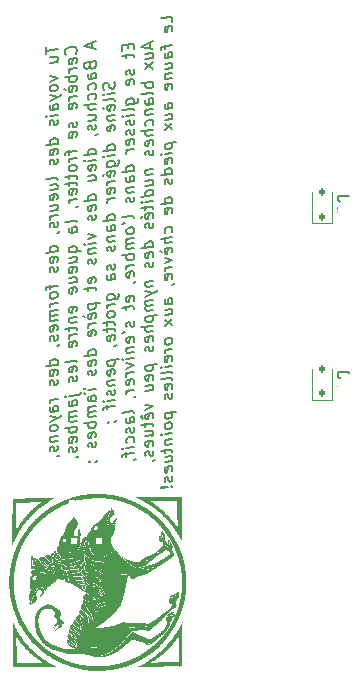
<source format=gbo>
G04 #@! TF.GenerationSoftware,KiCad,Pcbnew,7.0.1*
G04 #@! TF.CreationDate,2023-04-16T22:07:55+02:00*
G04 #@! TF.ProjectId,aliasing,616c6961-7369-46e6-972e-6b696361645f,rev?*
G04 #@! TF.SameCoordinates,Original*
G04 #@! TF.FileFunction,Legend,Bot*
G04 #@! TF.FilePolarity,Positive*
%FSLAX46Y46*%
G04 Gerber Fmt 4.6, Leading zero omitted, Abs format (unit mm)*
G04 Created by KiCad (PCBNEW 7.0.1) date 2023-04-16 22:07:55*
%MOMM*%
%LPD*%
G01*
G04 APERTURE LIST*
G04 Aperture macros list*
%AMRoundRect*
0 Rectangle with rounded corners*
0 $1 Rounding radius*
0 $2 $3 $4 $5 $6 $7 $8 $9 X,Y pos of 4 corners*
0 Add a 4 corners polygon primitive as box body*
4,1,4,$2,$3,$4,$5,$6,$7,$8,$9,$2,$3,0*
0 Add four circle primitives for the rounded corners*
1,1,$1+$1,$2,$3*
1,1,$1+$1,$4,$5*
1,1,$1+$1,$6,$7*
1,1,$1+$1,$8,$9*
0 Add four rect primitives between the rounded corners*
20,1,$1+$1,$2,$3,$4,$5,0*
20,1,$1+$1,$4,$5,$6,$7,0*
20,1,$1+$1,$6,$7,$8,$9,0*
20,1,$1+$1,$8,$9,$2,$3,0*%
G04 Aperture macros list end*
%ADD10C,0.150000*%
%ADD11C,0.300000*%
%ADD12C,0.120000*%
%ADD13C,0.610000*%
%ADD14C,1.998980*%
%ADD15C,2.499360*%
%ADD16C,5.700000*%
%ADD17RoundRect,0.112500X0.112500X-0.187500X0.112500X0.187500X-0.112500X0.187500X-0.112500X-0.187500X0*%
G04 APERTURE END LIST*
D10*
X156602619Y-38705356D02*
X156602619Y-39276785D01*
X157602619Y-38866071D02*
X156602619Y-38991071D01*
X156935952Y-39991070D02*
X157602619Y-39907737D01*
X156935952Y-39562499D02*
X157459761Y-39497023D01*
X157459761Y-39497023D02*
X157555000Y-39532737D01*
X157555000Y-39532737D02*
X157602619Y-39622023D01*
X157602619Y-39622023D02*
X157602619Y-39764880D01*
X157602619Y-39764880D02*
X157555000Y-39866070D01*
X157555000Y-39866070D02*
X157507380Y-39919642D01*
X156935952Y-41127976D02*
X157602619Y-41282738D01*
X157602619Y-41282738D02*
X156935952Y-41604166D01*
X157602619Y-42038690D02*
X157555000Y-41949404D01*
X157555000Y-41949404D02*
X157507380Y-41907737D01*
X157507380Y-41907737D02*
X157412142Y-41872023D01*
X157412142Y-41872023D02*
X157126428Y-41907737D01*
X157126428Y-41907737D02*
X157031190Y-41967261D01*
X157031190Y-41967261D02*
X156983571Y-42020832D01*
X156983571Y-42020832D02*
X156935952Y-42122023D01*
X156935952Y-42122023D02*
X156935952Y-42264880D01*
X156935952Y-42264880D02*
X156983571Y-42354166D01*
X156983571Y-42354166D02*
X157031190Y-42395832D01*
X157031190Y-42395832D02*
X157126428Y-42431547D01*
X157126428Y-42431547D02*
X157412142Y-42395832D01*
X157412142Y-42395832D02*
X157507380Y-42336309D01*
X157507380Y-42336309D02*
X157555000Y-42282737D01*
X157555000Y-42282737D02*
X157602619Y-42181547D01*
X157602619Y-42181547D02*
X157602619Y-42038690D01*
X156935952Y-42782738D02*
X157602619Y-42937500D01*
X156935952Y-43258928D02*
X157602619Y-42937500D01*
X157602619Y-42937500D02*
X157840714Y-42812500D01*
X157840714Y-42812500D02*
X157888333Y-42758928D01*
X157888333Y-42758928D02*
X157935952Y-42657738D01*
X157602619Y-43937500D02*
X157078809Y-44002976D01*
X157078809Y-44002976D02*
X156983571Y-43967262D01*
X156983571Y-43967262D02*
X156935952Y-43877976D01*
X156935952Y-43877976D02*
X156935952Y-43687500D01*
X156935952Y-43687500D02*
X156983571Y-43586309D01*
X157555000Y-43943452D02*
X157602619Y-43842262D01*
X157602619Y-43842262D02*
X157602619Y-43604166D01*
X157602619Y-43604166D02*
X157555000Y-43514881D01*
X157555000Y-43514881D02*
X157459761Y-43479166D01*
X157459761Y-43479166D02*
X157364523Y-43491071D01*
X157364523Y-43491071D02*
X157269285Y-43550595D01*
X157269285Y-43550595D02*
X157221666Y-43651786D01*
X157221666Y-43651786D02*
X157221666Y-43889881D01*
X157221666Y-43889881D02*
X157174047Y-43991071D01*
X157602619Y-44407738D02*
X156935952Y-44491072D01*
X156602619Y-44532738D02*
X156650238Y-44479167D01*
X156650238Y-44479167D02*
X156697857Y-44520834D01*
X156697857Y-44520834D02*
X156650238Y-44574405D01*
X156650238Y-44574405D02*
X156602619Y-44532738D01*
X156602619Y-44532738D02*
X156697857Y-44520834D01*
X157555000Y-44836310D02*
X157602619Y-44925595D01*
X157602619Y-44925595D02*
X157602619Y-45116072D01*
X157602619Y-45116072D02*
X157555000Y-45217262D01*
X157555000Y-45217262D02*
X157459761Y-45276786D01*
X157459761Y-45276786D02*
X157412142Y-45282738D01*
X157412142Y-45282738D02*
X157316904Y-45247024D01*
X157316904Y-45247024D02*
X157269285Y-45157738D01*
X157269285Y-45157738D02*
X157269285Y-45014881D01*
X157269285Y-45014881D02*
X157221666Y-44925595D01*
X157221666Y-44925595D02*
X157126428Y-44889881D01*
X157126428Y-44889881D02*
X157078809Y-44895834D01*
X157078809Y-44895834D02*
X156983571Y-44955357D01*
X156983571Y-44955357D02*
X156935952Y-45056548D01*
X156935952Y-45056548D02*
X156935952Y-45199405D01*
X156935952Y-45199405D02*
X156983571Y-45288691D01*
X157602619Y-46872024D02*
X156602619Y-46997024D01*
X157555000Y-46877976D02*
X157602619Y-46776786D01*
X157602619Y-46776786D02*
X157602619Y-46586310D01*
X157602619Y-46586310D02*
X157555000Y-46497024D01*
X157555000Y-46497024D02*
X157507380Y-46455357D01*
X157507380Y-46455357D02*
X157412142Y-46419643D01*
X157412142Y-46419643D02*
X157126428Y-46455357D01*
X157126428Y-46455357D02*
X157031190Y-46514881D01*
X157031190Y-46514881D02*
X156983571Y-46568452D01*
X156983571Y-46568452D02*
X156935952Y-46669643D01*
X156935952Y-46669643D02*
X156935952Y-46860119D01*
X156935952Y-46860119D02*
X156983571Y-46949405D01*
X157555000Y-47729167D02*
X157602619Y-47627977D01*
X157602619Y-47627977D02*
X157602619Y-47437500D01*
X157602619Y-47437500D02*
X157555000Y-47348215D01*
X157555000Y-47348215D02*
X157459761Y-47312500D01*
X157459761Y-47312500D02*
X157078809Y-47360120D01*
X157078809Y-47360120D02*
X156983571Y-47419643D01*
X156983571Y-47419643D02*
X156935952Y-47520834D01*
X156935952Y-47520834D02*
X156935952Y-47711310D01*
X156935952Y-47711310D02*
X156983571Y-47800596D01*
X156983571Y-47800596D02*
X157078809Y-47836310D01*
X157078809Y-47836310D02*
X157174047Y-47824405D01*
X157174047Y-47824405D02*
X157269285Y-47336310D01*
X157555000Y-48151786D02*
X157602619Y-48241071D01*
X157602619Y-48241071D02*
X157602619Y-48431548D01*
X157602619Y-48431548D02*
X157555000Y-48532738D01*
X157555000Y-48532738D02*
X157459761Y-48592262D01*
X157459761Y-48592262D02*
X157412142Y-48598214D01*
X157412142Y-48598214D02*
X157316904Y-48562500D01*
X157316904Y-48562500D02*
X157269285Y-48473214D01*
X157269285Y-48473214D02*
X157269285Y-48330357D01*
X157269285Y-48330357D02*
X157221666Y-48241071D01*
X157221666Y-48241071D02*
X157126428Y-48205357D01*
X157126428Y-48205357D02*
X157078809Y-48211310D01*
X157078809Y-48211310D02*
X156983571Y-48270833D01*
X156983571Y-48270833D02*
X156935952Y-48372024D01*
X156935952Y-48372024D02*
X156935952Y-48514881D01*
X156935952Y-48514881D02*
X156983571Y-48604167D01*
X157602619Y-49901786D02*
X157555000Y-49812500D01*
X157555000Y-49812500D02*
X157459761Y-49776786D01*
X157459761Y-49776786D02*
X156602619Y-49883928D01*
X156935952Y-50788690D02*
X157602619Y-50705357D01*
X156935952Y-50360119D02*
X157459761Y-50294643D01*
X157459761Y-50294643D02*
X157555000Y-50330357D01*
X157555000Y-50330357D02*
X157602619Y-50419643D01*
X157602619Y-50419643D02*
X157602619Y-50562500D01*
X157602619Y-50562500D02*
X157555000Y-50663690D01*
X157555000Y-50663690D02*
X157507380Y-50717262D01*
X157555000Y-51562500D02*
X157602619Y-51461310D01*
X157602619Y-51461310D02*
X157602619Y-51270833D01*
X157602619Y-51270833D02*
X157555000Y-51181548D01*
X157555000Y-51181548D02*
X157459761Y-51145833D01*
X157459761Y-51145833D02*
X157078809Y-51193453D01*
X157078809Y-51193453D02*
X156983571Y-51252976D01*
X156983571Y-51252976D02*
X156935952Y-51354167D01*
X156935952Y-51354167D02*
X156935952Y-51544643D01*
X156935952Y-51544643D02*
X156983571Y-51633929D01*
X156983571Y-51633929D02*
X157078809Y-51669643D01*
X157078809Y-51669643D02*
X157174047Y-51657738D01*
X157174047Y-51657738D02*
X157269285Y-51169643D01*
X156935952Y-52538690D02*
X157602619Y-52455357D01*
X156935952Y-52110119D02*
X157459761Y-52044643D01*
X157459761Y-52044643D02*
X157555000Y-52080357D01*
X157555000Y-52080357D02*
X157602619Y-52169643D01*
X157602619Y-52169643D02*
X157602619Y-52312500D01*
X157602619Y-52312500D02*
X157555000Y-52413690D01*
X157555000Y-52413690D02*
X157507380Y-52467262D01*
X157602619Y-52925595D02*
X156935952Y-53008929D01*
X157126428Y-52985119D02*
X157031190Y-53044643D01*
X157031190Y-53044643D02*
X156983571Y-53098214D01*
X156983571Y-53098214D02*
X156935952Y-53199405D01*
X156935952Y-53199405D02*
X156935952Y-53294643D01*
X157555000Y-53497024D02*
X157602619Y-53586309D01*
X157602619Y-53586309D02*
X157602619Y-53776786D01*
X157602619Y-53776786D02*
X157555000Y-53877976D01*
X157555000Y-53877976D02*
X157459761Y-53937500D01*
X157459761Y-53937500D02*
X157412142Y-53943452D01*
X157412142Y-53943452D02*
X157316904Y-53907738D01*
X157316904Y-53907738D02*
X157269285Y-53818452D01*
X157269285Y-53818452D02*
X157269285Y-53675595D01*
X157269285Y-53675595D02*
X157221666Y-53586309D01*
X157221666Y-53586309D02*
X157126428Y-53550595D01*
X157126428Y-53550595D02*
X157078809Y-53556548D01*
X157078809Y-53556548D02*
X156983571Y-53616071D01*
X156983571Y-53616071D02*
X156935952Y-53717262D01*
X156935952Y-53717262D02*
X156935952Y-53860119D01*
X156935952Y-53860119D02*
X156983571Y-53949405D01*
X157555000Y-54395833D02*
X157602619Y-54389880D01*
X157602619Y-54389880D02*
X157697857Y-54330357D01*
X157697857Y-54330357D02*
X157745476Y-54276785D01*
X157602619Y-55985119D02*
X156602619Y-56110119D01*
X157555000Y-55991071D02*
X157602619Y-55889881D01*
X157602619Y-55889881D02*
X157602619Y-55699405D01*
X157602619Y-55699405D02*
X157555000Y-55610119D01*
X157555000Y-55610119D02*
X157507380Y-55568452D01*
X157507380Y-55568452D02*
X157412142Y-55532738D01*
X157412142Y-55532738D02*
X157126428Y-55568452D01*
X157126428Y-55568452D02*
X157031190Y-55627976D01*
X157031190Y-55627976D02*
X156983571Y-55681547D01*
X156983571Y-55681547D02*
X156935952Y-55782738D01*
X156935952Y-55782738D02*
X156935952Y-55973214D01*
X156935952Y-55973214D02*
X156983571Y-56062500D01*
X157555000Y-56842262D02*
X157602619Y-56741072D01*
X157602619Y-56741072D02*
X157602619Y-56550595D01*
X157602619Y-56550595D02*
X157555000Y-56461310D01*
X157555000Y-56461310D02*
X157459761Y-56425595D01*
X157459761Y-56425595D02*
X157078809Y-56473215D01*
X157078809Y-56473215D02*
X156983571Y-56532738D01*
X156983571Y-56532738D02*
X156935952Y-56633929D01*
X156935952Y-56633929D02*
X156935952Y-56824405D01*
X156935952Y-56824405D02*
X156983571Y-56913691D01*
X156983571Y-56913691D02*
X157078809Y-56949405D01*
X157078809Y-56949405D02*
X157174047Y-56937500D01*
X157174047Y-56937500D02*
X157269285Y-56449405D01*
X157555000Y-57264881D02*
X157602619Y-57354166D01*
X157602619Y-57354166D02*
X157602619Y-57544643D01*
X157602619Y-57544643D02*
X157555000Y-57645833D01*
X157555000Y-57645833D02*
X157459761Y-57705357D01*
X157459761Y-57705357D02*
X157412142Y-57711309D01*
X157412142Y-57711309D02*
X157316904Y-57675595D01*
X157316904Y-57675595D02*
X157269285Y-57586309D01*
X157269285Y-57586309D02*
X157269285Y-57443452D01*
X157269285Y-57443452D02*
X157221666Y-57354166D01*
X157221666Y-57354166D02*
X157126428Y-57318452D01*
X157126428Y-57318452D02*
X157078809Y-57324405D01*
X157078809Y-57324405D02*
X156983571Y-57383928D01*
X156983571Y-57383928D02*
X156935952Y-57485119D01*
X156935952Y-57485119D02*
X156935952Y-57627976D01*
X156935952Y-57627976D02*
X156983571Y-57717262D01*
X156935952Y-58812500D02*
X156935952Y-59193452D01*
X157602619Y-58872023D02*
X156745476Y-58979166D01*
X156745476Y-58979166D02*
X156650238Y-59038690D01*
X156650238Y-59038690D02*
X156602619Y-59139881D01*
X156602619Y-59139881D02*
X156602619Y-59235119D01*
X157602619Y-59580357D02*
X157555000Y-59491071D01*
X157555000Y-59491071D02*
X157507380Y-59449404D01*
X157507380Y-59449404D02*
X157412142Y-59413690D01*
X157412142Y-59413690D02*
X157126428Y-59449404D01*
X157126428Y-59449404D02*
X157031190Y-59508928D01*
X157031190Y-59508928D02*
X156983571Y-59562499D01*
X156983571Y-59562499D02*
X156935952Y-59663690D01*
X156935952Y-59663690D02*
X156935952Y-59806547D01*
X156935952Y-59806547D02*
X156983571Y-59895833D01*
X156983571Y-59895833D02*
X157031190Y-59937499D01*
X157031190Y-59937499D02*
X157126428Y-59973214D01*
X157126428Y-59973214D02*
X157412142Y-59937499D01*
X157412142Y-59937499D02*
X157507380Y-59877976D01*
X157507380Y-59877976D02*
X157555000Y-59824404D01*
X157555000Y-59824404D02*
X157602619Y-59723214D01*
X157602619Y-59723214D02*
X157602619Y-59580357D01*
X157602619Y-60336309D02*
X156935952Y-60419643D01*
X157126428Y-60395833D02*
X157031190Y-60455357D01*
X157031190Y-60455357D02*
X156983571Y-60508928D01*
X156983571Y-60508928D02*
X156935952Y-60610119D01*
X156935952Y-60610119D02*
X156935952Y-60705357D01*
X157602619Y-60949404D02*
X156935952Y-61032738D01*
X157031190Y-61020833D02*
X156983571Y-61074404D01*
X156983571Y-61074404D02*
X156935952Y-61175595D01*
X156935952Y-61175595D02*
X156935952Y-61318452D01*
X156935952Y-61318452D02*
X156983571Y-61407738D01*
X156983571Y-61407738D02*
X157078809Y-61443452D01*
X157078809Y-61443452D02*
X157602619Y-61377976D01*
X157078809Y-61443452D02*
X156983571Y-61502976D01*
X156983571Y-61502976D02*
X156935952Y-61604166D01*
X156935952Y-61604166D02*
X156935952Y-61747023D01*
X156935952Y-61747023D02*
X156983571Y-61836309D01*
X156983571Y-61836309D02*
X157078809Y-61872023D01*
X157078809Y-61872023D02*
X157602619Y-61806547D01*
X157555000Y-62663690D02*
X157602619Y-62562500D01*
X157602619Y-62562500D02*
X157602619Y-62372023D01*
X157602619Y-62372023D02*
X157555000Y-62282738D01*
X157555000Y-62282738D02*
X157459761Y-62247023D01*
X157459761Y-62247023D02*
X157078809Y-62294643D01*
X157078809Y-62294643D02*
X156983571Y-62354166D01*
X156983571Y-62354166D02*
X156935952Y-62455357D01*
X156935952Y-62455357D02*
X156935952Y-62645833D01*
X156935952Y-62645833D02*
X156983571Y-62735119D01*
X156983571Y-62735119D02*
X157078809Y-62770833D01*
X157078809Y-62770833D02*
X157174047Y-62758928D01*
X157174047Y-62758928D02*
X157269285Y-62270833D01*
X157555000Y-63086309D02*
X157602619Y-63175594D01*
X157602619Y-63175594D02*
X157602619Y-63366071D01*
X157602619Y-63366071D02*
X157555000Y-63467261D01*
X157555000Y-63467261D02*
X157459761Y-63526785D01*
X157459761Y-63526785D02*
X157412142Y-63532737D01*
X157412142Y-63532737D02*
X157316904Y-63497023D01*
X157316904Y-63497023D02*
X157269285Y-63407737D01*
X157269285Y-63407737D02*
X157269285Y-63264880D01*
X157269285Y-63264880D02*
X157221666Y-63175594D01*
X157221666Y-63175594D02*
X157126428Y-63139880D01*
X157126428Y-63139880D02*
X157078809Y-63145833D01*
X157078809Y-63145833D02*
X156983571Y-63205356D01*
X156983571Y-63205356D02*
X156935952Y-63306547D01*
X156935952Y-63306547D02*
X156935952Y-63449404D01*
X156935952Y-63449404D02*
X156983571Y-63538690D01*
X157555000Y-63985118D02*
X157602619Y-63979165D01*
X157602619Y-63979165D02*
X157697857Y-63919642D01*
X157697857Y-63919642D02*
X157745476Y-63866070D01*
X157602619Y-65574404D02*
X156602619Y-65699404D01*
X157555000Y-65580356D02*
X157602619Y-65479166D01*
X157602619Y-65479166D02*
X157602619Y-65288690D01*
X157602619Y-65288690D02*
X157555000Y-65199404D01*
X157555000Y-65199404D02*
X157507380Y-65157737D01*
X157507380Y-65157737D02*
X157412142Y-65122023D01*
X157412142Y-65122023D02*
X157126428Y-65157737D01*
X157126428Y-65157737D02*
X157031190Y-65217261D01*
X157031190Y-65217261D02*
X156983571Y-65270832D01*
X156983571Y-65270832D02*
X156935952Y-65372023D01*
X156935952Y-65372023D02*
X156935952Y-65562499D01*
X156935952Y-65562499D02*
X156983571Y-65651785D01*
X157555000Y-66431547D02*
X157602619Y-66330357D01*
X157602619Y-66330357D02*
X157602619Y-66139880D01*
X157602619Y-66139880D02*
X157555000Y-66050595D01*
X157555000Y-66050595D02*
X157459761Y-66014880D01*
X157459761Y-66014880D02*
X157078809Y-66062500D01*
X157078809Y-66062500D02*
X156983571Y-66122023D01*
X156983571Y-66122023D02*
X156935952Y-66223214D01*
X156935952Y-66223214D02*
X156935952Y-66413690D01*
X156935952Y-66413690D02*
X156983571Y-66502976D01*
X156983571Y-66502976D02*
X157078809Y-66538690D01*
X157078809Y-66538690D02*
X157174047Y-66526785D01*
X157174047Y-66526785D02*
X157269285Y-66038690D01*
X157555000Y-66854166D02*
X157602619Y-66943451D01*
X157602619Y-66943451D02*
X157602619Y-67133928D01*
X157602619Y-67133928D02*
X157555000Y-67235118D01*
X157555000Y-67235118D02*
X157459761Y-67294642D01*
X157459761Y-67294642D02*
X157412142Y-67300594D01*
X157412142Y-67300594D02*
X157316904Y-67264880D01*
X157316904Y-67264880D02*
X157269285Y-67175594D01*
X157269285Y-67175594D02*
X157269285Y-67032737D01*
X157269285Y-67032737D02*
X157221666Y-66943451D01*
X157221666Y-66943451D02*
X157126428Y-66907737D01*
X157126428Y-66907737D02*
X157078809Y-66913690D01*
X157078809Y-66913690D02*
X156983571Y-66973213D01*
X156983571Y-66973213D02*
X156935952Y-67074404D01*
X156935952Y-67074404D02*
X156935952Y-67217261D01*
X156935952Y-67217261D02*
X156983571Y-67306547D01*
X157602619Y-68461308D02*
X156935952Y-68544642D01*
X157126428Y-68520832D02*
X157031190Y-68580356D01*
X157031190Y-68580356D02*
X156983571Y-68633927D01*
X156983571Y-68633927D02*
X156935952Y-68735118D01*
X156935952Y-68735118D02*
X156935952Y-68830356D01*
X157602619Y-69502975D02*
X157078809Y-69568451D01*
X157078809Y-69568451D02*
X156983571Y-69532737D01*
X156983571Y-69532737D02*
X156935952Y-69443451D01*
X156935952Y-69443451D02*
X156935952Y-69252975D01*
X156935952Y-69252975D02*
X156983571Y-69151784D01*
X157555000Y-69508927D02*
X157602619Y-69407737D01*
X157602619Y-69407737D02*
X157602619Y-69169641D01*
X157602619Y-69169641D02*
X157555000Y-69080356D01*
X157555000Y-69080356D02*
X157459761Y-69044641D01*
X157459761Y-69044641D02*
X157364523Y-69056546D01*
X157364523Y-69056546D02*
X157269285Y-69116070D01*
X157269285Y-69116070D02*
X157221666Y-69217261D01*
X157221666Y-69217261D02*
X157221666Y-69455356D01*
X157221666Y-69455356D02*
X157174047Y-69556546D01*
X156935952Y-69961309D02*
X157602619Y-70116071D01*
X156935952Y-70437499D02*
X157602619Y-70116071D01*
X157602619Y-70116071D02*
X157840714Y-69991071D01*
X157840714Y-69991071D02*
X157888333Y-69937499D01*
X157888333Y-69937499D02*
X157935952Y-69836309D01*
X157602619Y-70830357D02*
X157555000Y-70741071D01*
X157555000Y-70741071D02*
X157507380Y-70699404D01*
X157507380Y-70699404D02*
X157412142Y-70663690D01*
X157412142Y-70663690D02*
X157126428Y-70699404D01*
X157126428Y-70699404D02*
X157031190Y-70758928D01*
X157031190Y-70758928D02*
X156983571Y-70812499D01*
X156983571Y-70812499D02*
X156935952Y-70913690D01*
X156935952Y-70913690D02*
X156935952Y-71056547D01*
X156935952Y-71056547D02*
X156983571Y-71145833D01*
X156983571Y-71145833D02*
X157031190Y-71187499D01*
X157031190Y-71187499D02*
X157126428Y-71223214D01*
X157126428Y-71223214D02*
X157412142Y-71187499D01*
X157412142Y-71187499D02*
X157507380Y-71127976D01*
X157507380Y-71127976D02*
X157555000Y-71074404D01*
X157555000Y-71074404D02*
X157602619Y-70973214D01*
X157602619Y-70973214D02*
X157602619Y-70830357D01*
X156935952Y-71669643D02*
X157602619Y-71586309D01*
X157031190Y-71657738D02*
X156983571Y-71711309D01*
X156983571Y-71711309D02*
X156935952Y-71812500D01*
X156935952Y-71812500D02*
X156935952Y-71955357D01*
X156935952Y-71955357D02*
X156983571Y-72044643D01*
X156983571Y-72044643D02*
X157078809Y-72080357D01*
X157078809Y-72080357D02*
X157602619Y-72014881D01*
X157555000Y-72443453D02*
X157602619Y-72532738D01*
X157602619Y-72532738D02*
X157602619Y-72723215D01*
X157602619Y-72723215D02*
X157555000Y-72824405D01*
X157555000Y-72824405D02*
X157459761Y-72883929D01*
X157459761Y-72883929D02*
X157412142Y-72889881D01*
X157412142Y-72889881D02*
X157316904Y-72854167D01*
X157316904Y-72854167D02*
X157269285Y-72764881D01*
X157269285Y-72764881D02*
X157269285Y-72622024D01*
X157269285Y-72622024D02*
X157221666Y-72532738D01*
X157221666Y-72532738D02*
X157126428Y-72497024D01*
X157126428Y-72497024D02*
X157078809Y-72502977D01*
X157078809Y-72502977D02*
X156983571Y-72562500D01*
X156983571Y-72562500D02*
X156935952Y-72663691D01*
X156935952Y-72663691D02*
X156935952Y-72806548D01*
X156935952Y-72806548D02*
X156983571Y-72895834D01*
X157555000Y-73342262D02*
X157602619Y-73336309D01*
X157602619Y-73336309D02*
X157697857Y-73276786D01*
X157697857Y-73276786D02*
X157745476Y-73223214D01*
X159127380Y-39229168D02*
X159175000Y-39175596D01*
X159175000Y-39175596D02*
X159222619Y-39026787D01*
X159222619Y-39026787D02*
X159222619Y-38931549D01*
X159222619Y-38931549D02*
X159175000Y-38794644D01*
X159175000Y-38794644D02*
X159079761Y-38711311D01*
X159079761Y-38711311D02*
X158984523Y-38675596D01*
X158984523Y-38675596D02*
X158794047Y-38651787D01*
X158794047Y-38651787D02*
X158651190Y-38669644D01*
X158651190Y-38669644D02*
X158460714Y-38741072D01*
X158460714Y-38741072D02*
X158365476Y-38800596D01*
X158365476Y-38800596D02*
X158270238Y-38907739D01*
X158270238Y-38907739D02*
X158222619Y-39056549D01*
X158222619Y-39056549D02*
X158222619Y-39151787D01*
X158222619Y-39151787D02*
X158270238Y-39288692D01*
X158270238Y-39288692D02*
X158317857Y-39330358D01*
X159175000Y-40026787D02*
X159222619Y-39925597D01*
X159222619Y-39925597D02*
X159222619Y-39735120D01*
X159222619Y-39735120D02*
X159175000Y-39645835D01*
X159175000Y-39645835D02*
X159079761Y-39610120D01*
X159079761Y-39610120D02*
X158698809Y-39657740D01*
X158698809Y-39657740D02*
X158603571Y-39717263D01*
X158603571Y-39717263D02*
X158555952Y-39818454D01*
X158555952Y-39818454D02*
X158555952Y-40008930D01*
X158555952Y-40008930D02*
X158603571Y-40098216D01*
X158603571Y-40098216D02*
X158698809Y-40133930D01*
X158698809Y-40133930D02*
X158794047Y-40122025D01*
X158794047Y-40122025D02*
X158889285Y-39633930D01*
X159222619Y-40491072D02*
X158555952Y-40574406D01*
X158746428Y-40550596D02*
X158651190Y-40610120D01*
X158651190Y-40610120D02*
X158603571Y-40663691D01*
X158603571Y-40663691D02*
X158555952Y-40764882D01*
X158555952Y-40764882D02*
X158555952Y-40860120D01*
X159222619Y-41104167D02*
X158222619Y-41229167D01*
X158603571Y-41181548D02*
X158555952Y-41282739D01*
X158555952Y-41282739D02*
X158555952Y-41473215D01*
X158555952Y-41473215D02*
X158603571Y-41562501D01*
X158603571Y-41562501D02*
X158651190Y-41604167D01*
X158651190Y-41604167D02*
X158746428Y-41639882D01*
X158746428Y-41639882D02*
X159032142Y-41604167D01*
X159032142Y-41604167D02*
X159127380Y-41544644D01*
X159127380Y-41544644D02*
X159175000Y-41491072D01*
X159175000Y-41491072D02*
X159222619Y-41389882D01*
X159222619Y-41389882D02*
X159222619Y-41199405D01*
X159222619Y-41199405D02*
X159175000Y-41110120D01*
X159175000Y-42389882D02*
X159222619Y-42288692D01*
X159222619Y-42288692D02*
X159222619Y-42098215D01*
X159222619Y-42098215D02*
X159175000Y-42008930D01*
X159175000Y-42008930D02*
X159079761Y-41973215D01*
X159079761Y-41973215D02*
X158698809Y-42020835D01*
X158698809Y-42020835D02*
X158603571Y-42080358D01*
X158603571Y-42080358D02*
X158555952Y-42181549D01*
X158555952Y-42181549D02*
X158555952Y-42372025D01*
X158555952Y-42372025D02*
X158603571Y-42461311D01*
X158603571Y-42461311D02*
X158698809Y-42497025D01*
X158698809Y-42497025D02*
X158794047Y-42485120D01*
X158794047Y-42485120D02*
X158889285Y-41997025D01*
X158175000Y-42229168D02*
X158317857Y-42354168D01*
X159222619Y-42854167D02*
X158555952Y-42937501D01*
X158746428Y-42913691D02*
X158651190Y-42973215D01*
X158651190Y-42973215D02*
X158603571Y-43026786D01*
X158603571Y-43026786D02*
X158555952Y-43127977D01*
X158555952Y-43127977D02*
X158555952Y-43223215D01*
X159175000Y-43854167D02*
X159222619Y-43752977D01*
X159222619Y-43752977D02*
X159222619Y-43562500D01*
X159222619Y-43562500D02*
X159175000Y-43473215D01*
X159175000Y-43473215D02*
X159079761Y-43437500D01*
X159079761Y-43437500D02*
X158698809Y-43485120D01*
X158698809Y-43485120D02*
X158603571Y-43544643D01*
X158603571Y-43544643D02*
X158555952Y-43645834D01*
X158555952Y-43645834D02*
X158555952Y-43836310D01*
X158555952Y-43836310D02*
X158603571Y-43925596D01*
X158603571Y-43925596D02*
X158698809Y-43961310D01*
X158698809Y-43961310D02*
X158794047Y-43949405D01*
X158794047Y-43949405D02*
X158889285Y-43461310D01*
X159175000Y-45038691D02*
X159222619Y-45127976D01*
X159222619Y-45127976D02*
X159222619Y-45318453D01*
X159222619Y-45318453D02*
X159175000Y-45419643D01*
X159175000Y-45419643D02*
X159079761Y-45479167D01*
X159079761Y-45479167D02*
X159032142Y-45485119D01*
X159032142Y-45485119D02*
X158936904Y-45449405D01*
X158936904Y-45449405D02*
X158889285Y-45360119D01*
X158889285Y-45360119D02*
X158889285Y-45217262D01*
X158889285Y-45217262D02*
X158841666Y-45127976D01*
X158841666Y-45127976D02*
X158746428Y-45092262D01*
X158746428Y-45092262D02*
X158698809Y-45098215D01*
X158698809Y-45098215D02*
X158603571Y-45157738D01*
X158603571Y-45157738D02*
X158555952Y-45258929D01*
X158555952Y-45258929D02*
X158555952Y-45401786D01*
X158555952Y-45401786D02*
X158603571Y-45491072D01*
X159175000Y-46270833D02*
X159222619Y-46169643D01*
X159222619Y-46169643D02*
X159222619Y-45979166D01*
X159222619Y-45979166D02*
X159175000Y-45889881D01*
X159175000Y-45889881D02*
X159079761Y-45854166D01*
X159079761Y-45854166D02*
X158698809Y-45901786D01*
X158698809Y-45901786D02*
X158603571Y-45961309D01*
X158603571Y-45961309D02*
X158555952Y-46062500D01*
X158555952Y-46062500D02*
X158555952Y-46252976D01*
X158555952Y-46252976D02*
X158603571Y-46342262D01*
X158603571Y-46342262D02*
X158698809Y-46377976D01*
X158698809Y-46377976D02*
X158794047Y-46366071D01*
X158794047Y-46366071D02*
X158889285Y-45877976D01*
X158555952Y-47437500D02*
X158555952Y-47818452D01*
X159222619Y-47497023D02*
X158365476Y-47604166D01*
X158365476Y-47604166D02*
X158270238Y-47663690D01*
X158270238Y-47663690D02*
X158222619Y-47764881D01*
X158222619Y-47764881D02*
X158222619Y-47860119D01*
X159222619Y-48062499D02*
X158555952Y-48145833D01*
X158746428Y-48122023D02*
X158651190Y-48181547D01*
X158651190Y-48181547D02*
X158603571Y-48235118D01*
X158603571Y-48235118D02*
X158555952Y-48336309D01*
X158555952Y-48336309D02*
X158555952Y-48431547D01*
X159222619Y-48818452D02*
X159175000Y-48729166D01*
X159175000Y-48729166D02*
X159127380Y-48687499D01*
X159127380Y-48687499D02*
X159032142Y-48651785D01*
X159032142Y-48651785D02*
X158746428Y-48687499D01*
X158746428Y-48687499D02*
X158651190Y-48747023D01*
X158651190Y-48747023D02*
X158603571Y-48800594D01*
X158603571Y-48800594D02*
X158555952Y-48901785D01*
X158555952Y-48901785D02*
X158555952Y-49044642D01*
X158555952Y-49044642D02*
X158603571Y-49133928D01*
X158603571Y-49133928D02*
X158651190Y-49175594D01*
X158651190Y-49175594D02*
X158746428Y-49211309D01*
X158746428Y-49211309D02*
X159032142Y-49175594D01*
X159032142Y-49175594D02*
X159127380Y-49116071D01*
X159127380Y-49116071D02*
X159175000Y-49062499D01*
X159175000Y-49062499D02*
X159222619Y-48961309D01*
X159222619Y-48961309D02*
X159222619Y-48818452D01*
X158555952Y-49514881D02*
X158555952Y-49895833D01*
X158222619Y-49699404D02*
X159079761Y-49592262D01*
X159079761Y-49592262D02*
X159175000Y-49627976D01*
X159175000Y-49627976D02*
X159222619Y-49717262D01*
X159222619Y-49717262D02*
X159222619Y-49812500D01*
X158555952Y-50080357D02*
X158555952Y-50461309D01*
X158222619Y-50264880D02*
X159079761Y-50157738D01*
X159079761Y-50157738D02*
X159175000Y-50193452D01*
X159175000Y-50193452D02*
X159222619Y-50282738D01*
X159222619Y-50282738D02*
X159222619Y-50377976D01*
X159175000Y-51092261D02*
X159222619Y-50991071D01*
X159222619Y-50991071D02*
X159222619Y-50800594D01*
X159222619Y-50800594D02*
X159175000Y-50711309D01*
X159175000Y-50711309D02*
X159079761Y-50675594D01*
X159079761Y-50675594D02*
X158698809Y-50723214D01*
X158698809Y-50723214D02*
X158603571Y-50782737D01*
X158603571Y-50782737D02*
X158555952Y-50883928D01*
X158555952Y-50883928D02*
X158555952Y-51074404D01*
X158555952Y-51074404D02*
X158603571Y-51163690D01*
X158603571Y-51163690D02*
X158698809Y-51199404D01*
X158698809Y-51199404D02*
X158794047Y-51187499D01*
X158794047Y-51187499D02*
X158889285Y-50699404D01*
X159222619Y-51556546D02*
X158555952Y-51639880D01*
X158746428Y-51616070D02*
X158651190Y-51675594D01*
X158651190Y-51675594D02*
X158603571Y-51729165D01*
X158603571Y-51729165D02*
X158555952Y-51830356D01*
X158555952Y-51830356D02*
X158555952Y-51925594D01*
X159175000Y-52223213D02*
X159222619Y-52217260D01*
X159222619Y-52217260D02*
X159317857Y-52157737D01*
X159317857Y-52157737D02*
X159365476Y-52104165D01*
X159222619Y-53526785D02*
X159175000Y-53437499D01*
X159175000Y-53437499D02*
X159079761Y-53401785D01*
X159079761Y-53401785D02*
X158222619Y-53508927D01*
X159222619Y-54330356D02*
X158698809Y-54395832D01*
X158698809Y-54395832D02*
X158603571Y-54360118D01*
X158603571Y-54360118D02*
X158555952Y-54270832D01*
X158555952Y-54270832D02*
X158555952Y-54080356D01*
X158555952Y-54080356D02*
X158603571Y-53979165D01*
X159175000Y-54336308D02*
X159222619Y-54235118D01*
X159222619Y-54235118D02*
X159222619Y-53997022D01*
X159222619Y-53997022D02*
X159175000Y-53907737D01*
X159175000Y-53907737D02*
X159079761Y-53872022D01*
X159079761Y-53872022D02*
X158984523Y-53883927D01*
X158984523Y-53883927D02*
X158889285Y-53943451D01*
X158889285Y-53943451D02*
X158841666Y-54044642D01*
X158841666Y-54044642D02*
X158841666Y-54282737D01*
X158841666Y-54282737D02*
X158794047Y-54383927D01*
X158555952Y-56074404D02*
X159555952Y-55949404D01*
X159175000Y-55997023D02*
X159222619Y-55895833D01*
X159222619Y-55895833D02*
X159222619Y-55705357D01*
X159222619Y-55705357D02*
X159175000Y-55616071D01*
X159175000Y-55616071D02*
X159127380Y-55574404D01*
X159127380Y-55574404D02*
X159032142Y-55538690D01*
X159032142Y-55538690D02*
X158746428Y-55574404D01*
X158746428Y-55574404D02*
X158651190Y-55633928D01*
X158651190Y-55633928D02*
X158603571Y-55687499D01*
X158603571Y-55687499D02*
X158555952Y-55788690D01*
X158555952Y-55788690D02*
X158555952Y-55979166D01*
X158555952Y-55979166D02*
X158603571Y-56068452D01*
X158555952Y-56931547D02*
X159222619Y-56848214D01*
X158555952Y-56502976D02*
X159079761Y-56437500D01*
X159079761Y-56437500D02*
X159175000Y-56473214D01*
X159175000Y-56473214D02*
X159222619Y-56562500D01*
X159222619Y-56562500D02*
X159222619Y-56705357D01*
X159222619Y-56705357D02*
X159175000Y-56806547D01*
X159175000Y-56806547D02*
X159127380Y-56860119D01*
X159175000Y-57705357D02*
X159222619Y-57604167D01*
X159222619Y-57604167D02*
X159222619Y-57413690D01*
X159222619Y-57413690D02*
X159175000Y-57324405D01*
X159175000Y-57324405D02*
X159079761Y-57288690D01*
X159079761Y-57288690D02*
X158698809Y-57336310D01*
X158698809Y-57336310D02*
X158603571Y-57395833D01*
X158603571Y-57395833D02*
X158555952Y-57497024D01*
X158555952Y-57497024D02*
X158555952Y-57687500D01*
X158555952Y-57687500D02*
X158603571Y-57776786D01*
X158603571Y-57776786D02*
X158698809Y-57812500D01*
X158698809Y-57812500D02*
X158794047Y-57800595D01*
X158794047Y-57800595D02*
X158889285Y-57312500D01*
X158555952Y-58681547D02*
X159222619Y-58598214D01*
X158555952Y-58252976D02*
X159079761Y-58187500D01*
X159079761Y-58187500D02*
X159175000Y-58223214D01*
X159175000Y-58223214D02*
X159222619Y-58312500D01*
X159222619Y-58312500D02*
X159222619Y-58455357D01*
X159222619Y-58455357D02*
X159175000Y-58556547D01*
X159175000Y-58556547D02*
X159127380Y-58610119D01*
X159175000Y-59455357D02*
X159222619Y-59354167D01*
X159222619Y-59354167D02*
X159222619Y-59163690D01*
X159222619Y-59163690D02*
X159175000Y-59074405D01*
X159175000Y-59074405D02*
X159079761Y-59038690D01*
X159079761Y-59038690D02*
X158698809Y-59086310D01*
X158698809Y-59086310D02*
X158603571Y-59145833D01*
X158603571Y-59145833D02*
X158555952Y-59247024D01*
X158555952Y-59247024D02*
X158555952Y-59437500D01*
X158555952Y-59437500D02*
X158603571Y-59526786D01*
X158603571Y-59526786D02*
X158698809Y-59562500D01*
X158698809Y-59562500D02*
X158794047Y-59550595D01*
X158794047Y-59550595D02*
X158889285Y-59062500D01*
X159175000Y-61068452D02*
X159222619Y-60967262D01*
X159222619Y-60967262D02*
X159222619Y-60776785D01*
X159222619Y-60776785D02*
X159175000Y-60687500D01*
X159175000Y-60687500D02*
X159079761Y-60651785D01*
X159079761Y-60651785D02*
X158698809Y-60699405D01*
X158698809Y-60699405D02*
X158603571Y-60758928D01*
X158603571Y-60758928D02*
X158555952Y-60860119D01*
X158555952Y-60860119D02*
X158555952Y-61050595D01*
X158555952Y-61050595D02*
X158603571Y-61139881D01*
X158603571Y-61139881D02*
X158698809Y-61175595D01*
X158698809Y-61175595D02*
X158794047Y-61163690D01*
X158794047Y-61163690D02*
X158889285Y-60675595D01*
X158555952Y-61616071D02*
X159222619Y-61532737D01*
X158651190Y-61604166D02*
X158603571Y-61657737D01*
X158603571Y-61657737D02*
X158555952Y-61758928D01*
X158555952Y-61758928D02*
X158555952Y-61901785D01*
X158555952Y-61901785D02*
X158603571Y-61991071D01*
X158603571Y-61991071D02*
X158698809Y-62026785D01*
X158698809Y-62026785D02*
X159222619Y-61961309D01*
X158555952Y-62372024D02*
X158555952Y-62752976D01*
X158222619Y-62556547D02*
X159079761Y-62449405D01*
X159079761Y-62449405D02*
X159175000Y-62485119D01*
X159175000Y-62485119D02*
X159222619Y-62574405D01*
X159222619Y-62574405D02*
X159222619Y-62669643D01*
X159222619Y-62997023D02*
X158555952Y-63080357D01*
X158746428Y-63056547D02*
X158651190Y-63116071D01*
X158651190Y-63116071D02*
X158603571Y-63169642D01*
X158603571Y-63169642D02*
X158555952Y-63270833D01*
X158555952Y-63270833D02*
X158555952Y-63366071D01*
X159175000Y-63997023D02*
X159222619Y-63895833D01*
X159222619Y-63895833D02*
X159222619Y-63705356D01*
X159222619Y-63705356D02*
X159175000Y-63616071D01*
X159175000Y-63616071D02*
X159079761Y-63580356D01*
X159079761Y-63580356D02*
X158698809Y-63627976D01*
X158698809Y-63627976D02*
X158603571Y-63687499D01*
X158603571Y-63687499D02*
X158555952Y-63788690D01*
X158555952Y-63788690D02*
X158555952Y-63979166D01*
X158555952Y-63979166D02*
X158603571Y-64068452D01*
X158603571Y-64068452D02*
X158698809Y-64104166D01*
X158698809Y-64104166D02*
X158794047Y-64092261D01*
X158794047Y-64092261D02*
X158889285Y-63604166D01*
X159222619Y-65366071D02*
X159175000Y-65276785D01*
X159175000Y-65276785D02*
X159079761Y-65241071D01*
X159079761Y-65241071D02*
X158222619Y-65348213D01*
X159175000Y-66127975D02*
X159222619Y-66026785D01*
X159222619Y-66026785D02*
X159222619Y-65836308D01*
X159222619Y-65836308D02*
X159175000Y-65747023D01*
X159175000Y-65747023D02*
X159079761Y-65711308D01*
X159079761Y-65711308D02*
X158698809Y-65758928D01*
X158698809Y-65758928D02*
X158603571Y-65818451D01*
X158603571Y-65818451D02*
X158555952Y-65919642D01*
X158555952Y-65919642D02*
X158555952Y-66110118D01*
X158555952Y-66110118D02*
X158603571Y-66199404D01*
X158603571Y-66199404D02*
X158698809Y-66235118D01*
X158698809Y-66235118D02*
X158794047Y-66223213D01*
X158794047Y-66223213D02*
X158889285Y-65735118D01*
X159175000Y-66550594D02*
X159222619Y-66639879D01*
X159222619Y-66639879D02*
X159222619Y-66830356D01*
X159222619Y-66830356D02*
X159175000Y-66931546D01*
X159175000Y-66931546D02*
X159079761Y-66991070D01*
X159079761Y-66991070D02*
X159032142Y-66997022D01*
X159032142Y-66997022D02*
X158936904Y-66961308D01*
X158936904Y-66961308D02*
X158889285Y-66872022D01*
X158889285Y-66872022D02*
X158889285Y-66729165D01*
X158889285Y-66729165D02*
X158841666Y-66639879D01*
X158841666Y-66639879D02*
X158746428Y-66604165D01*
X158746428Y-66604165D02*
X158698809Y-66610118D01*
X158698809Y-66610118D02*
X158603571Y-66669641D01*
X158603571Y-66669641D02*
X158555952Y-66770832D01*
X158555952Y-66770832D02*
X158555952Y-66913689D01*
X158555952Y-66913689D02*
X158603571Y-67002975D01*
X158555952Y-68241070D02*
X159413095Y-68133927D01*
X159413095Y-68133927D02*
X159508333Y-68074403D01*
X159508333Y-68074403D02*
X159555952Y-67973213D01*
X159555952Y-67973213D02*
X159555952Y-67925594D01*
X158222619Y-68282736D02*
X158270238Y-68229165D01*
X158270238Y-68229165D02*
X158317857Y-68270832D01*
X158317857Y-68270832D02*
X158270238Y-68324403D01*
X158270238Y-68324403D02*
X158222619Y-68282736D01*
X158222619Y-68282736D02*
X158317857Y-68270832D01*
X159222619Y-69014879D02*
X158698809Y-69080355D01*
X158698809Y-69080355D02*
X158603571Y-69044641D01*
X158603571Y-69044641D02*
X158555952Y-68955355D01*
X158555952Y-68955355D02*
X158555952Y-68764879D01*
X158555952Y-68764879D02*
X158603571Y-68663688D01*
X159175000Y-69020831D02*
X159222619Y-68919641D01*
X159222619Y-68919641D02*
X159222619Y-68681545D01*
X159222619Y-68681545D02*
X159175000Y-68592260D01*
X159175000Y-68592260D02*
X159079761Y-68556545D01*
X159079761Y-68556545D02*
X158984523Y-68568450D01*
X158984523Y-68568450D02*
X158889285Y-68627974D01*
X158889285Y-68627974D02*
X158841666Y-68729165D01*
X158841666Y-68729165D02*
X158841666Y-68967260D01*
X158841666Y-68967260D02*
X158794047Y-69068450D01*
X159222619Y-69485117D02*
X158555952Y-69568451D01*
X158651190Y-69556546D02*
X158603571Y-69610117D01*
X158603571Y-69610117D02*
X158555952Y-69711308D01*
X158555952Y-69711308D02*
X158555952Y-69854165D01*
X158555952Y-69854165D02*
X158603571Y-69943451D01*
X158603571Y-69943451D02*
X158698809Y-69979165D01*
X158698809Y-69979165D02*
X159222619Y-69913689D01*
X158698809Y-69979165D02*
X158603571Y-70038689D01*
X158603571Y-70038689D02*
X158555952Y-70139879D01*
X158555952Y-70139879D02*
X158555952Y-70282736D01*
X158555952Y-70282736D02*
X158603571Y-70372022D01*
X158603571Y-70372022D02*
X158698809Y-70407736D01*
X158698809Y-70407736D02*
X159222619Y-70342260D01*
X159222619Y-70812498D02*
X158222619Y-70937498D01*
X158603571Y-70889879D02*
X158555952Y-70991070D01*
X158555952Y-70991070D02*
X158555952Y-71181546D01*
X158555952Y-71181546D02*
X158603571Y-71270832D01*
X158603571Y-71270832D02*
X158651190Y-71312498D01*
X158651190Y-71312498D02*
X158746428Y-71348213D01*
X158746428Y-71348213D02*
X159032142Y-71312498D01*
X159032142Y-71312498D02*
X159127380Y-71252975D01*
X159127380Y-71252975D02*
X159175000Y-71199403D01*
X159175000Y-71199403D02*
X159222619Y-71098213D01*
X159222619Y-71098213D02*
X159222619Y-70907736D01*
X159222619Y-70907736D02*
X159175000Y-70818451D01*
X159175000Y-72098213D02*
X159222619Y-71997023D01*
X159222619Y-71997023D02*
X159222619Y-71806546D01*
X159222619Y-71806546D02*
X159175000Y-71717261D01*
X159175000Y-71717261D02*
X159079761Y-71681546D01*
X159079761Y-71681546D02*
X158698809Y-71729166D01*
X158698809Y-71729166D02*
X158603571Y-71788689D01*
X158603571Y-71788689D02*
X158555952Y-71889880D01*
X158555952Y-71889880D02*
X158555952Y-72080356D01*
X158555952Y-72080356D02*
X158603571Y-72169642D01*
X158603571Y-72169642D02*
X158698809Y-72205356D01*
X158698809Y-72205356D02*
X158794047Y-72193451D01*
X158794047Y-72193451D02*
X158889285Y-71705356D01*
X159175000Y-72520832D02*
X159222619Y-72610117D01*
X159222619Y-72610117D02*
X159222619Y-72800594D01*
X159222619Y-72800594D02*
X159175000Y-72901784D01*
X159175000Y-72901784D02*
X159079761Y-72961308D01*
X159079761Y-72961308D02*
X159032142Y-72967260D01*
X159032142Y-72967260D02*
X158936904Y-72931546D01*
X158936904Y-72931546D02*
X158889285Y-72842260D01*
X158889285Y-72842260D02*
X158889285Y-72699403D01*
X158889285Y-72699403D02*
X158841666Y-72610117D01*
X158841666Y-72610117D02*
X158746428Y-72574403D01*
X158746428Y-72574403D02*
X158698809Y-72580356D01*
X158698809Y-72580356D02*
X158603571Y-72639879D01*
X158603571Y-72639879D02*
X158555952Y-72741070D01*
X158555952Y-72741070D02*
X158555952Y-72883927D01*
X158555952Y-72883927D02*
X158603571Y-72973213D01*
X159175000Y-73419641D02*
X159222619Y-73413688D01*
X159222619Y-73413688D02*
X159317857Y-73354165D01*
X159317857Y-73354165D02*
X159365476Y-73300593D01*
X160556904Y-38270834D02*
X160556904Y-38747024D01*
X160842619Y-38139881D02*
X159842619Y-38598215D01*
X159842619Y-38598215D02*
X160842619Y-38806548D01*
X160318809Y-40294643D02*
X160366428Y-40431548D01*
X160366428Y-40431548D02*
X160414047Y-40473214D01*
X160414047Y-40473214D02*
X160509285Y-40508929D01*
X160509285Y-40508929D02*
X160652142Y-40491071D01*
X160652142Y-40491071D02*
X160747380Y-40431548D01*
X160747380Y-40431548D02*
X160795000Y-40377976D01*
X160795000Y-40377976D02*
X160842619Y-40276786D01*
X160842619Y-40276786D02*
X160842619Y-39895833D01*
X160842619Y-39895833D02*
X159842619Y-40020833D01*
X159842619Y-40020833D02*
X159842619Y-40354167D01*
X159842619Y-40354167D02*
X159890238Y-40443452D01*
X159890238Y-40443452D02*
X159937857Y-40485119D01*
X159937857Y-40485119D02*
X160033095Y-40520833D01*
X160033095Y-40520833D02*
X160128333Y-40508929D01*
X160128333Y-40508929D02*
X160223571Y-40449405D01*
X160223571Y-40449405D02*
X160271190Y-40395833D01*
X160271190Y-40395833D02*
X160318809Y-40294643D01*
X160318809Y-40294643D02*
X160318809Y-39961310D01*
X160842619Y-41318453D02*
X160318809Y-41383929D01*
X160318809Y-41383929D02*
X160223571Y-41348215D01*
X160223571Y-41348215D02*
X160175952Y-41258929D01*
X160175952Y-41258929D02*
X160175952Y-41068453D01*
X160175952Y-41068453D02*
X160223571Y-40967262D01*
X160795000Y-41324405D02*
X160842619Y-41223215D01*
X160842619Y-41223215D02*
X160842619Y-40985119D01*
X160842619Y-40985119D02*
X160795000Y-40895834D01*
X160795000Y-40895834D02*
X160699761Y-40860119D01*
X160699761Y-40860119D02*
X160604523Y-40872024D01*
X160604523Y-40872024D02*
X160509285Y-40931548D01*
X160509285Y-40931548D02*
X160461666Y-41032739D01*
X160461666Y-41032739D02*
X160461666Y-41270834D01*
X160461666Y-41270834D02*
X160414047Y-41372024D01*
X160795000Y-42223215D02*
X160842619Y-42122025D01*
X160842619Y-42122025D02*
X160842619Y-41931549D01*
X160842619Y-41931549D02*
X160795000Y-41842263D01*
X160795000Y-41842263D02*
X160747380Y-41800596D01*
X160747380Y-41800596D02*
X160652142Y-41764882D01*
X160652142Y-41764882D02*
X160366428Y-41800596D01*
X160366428Y-41800596D02*
X160271190Y-41860120D01*
X160271190Y-41860120D02*
X160223571Y-41913691D01*
X160223571Y-41913691D02*
X160175952Y-42014882D01*
X160175952Y-42014882D02*
X160175952Y-42205358D01*
X160175952Y-42205358D02*
X160223571Y-42294644D01*
X160795000Y-43074405D02*
X160842619Y-42973215D01*
X160842619Y-42973215D02*
X160842619Y-42782739D01*
X160842619Y-42782739D02*
X160795000Y-42693453D01*
X160795000Y-42693453D02*
X160747380Y-42651786D01*
X160747380Y-42651786D02*
X160652142Y-42616072D01*
X160652142Y-42616072D02*
X160366428Y-42651786D01*
X160366428Y-42651786D02*
X160271190Y-42711310D01*
X160271190Y-42711310D02*
X160223571Y-42764881D01*
X160223571Y-42764881D02*
X160175952Y-42866072D01*
X160175952Y-42866072D02*
X160175952Y-43056548D01*
X160175952Y-43056548D02*
X160223571Y-43145834D01*
X160842619Y-43491071D02*
X159842619Y-43616071D01*
X160842619Y-43919643D02*
X160318809Y-43985119D01*
X160318809Y-43985119D02*
X160223571Y-43949405D01*
X160223571Y-43949405D02*
X160175952Y-43860119D01*
X160175952Y-43860119D02*
X160175952Y-43717262D01*
X160175952Y-43717262D02*
X160223571Y-43616071D01*
X160223571Y-43616071D02*
X160271190Y-43562500D01*
X160175952Y-44901786D02*
X160842619Y-44818453D01*
X160175952Y-44473215D02*
X160699761Y-44407739D01*
X160699761Y-44407739D02*
X160795000Y-44443453D01*
X160795000Y-44443453D02*
X160842619Y-44532739D01*
X160842619Y-44532739D02*
X160842619Y-44675596D01*
X160842619Y-44675596D02*
X160795000Y-44776786D01*
X160795000Y-44776786D02*
X160747380Y-44830358D01*
X160795000Y-45247025D02*
X160842619Y-45336310D01*
X160842619Y-45336310D02*
X160842619Y-45526787D01*
X160842619Y-45526787D02*
X160795000Y-45627977D01*
X160795000Y-45627977D02*
X160699761Y-45687501D01*
X160699761Y-45687501D02*
X160652142Y-45693453D01*
X160652142Y-45693453D02*
X160556904Y-45657739D01*
X160556904Y-45657739D02*
X160509285Y-45568453D01*
X160509285Y-45568453D02*
X160509285Y-45425596D01*
X160509285Y-45425596D02*
X160461666Y-45336310D01*
X160461666Y-45336310D02*
X160366428Y-45300596D01*
X160366428Y-45300596D02*
X160318809Y-45306549D01*
X160318809Y-45306549D02*
X160223571Y-45366072D01*
X160223571Y-45366072D02*
X160175952Y-45467263D01*
X160175952Y-45467263D02*
X160175952Y-45610120D01*
X160175952Y-45610120D02*
X160223571Y-45699406D01*
X160795000Y-46145834D02*
X160842619Y-46139881D01*
X160842619Y-46139881D02*
X160937857Y-46080358D01*
X160937857Y-46080358D02*
X160985476Y-46026786D01*
X160842619Y-47735120D02*
X159842619Y-47860120D01*
X160795000Y-47741072D02*
X160842619Y-47639882D01*
X160842619Y-47639882D02*
X160842619Y-47449406D01*
X160842619Y-47449406D02*
X160795000Y-47360120D01*
X160795000Y-47360120D02*
X160747380Y-47318453D01*
X160747380Y-47318453D02*
X160652142Y-47282739D01*
X160652142Y-47282739D02*
X160366428Y-47318453D01*
X160366428Y-47318453D02*
X160271190Y-47377977D01*
X160271190Y-47377977D02*
X160223571Y-47431548D01*
X160223571Y-47431548D02*
X160175952Y-47532739D01*
X160175952Y-47532739D02*
X160175952Y-47723215D01*
X160175952Y-47723215D02*
X160223571Y-47812501D01*
X160842619Y-48205358D02*
X160175952Y-48288692D01*
X159842619Y-48330358D02*
X159890238Y-48276787D01*
X159890238Y-48276787D02*
X159937857Y-48318454D01*
X159937857Y-48318454D02*
X159890238Y-48372025D01*
X159890238Y-48372025D02*
X159842619Y-48330358D01*
X159842619Y-48330358D02*
X159937857Y-48318454D01*
X160795000Y-49062501D02*
X160842619Y-48961311D01*
X160842619Y-48961311D02*
X160842619Y-48770834D01*
X160842619Y-48770834D02*
X160795000Y-48681549D01*
X160795000Y-48681549D02*
X160699761Y-48645834D01*
X160699761Y-48645834D02*
X160318809Y-48693454D01*
X160318809Y-48693454D02*
X160223571Y-48752977D01*
X160223571Y-48752977D02*
X160175952Y-48854168D01*
X160175952Y-48854168D02*
X160175952Y-49044644D01*
X160175952Y-49044644D02*
X160223571Y-49133930D01*
X160223571Y-49133930D02*
X160318809Y-49169644D01*
X160318809Y-49169644D02*
X160414047Y-49157739D01*
X160414047Y-49157739D02*
X160509285Y-48669644D01*
X160175952Y-50038691D02*
X160842619Y-49955358D01*
X160175952Y-49610120D02*
X160699761Y-49544644D01*
X160699761Y-49544644D02*
X160795000Y-49580358D01*
X160795000Y-49580358D02*
X160842619Y-49669644D01*
X160842619Y-49669644D02*
X160842619Y-49812501D01*
X160842619Y-49812501D02*
X160795000Y-49913691D01*
X160795000Y-49913691D02*
X160747380Y-49967263D01*
X160842619Y-51616073D02*
X159842619Y-51741073D01*
X160795000Y-51622025D02*
X160842619Y-51520835D01*
X160842619Y-51520835D02*
X160842619Y-51330359D01*
X160842619Y-51330359D02*
X160795000Y-51241073D01*
X160795000Y-51241073D02*
X160747380Y-51199406D01*
X160747380Y-51199406D02*
X160652142Y-51163692D01*
X160652142Y-51163692D02*
X160366428Y-51199406D01*
X160366428Y-51199406D02*
X160271190Y-51258930D01*
X160271190Y-51258930D02*
X160223571Y-51312501D01*
X160223571Y-51312501D02*
X160175952Y-51413692D01*
X160175952Y-51413692D02*
X160175952Y-51604168D01*
X160175952Y-51604168D02*
X160223571Y-51693454D01*
X160795000Y-52473216D02*
X160842619Y-52372026D01*
X160842619Y-52372026D02*
X160842619Y-52181549D01*
X160842619Y-52181549D02*
X160795000Y-52092264D01*
X160795000Y-52092264D02*
X160699761Y-52056549D01*
X160699761Y-52056549D02*
X160318809Y-52104169D01*
X160318809Y-52104169D02*
X160223571Y-52163692D01*
X160223571Y-52163692D02*
X160175952Y-52264883D01*
X160175952Y-52264883D02*
X160175952Y-52455359D01*
X160175952Y-52455359D02*
X160223571Y-52544645D01*
X160223571Y-52544645D02*
X160318809Y-52580359D01*
X160318809Y-52580359D02*
X160414047Y-52568454D01*
X160414047Y-52568454D02*
X160509285Y-52080359D01*
X160795000Y-52895835D02*
X160842619Y-52985120D01*
X160842619Y-52985120D02*
X160842619Y-53175597D01*
X160842619Y-53175597D02*
X160795000Y-53276787D01*
X160795000Y-53276787D02*
X160699761Y-53336311D01*
X160699761Y-53336311D02*
X160652142Y-53342263D01*
X160652142Y-53342263D02*
X160556904Y-53306549D01*
X160556904Y-53306549D02*
X160509285Y-53217263D01*
X160509285Y-53217263D02*
X160509285Y-53074406D01*
X160509285Y-53074406D02*
X160461666Y-52985120D01*
X160461666Y-52985120D02*
X160366428Y-52949406D01*
X160366428Y-52949406D02*
X160318809Y-52955359D01*
X160318809Y-52955359D02*
X160223571Y-53014882D01*
X160223571Y-53014882D02*
X160175952Y-53116073D01*
X160175952Y-53116073D02*
X160175952Y-53258930D01*
X160175952Y-53258930D02*
X160223571Y-53348216D01*
X160175952Y-54491073D02*
X160842619Y-54645835D01*
X160842619Y-54645835D02*
X160175952Y-54967263D01*
X160842619Y-55258929D02*
X160175952Y-55342263D01*
X159842619Y-55383929D02*
X159890238Y-55330358D01*
X159890238Y-55330358D02*
X159937857Y-55372025D01*
X159937857Y-55372025D02*
X159890238Y-55425596D01*
X159890238Y-55425596D02*
X159842619Y-55383929D01*
X159842619Y-55383929D02*
X159937857Y-55372025D01*
X160175952Y-55812501D02*
X160842619Y-55729167D01*
X160271190Y-55800596D02*
X160223571Y-55854167D01*
X160223571Y-55854167D02*
X160175952Y-55955358D01*
X160175952Y-55955358D02*
X160175952Y-56098215D01*
X160175952Y-56098215D02*
X160223571Y-56187501D01*
X160223571Y-56187501D02*
X160318809Y-56223215D01*
X160318809Y-56223215D02*
X160842619Y-56157739D01*
X160795000Y-56586311D02*
X160842619Y-56675596D01*
X160842619Y-56675596D02*
X160842619Y-56866073D01*
X160842619Y-56866073D02*
X160795000Y-56967263D01*
X160795000Y-56967263D02*
X160699761Y-57026787D01*
X160699761Y-57026787D02*
X160652142Y-57032739D01*
X160652142Y-57032739D02*
X160556904Y-56997025D01*
X160556904Y-56997025D02*
X160509285Y-56907739D01*
X160509285Y-56907739D02*
X160509285Y-56764882D01*
X160509285Y-56764882D02*
X160461666Y-56675596D01*
X160461666Y-56675596D02*
X160366428Y-56639882D01*
X160366428Y-56639882D02*
X160318809Y-56645835D01*
X160318809Y-56645835D02*
X160223571Y-56705358D01*
X160223571Y-56705358D02*
X160175952Y-56806549D01*
X160175952Y-56806549D02*
X160175952Y-56949406D01*
X160175952Y-56949406D02*
X160223571Y-57038692D01*
X160795000Y-58580358D02*
X160842619Y-58479168D01*
X160842619Y-58479168D02*
X160842619Y-58288691D01*
X160842619Y-58288691D02*
X160795000Y-58199406D01*
X160795000Y-58199406D02*
X160699761Y-58163691D01*
X160699761Y-58163691D02*
X160318809Y-58211311D01*
X160318809Y-58211311D02*
X160223571Y-58270834D01*
X160223571Y-58270834D02*
X160175952Y-58372025D01*
X160175952Y-58372025D02*
X160175952Y-58562501D01*
X160175952Y-58562501D02*
X160223571Y-58651787D01*
X160223571Y-58651787D02*
X160318809Y-58687501D01*
X160318809Y-58687501D02*
X160414047Y-58675596D01*
X160414047Y-58675596D02*
X160509285Y-58187501D01*
X160175952Y-58985120D02*
X160175952Y-59366072D01*
X159842619Y-59169643D02*
X160699761Y-59062501D01*
X160699761Y-59062501D02*
X160795000Y-59098215D01*
X160795000Y-59098215D02*
X160842619Y-59187501D01*
X160842619Y-59187501D02*
X160842619Y-59282739D01*
X160175952Y-60455358D02*
X161175952Y-60330358D01*
X160223571Y-60449405D02*
X160175952Y-60550596D01*
X160175952Y-60550596D02*
X160175952Y-60741072D01*
X160175952Y-60741072D02*
X160223571Y-60830358D01*
X160223571Y-60830358D02*
X160271190Y-60872024D01*
X160271190Y-60872024D02*
X160366428Y-60907739D01*
X160366428Y-60907739D02*
X160652142Y-60872024D01*
X160652142Y-60872024D02*
X160747380Y-60812501D01*
X160747380Y-60812501D02*
X160795000Y-60758929D01*
X160795000Y-60758929D02*
X160842619Y-60657739D01*
X160842619Y-60657739D02*
X160842619Y-60467262D01*
X160842619Y-60467262D02*
X160795000Y-60377977D01*
X160795000Y-61616072D02*
X160842619Y-61514882D01*
X160842619Y-61514882D02*
X160842619Y-61324405D01*
X160842619Y-61324405D02*
X160795000Y-61235120D01*
X160795000Y-61235120D02*
X160699761Y-61199405D01*
X160699761Y-61199405D02*
X160318809Y-61247025D01*
X160318809Y-61247025D02*
X160223571Y-61306548D01*
X160223571Y-61306548D02*
X160175952Y-61407739D01*
X160175952Y-61407739D02*
X160175952Y-61598215D01*
X160175952Y-61598215D02*
X160223571Y-61687501D01*
X160223571Y-61687501D02*
X160318809Y-61723215D01*
X160318809Y-61723215D02*
X160414047Y-61711310D01*
X160414047Y-61711310D02*
X160509285Y-61223215D01*
X159795000Y-61455358D02*
X159937857Y-61580358D01*
X160842619Y-62080357D02*
X160175952Y-62163691D01*
X160366428Y-62139881D02*
X160271190Y-62199405D01*
X160271190Y-62199405D02*
X160223571Y-62252976D01*
X160223571Y-62252976D02*
X160175952Y-62354167D01*
X160175952Y-62354167D02*
X160175952Y-62449405D01*
X160795000Y-63080357D02*
X160842619Y-62979167D01*
X160842619Y-62979167D02*
X160842619Y-62788690D01*
X160842619Y-62788690D02*
X160795000Y-62699405D01*
X160795000Y-62699405D02*
X160699761Y-62663690D01*
X160699761Y-62663690D02*
X160318809Y-62711310D01*
X160318809Y-62711310D02*
X160223571Y-62770833D01*
X160223571Y-62770833D02*
X160175952Y-62872024D01*
X160175952Y-62872024D02*
X160175952Y-63062500D01*
X160175952Y-63062500D02*
X160223571Y-63151786D01*
X160223571Y-63151786D02*
X160318809Y-63187500D01*
X160318809Y-63187500D02*
X160414047Y-63175595D01*
X160414047Y-63175595D02*
X160509285Y-62687500D01*
X160842619Y-64735119D02*
X159842619Y-64860119D01*
X160795000Y-64741071D02*
X160842619Y-64639881D01*
X160842619Y-64639881D02*
X160842619Y-64449405D01*
X160842619Y-64449405D02*
X160795000Y-64360119D01*
X160795000Y-64360119D02*
X160747380Y-64318452D01*
X160747380Y-64318452D02*
X160652142Y-64282738D01*
X160652142Y-64282738D02*
X160366428Y-64318452D01*
X160366428Y-64318452D02*
X160271190Y-64377976D01*
X160271190Y-64377976D02*
X160223571Y-64431547D01*
X160223571Y-64431547D02*
X160175952Y-64532738D01*
X160175952Y-64532738D02*
X160175952Y-64723214D01*
X160175952Y-64723214D02*
X160223571Y-64812500D01*
X160795000Y-65592262D02*
X160842619Y-65491072D01*
X160842619Y-65491072D02*
X160842619Y-65300595D01*
X160842619Y-65300595D02*
X160795000Y-65211310D01*
X160795000Y-65211310D02*
X160699761Y-65175595D01*
X160699761Y-65175595D02*
X160318809Y-65223215D01*
X160318809Y-65223215D02*
X160223571Y-65282738D01*
X160223571Y-65282738D02*
X160175952Y-65383929D01*
X160175952Y-65383929D02*
X160175952Y-65574405D01*
X160175952Y-65574405D02*
X160223571Y-65663691D01*
X160223571Y-65663691D02*
X160318809Y-65699405D01*
X160318809Y-65699405D02*
X160414047Y-65687500D01*
X160414047Y-65687500D02*
X160509285Y-65199405D01*
X160795000Y-66014881D02*
X160842619Y-66104166D01*
X160842619Y-66104166D02*
X160842619Y-66294643D01*
X160842619Y-66294643D02*
X160795000Y-66395833D01*
X160795000Y-66395833D02*
X160699761Y-66455357D01*
X160699761Y-66455357D02*
X160652142Y-66461309D01*
X160652142Y-66461309D02*
X160556904Y-66425595D01*
X160556904Y-66425595D02*
X160509285Y-66336309D01*
X160509285Y-66336309D02*
X160509285Y-66193452D01*
X160509285Y-66193452D02*
X160461666Y-66104166D01*
X160461666Y-66104166D02*
X160366428Y-66068452D01*
X160366428Y-66068452D02*
X160318809Y-66074405D01*
X160318809Y-66074405D02*
X160223571Y-66133928D01*
X160223571Y-66133928D02*
X160175952Y-66235119D01*
X160175952Y-66235119D02*
X160175952Y-66377976D01*
X160175952Y-66377976D02*
X160223571Y-66467262D01*
X159842619Y-67604166D02*
X159890238Y-67645833D01*
X159890238Y-67645833D02*
X159937857Y-67592261D01*
X159937857Y-67592261D02*
X159890238Y-67550595D01*
X159890238Y-67550595D02*
X159842619Y-67604166D01*
X159842619Y-67604166D02*
X159937857Y-67592261D01*
X159842619Y-67985119D02*
X159890238Y-68026785D01*
X159890238Y-68026785D02*
X159937857Y-67973214D01*
X159937857Y-67973214D02*
X159890238Y-67931547D01*
X159890238Y-67931547D02*
X159842619Y-67985119D01*
X159842619Y-67985119D02*
X159937857Y-67973214D01*
X160842619Y-67669642D02*
X160175952Y-67752976D01*
X160842619Y-68616071D02*
X160318809Y-68681547D01*
X160318809Y-68681547D02*
X160223571Y-68645833D01*
X160223571Y-68645833D02*
X160175952Y-68556547D01*
X160175952Y-68556547D02*
X160175952Y-68366071D01*
X160175952Y-68366071D02*
X160223571Y-68264880D01*
X160795000Y-68622023D02*
X160842619Y-68520833D01*
X160842619Y-68520833D02*
X160842619Y-68282737D01*
X160842619Y-68282737D02*
X160795000Y-68193452D01*
X160795000Y-68193452D02*
X160699761Y-68157737D01*
X160699761Y-68157737D02*
X160604523Y-68169642D01*
X160604523Y-68169642D02*
X160509285Y-68229166D01*
X160509285Y-68229166D02*
X160461666Y-68330357D01*
X160461666Y-68330357D02*
X160461666Y-68568452D01*
X160461666Y-68568452D02*
X160414047Y-68669642D01*
X160842619Y-69086309D02*
X160175952Y-69169643D01*
X160271190Y-69157738D02*
X160223571Y-69211309D01*
X160223571Y-69211309D02*
X160175952Y-69312500D01*
X160175952Y-69312500D02*
X160175952Y-69455357D01*
X160175952Y-69455357D02*
X160223571Y-69544643D01*
X160223571Y-69544643D02*
X160318809Y-69580357D01*
X160318809Y-69580357D02*
X160842619Y-69514881D01*
X160318809Y-69580357D02*
X160223571Y-69639881D01*
X160223571Y-69639881D02*
X160175952Y-69741071D01*
X160175952Y-69741071D02*
X160175952Y-69883928D01*
X160175952Y-69883928D02*
X160223571Y-69973214D01*
X160223571Y-69973214D02*
X160318809Y-70008928D01*
X160318809Y-70008928D02*
X160842619Y-69943452D01*
X160842619Y-70413690D02*
X159842619Y-70538690D01*
X160223571Y-70491071D02*
X160175952Y-70592262D01*
X160175952Y-70592262D02*
X160175952Y-70782738D01*
X160175952Y-70782738D02*
X160223571Y-70872024D01*
X160223571Y-70872024D02*
X160271190Y-70913690D01*
X160271190Y-70913690D02*
X160366428Y-70949405D01*
X160366428Y-70949405D02*
X160652142Y-70913690D01*
X160652142Y-70913690D02*
X160747380Y-70854167D01*
X160747380Y-70854167D02*
X160795000Y-70800595D01*
X160795000Y-70800595D02*
X160842619Y-70699405D01*
X160842619Y-70699405D02*
X160842619Y-70508928D01*
X160842619Y-70508928D02*
X160795000Y-70419643D01*
X160795000Y-71699405D02*
X160842619Y-71598215D01*
X160842619Y-71598215D02*
X160842619Y-71407738D01*
X160842619Y-71407738D02*
X160795000Y-71318453D01*
X160795000Y-71318453D02*
X160699761Y-71282738D01*
X160699761Y-71282738D02*
X160318809Y-71330358D01*
X160318809Y-71330358D02*
X160223571Y-71389881D01*
X160223571Y-71389881D02*
X160175952Y-71491072D01*
X160175952Y-71491072D02*
X160175952Y-71681548D01*
X160175952Y-71681548D02*
X160223571Y-71770834D01*
X160223571Y-71770834D02*
X160318809Y-71806548D01*
X160318809Y-71806548D02*
X160414047Y-71794643D01*
X160414047Y-71794643D02*
X160509285Y-71306548D01*
X160795000Y-72122024D02*
X160842619Y-72211309D01*
X160842619Y-72211309D02*
X160842619Y-72401786D01*
X160842619Y-72401786D02*
X160795000Y-72502976D01*
X160795000Y-72502976D02*
X160699761Y-72562500D01*
X160699761Y-72562500D02*
X160652142Y-72568452D01*
X160652142Y-72568452D02*
X160556904Y-72532738D01*
X160556904Y-72532738D02*
X160509285Y-72443452D01*
X160509285Y-72443452D02*
X160509285Y-72300595D01*
X160509285Y-72300595D02*
X160461666Y-72211309D01*
X160461666Y-72211309D02*
X160366428Y-72175595D01*
X160366428Y-72175595D02*
X160318809Y-72181548D01*
X160318809Y-72181548D02*
X160223571Y-72241071D01*
X160223571Y-72241071D02*
X160175952Y-72342262D01*
X160175952Y-72342262D02*
X160175952Y-72485119D01*
X160175952Y-72485119D02*
X160223571Y-72574405D01*
X160795000Y-73782738D02*
X160842619Y-73776785D01*
X160842619Y-73776785D02*
X160937857Y-73717262D01*
X160937857Y-73717262D02*
X160985476Y-73663690D01*
X160223571Y-73806547D02*
X160271190Y-73848214D01*
X160271190Y-73848214D02*
X160318809Y-73794643D01*
X160318809Y-73794643D02*
X160271190Y-73752976D01*
X160271190Y-73752976D02*
X160223571Y-73806547D01*
X160223571Y-73806547D02*
X160318809Y-73794643D01*
X162415000Y-41607143D02*
X162462619Y-41744047D01*
X162462619Y-41744047D02*
X162462619Y-41982143D01*
X162462619Y-41982143D02*
X162415000Y-42083333D01*
X162415000Y-42083333D02*
X162367380Y-42136905D01*
X162367380Y-42136905D02*
X162272142Y-42196428D01*
X162272142Y-42196428D02*
X162176904Y-42208333D01*
X162176904Y-42208333D02*
X162081666Y-42172619D01*
X162081666Y-42172619D02*
X162034047Y-42130952D01*
X162034047Y-42130952D02*
X161986428Y-42041667D01*
X161986428Y-42041667D02*
X161938809Y-41857143D01*
X161938809Y-41857143D02*
X161891190Y-41767857D01*
X161891190Y-41767857D02*
X161843571Y-41726190D01*
X161843571Y-41726190D02*
X161748333Y-41690476D01*
X161748333Y-41690476D02*
X161653095Y-41702381D01*
X161653095Y-41702381D02*
X161557857Y-41761905D01*
X161557857Y-41761905D02*
X161510238Y-41815476D01*
X161510238Y-41815476D02*
X161462619Y-41916667D01*
X161462619Y-41916667D02*
X161462619Y-42154762D01*
X161462619Y-42154762D02*
X161510238Y-42291667D01*
X162462619Y-42595238D02*
X161795952Y-42678572D01*
X161462619Y-42720238D02*
X161510238Y-42666667D01*
X161510238Y-42666667D02*
X161557857Y-42708334D01*
X161557857Y-42708334D02*
X161510238Y-42761905D01*
X161510238Y-42761905D02*
X161462619Y-42720238D01*
X161462619Y-42720238D02*
X161557857Y-42708334D01*
X162462619Y-43208334D02*
X162415000Y-43119048D01*
X162415000Y-43119048D02*
X162319761Y-43083334D01*
X162319761Y-43083334D02*
X161462619Y-43190476D01*
X162415000Y-43970238D02*
X162462619Y-43869048D01*
X162462619Y-43869048D02*
X162462619Y-43678571D01*
X162462619Y-43678571D02*
X162415000Y-43589286D01*
X162415000Y-43589286D02*
X162319761Y-43553571D01*
X162319761Y-43553571D02*
X161938809Y-43601191D01*
X161938809Y-43601191D02*
X161843571Y-43660714D01*
X161843571Y-43660714D02*
X161795952Y-43761905D01*
X161795952Y-43761905D02*
X161795952Y-43952381D01*
X161795952Y-43952381D02*
X161843571Y-44041667D01*
X161843571Y-44041667D02*
X161938809Y-44077381D01*
X161938809Y-44077381D02*
X162034047Y-44065476D01*
X162034047Y-44065476D02*
X162129285Y-43577381D01*
X161415000Y-43809524D02*
X161557857Y-43934524D01*
X161795952Y-44517857D02*
X162462619Y-44434523D01*
X161891190Y-44505952D02*
X161843571Y-44559523D01*
X161843571Y-44559523D02*
X161795952Y-44660714D01*
X161795952Y-44660714D02*
X161795952Y-44803571D01*
X161795952Y-44803571D02*
X161843571Y-44892857D01*
X161843571Y-44892857D02*
X161938809Y-44928571D01*
X161938809Y-44928571D02*
X162462619Y-44863095D01*
X162415000Y-45720238D02*
X162462619Y-45619048D01*
X162462619Y-45619048D02*
X162462619Y-45428571D01*
X162462619Y-45428571D02*
X162415000Y-45339286D01*
X162415000Y-45339286D02*
X162319761Y-45303571D01*
X162319761Y-45303571D02*
X161938809Y-45351191D01*
X161938809Y-45351191D02*
X161843571Y-45410714D01*
X161843571Y-45410714D02*
X161795952Y-45511905D01*
X161795952Y-45511905D02*
X161795952Y-45702381D01*
X161795952Y-45702381D02*
X161843571Y-45791667D01*
X161843571Y-45791667D02*
X161938809Y-45827381D01*
X161938809Y-45827381D02*
X162034047Y-45815476D01*
X162034047Y-45815476D02*
X162129285Y-45327381D01*
X162462619Y-47375000D02*
X161462619Y-47500000D01*
X162415000Y-47380952D02*
X162462619Y-47279762D01*
X162462619Y-47279762D02*
X162462619Y-47089286D01*
X162462619Y-47089286D02*
X162415000Y-47000000D01*
X162415000Y-47000000D02*
X162367380Y-46958333D01*
X162367380Y-46958333D02*
X162272142Y-46922619D01*
X162272142Y-46922619D02*
X161986428Y-46958333D01*
X161986428Y-46958333D02*
X161891190Y-47017857D01*
X161891190Y-47017857D02*
X161843571Y-47071428D01*
X161843571Y-47071428D02*
X161795952Y-47172619D01*
X161795952Y-47172619D02*
X161795952Y-47363095D01*
X161795952Y-47363095D02*
X161843571Y-47452381D01*
X162462619Y-47845238D02*
X161795952Y-47928572D01*
X161462619Y-47970238D02*
X161510238Y-47916667D01*
X161510238Y-47916667D02*
X161557857Y-47958334D01*
X161557857Y-47958334D02*
X161510238Y-48011905D01*
X161510238Y-48011905D02*
X161462619Y-47970238D01*
X161462619Y-47970238D02*
X161557857Y-47958334D01*
X161795952Y-48827381D02*
X162605476Y-48726191D01*
X162605476Y-48726191D02*
X162700714Y-48666667D01*
X162700714Y-48666667D02*
X162748333Y-48613095D01*
X162748333Y-48613095D02*
X162795952Y-48511905D01*
X162795952Y-48511905D02*
X162795952Y-48369048D01*
X162795952Y-48369048D02*
X162748333Y-48279762D01*
X162415000Y-48750000D02*
X162462619Y-48648810D01*
X162462619Y-48648810D02*
X162462619Y-48458334D01*
X162462619Y-48458334D02*
X162415000Y-48369048D01*
X162415000Y-48369048D02*
X162367380Y-48327381D01*
X162367380Y-48327381D02*
X162272142Y-48291667D01*
X162272142Y-48291667D02*
X161986428Y-48327381D01*
X161986428Y-48327381D02*
X161891190Y-48386905D01*
X161891190Y-48386905D02*
X161843571Y-48440476D01*
X161843571Y-48440476D02*
X161795952Y-48541667D01*
X161795952Y-48541667D02*
X161795952Y-48732143D01*
X161795952Y-48732143D02*
X161843571Y-48821429D01*
X162415000Y-49559524D02*
X162462619Y-49458334D01*
X162462619Y-49458334D02*
X162462619Y-49267857D01*
X162462619Y-49267857D02*
X162415000Y-49178572D01*
X162415000Y-49178572D02*
X162319761Y-49142857D01*
X162319761Y-49142857D02*
X161938809Y-49190477D01*
X161938809Y-49190477D02*
X161843571Y-49250000D01*
X161843571Y-49250000D02*
X161795952Y-49351191D01*
X161795952Y-49351191D02*
X161795952Y-49541667D01*
X161795952Y-49541667D02*
X161843571Y-49630953D01*
X161843571Y-49630953D02*
X161938809Y-49666667D01*
X161938809Y-49666667D02*
X162034047Y-49654762D01*
X162034047Y-49654762D02*
X162129285Y-49166667D01*
X161415000Y-49589286D02*
X161557857Y-49428572D01*
X162462619Y-50023809D02*
X161795952Y-50107143D01*
X161986428Y-50083333D02*
X161891190Y-50142857D01*
X161891190Y-50142857D02*
X161843571Y-50196428D01*
X161843571Y-50196428D02*
X161795952Y-50297619D01*
X161795952Y-50297619D02*
X161795952Y-50392857D01*
X162415000Y-51023809D02*
X162462619Y-50922619D01*
X162462619Y-50922619D02*
X162462619Y-50732142D01*
X162462619Y-50732142D02*
X162415000Y-50642857D01*
X162415000Y-50642857D02*
X162319761Y-50607142D01*
X162319761Y-50607142D02*
X161938809Y-50654762D01*
X161938809Y-50654762D02*
X161843571Y-50714285D01*
X161843571Y-50714285D02*
X161795952Y-50815476D01*
X161795952Y-50815476D02*
X161795952Y-51005952D01*
X161795952Y-51005952D02*
X161843571Y-51095238D01*
X161843571Y-51095238D02*
X161938809Y-51130952D01*
X161938809Y-51130952D02*
X162034047Y-51119047D01*
X162034047Y-51119047D02*
X162129285Y-50630952D01*
X162462619Y-51488094D02*
X161795952Y-51571428D01*
X161986428Y-51547618D02*
X161891190Y-51607142D01*
X161891190Y-51607142D02*
X161843571Y-51660713D01*
X161843571Y-51660713D02*
X161795952Y-51761904D01*
X161795952Y-51761904D02*
X161795952Y-51857142D01*
X162462619Y-53291666D02*
X161462619Y-53416666D01*
X162415000Y-53297618D02*
X162462619Y-53196428D01*
X162462619Y-53196428D02*
X162462619Y-53005952D01*
X162462619Y-53005952D02*
X162415000Y-52916666D01*
X162415000Y-52916666D02*
X162367380Y-52874999D01*
X162367380Y-52874999D02*
X162272142Y-52839285D01*
X162272142Y-52839285D02*
X161986428Y-52874999D01*
X161986428Y-52874999D02*
X161891190Y-52934523D01*
X161891190Y-52934523D02*
X161843571Y-52988094D01*
X161843571Y-52988094D02*
X161795952Y-53089285D01*
X161795952Y-53089285D02*
X161795952Y-53279761D01*
X161795952Y-53279761D02*
X161843571Y-53369047D01*
X162462619Y-54190476D02*
X161938809Y-54255952D01*
X161938809Y-54255952D02*
X161843571Y-54220238D01*
X161843571Y-54220238D02*
X161795952Y-54130952D01*
X161795952Y-54130952D02*
X161795952Y-53940476D01*
X161795952Y-53940476D02*
X161843571Y-53839285D01*
X162415000Y-54196428D02*
X162462619Y-54095238D01*
X162462619Y-54095238D02*
X162462619Y-53857142D01*
X162462619Y-53857142D02*
X162415000Y-53767857D01*
X162415000Y-53767857D02*
X162319761Y-53732142D01*
X162319761Y-53732142D02*
X162224523Y-53744047D01*
X162224523Y-53744047D02*
X162129285Y-53803571D01*
X162129285Y-53803571D02*
X162081666Y-53904762D01*
X162081666Y-53904762D02*
X162081666Y-54142857D01*
X162081666Y-54142857D02*
X162034047Y-54244047D01*
X161795952Y-54744048D02*
X162462619Y-54660714D01*
X161891190Y-54732143D02*
X161843571Y-54785714D01*
X161843571Y-54785714D02*
X161795952Y-54886905D01*
X161795952Y-54886905D02*
X161795952Y-55029762D01*
X161795952Y-55029762D02*
X161843571Y-55119048D01*
X161843571Y-55119048D02*
X161938809Y-55154762D01*
X161938809Y-55154762D02*
X162462619Y-55089286D01*
X162415000Y-55517858D02*
X162462619Y-55607143D01*
X162462619Y-55607143D02*
X162462619Y-55797620D01*
X162462619Y-55797620D02*
X162415000Y-55898810D01*
X162415000Y-55898810D02*
X162319761Y-55958334D01*
X162319761Y-55958334D02*
X162272142Y-55964286D01*
X162272142Y-55964286D02*
X162176904Y-55928572D01*
X162176904Y-55928572D02*
X162129285Y-55839286D01*
X162129285Y-55839286D02*
X162129285Y-55696429D01*
X162129285Y-55696429D02*
X162081666Y-55607143D01*
X162081666Y-55607143D02*
X161986428Y-55571429D01*
X161986428Y-55571429D02*
X161938809Y-55577382D01*
X161938809Y-55577382D02*
X161843571Y-55636905D01*
X161843571Y-55636905D02*
X161795952Y-55738096D01*
X161795952Y-55738096D02*
X161795952Y-55880953D01*
X161795952Y-55880953D02*
X161843571Y-55970239D01*
X162415000Y-57083334D02*
X162462619Y-57172619D01*
X162462619Y-57172619D02*
X162462619Y-57363096D01*
X162462619Y-57363096D02*
X162415000Y-57464286D01*
X162415000Y-57464286D02*
X162319761Y-57523810D01*
X162319761Y-57523810D02*
X162272142Y-57529762D01*
X162272142Y-57529762D02*
X162176904Y-57494048D01*
X162176904Y-57494048D02*
X162129285Y-57404762D01*
X162129285Y-57404762D02*
X162129285Y-57261905D01*
X162129285Y-57261905D02*
X162081666Y-57172619D01*
X162081666Y-57172619D02*
X161986428Y-57136905D01*
X161986428Y-57136905D02*
X161938809Y-57142858D01*
X161938809Y-57142858D02*
X161843571Y-57202381D01*
X161843571Y-57202381D02*
X161795952Y-57303572D01*
X161795952Y-57303572D02*
X161795952Y-57446429D01*
X161795952Y-57446429D02*
X161843571Y-57535715D01*
X162462619Y-58357143D02*
X161938809Y-58422619D01*
X161938809Y-58422619D02*
X161843571Y-58386905D01*
X161843571Y-58386905D02*
X161795952Y-58297619D01*
X161795952Y-58297619D02*
X161795952Y-58107143D01*
X161795952Y-58107143D02*
X161843571Y-58005952D01*
X162415000Y-58363095D02*
X162462619Y-58261905D01*
X162462619Y-58261905D02*
X162462619Y-58023809D01*
X162462619Y-58023809D02*
X162415000Y-57934524D01*
X162415000Y-57934524D02*
X162319761Y-57898809D01*
X162319761Y-57898809D02*
X162224523Y-57910714D01*
X162224523Y-57910714D02*
X162129285Y-57970238D01*
X162129285Y-57970238D02*
X162081666Y-58071429D01*
X162081666Y-58071429D02*
X162081666Y-58309524D01*
X162081666Y-58309524D02*
X162034047Y-58410714D01*
X161795952Y-60101191D02*
X162605476Y-60000001D01*
X162605476Y-60000001D02*
X162700714Y-59940477D01*
X162700714Y-59940477D02*
X162748333Y-59886905D01*
X162748333Y-59886905D02*
X162795952Y-59785715D01*
X162795952Y-59785715D02*
X162795952Y-59642858D01*
X162795952Y-59642858D02*
X162748333Y-59553572D01*
X162415000Y-60023810D02*
X162462619Y-59922620D01*
X162462619Y-59922620D02*
X162462619Y-59732144D01*
X162462619Y-59732144D02*
X162415000Y-59642858D01*
X162415000Y-59642858D02*
X162367380Y-59601191D01*
X162367380Y-59601191D02*
X162272142Y-59565477D01*
X162272142Y-59565477D02*
X161986428Y-59601191D01*
X161986428Y-59601191D02*
X161891190Y-59660715D01*
X161891190Y-59660715D02*
X161843571Y-59714286D01*
X161843571Y-59714286D02*
X161795952Y-59815477D01*
X161795952Y-59815477D02*
X161795952Y-60005953D01*
X161795952Y-60005953D02*
X161843571Y-60095239D01*
X162462619Y-60446429D02*
X161795952Y-60529763D01*
X161986428Y-60505953D02*
X161891190Y-60565477D01*
X161891190Y-60565477D02*
X161843571Y-60619048D01*
X161843571Y-60619048D02*
X161795952Y-60720239D01*
X161795952Y-60720239D02*
X161795952Y-60815477D01*
X162462619Y-61202382D02*
X162415000Y-61113096D01*
X162415000Y-61113096D02*
X162367380Y-61071429D01*
X162367380Y-61071429D02*
X162272142Y-61035715D01*
X162272142Y-61035715D02*
X161986428Y-61071429D01*
X161986428Y-61071429D02*
X161891190Y-61130953D01*
X161891190Y-61130953D02*
X161843571Y-61184524D01*
X161843571Y-61184524D02*
X161795952Y-61285715D01*
X161795952Y-61285715D02*
X161795952Y-61428572D01*
X161795952Y-61428572D02*
X161843571Y-61517858D01*
X161843571Y-61517858D02*
X161891190Y-61559524D01*
X161891190Y-61559524D02*
X161986428Y-61595239D01*
X161986428Y-61595239D02*
X162272142Y-61559524D01*
X162272142Y-61559524D02*
X162367380Y-61500001D01*
X162367380Y-61500001D02*
X162415000Y-61446429D01*
X162415000Y-61446429D02*
X162462619Y-61345239D01*
X162462619Y-61345239D02*
X162462619Y-61202382D01*
X161795952Y-61898811D02*
X161795952Y-62279763D01*
X161462619Y-62083334D02*
X162319761Y-61976192D01*
X162319761Y-61976192D02*
X162415000Y-62011906D01*
X162415000Y-62011906D02*
X162462619Y-62101192D01*
X162462619Y-62101192D02*
X162462619Y-62196430D01*
X161795952Y-62464287D02*
X161795952Y-62845239D01*
X161462619Y-62648810D02*
X162319761Y-62541668D01*
X162319761Y-62541668D02*
X162415000Y-62577382D01*
X162415000Y-62577382D02*
X162462619Y-62666668D01*
X162462619Y-62666668D02*
X162462619Y-62761906D01*
X162415000Y-63476191D02*
X162462619Y-63375001D01*
X162462619Y-63375001D02*
X162462619Y-63184524D01*
X162462619Y-63184524D02*
X162415000Y-63095239D01*
X162415000Y-63095239D02*
X162319761Y-63059524D01*
X162319761Y-63059524D02*
X161938809Y-63107144D01*
X161938809Y-63107144D02*
X161843571Y-63166667D01*
X161843571Y-63166667D02*
X161795952Y-63267858D01*
X161795952Y-63267858D02*
X161795952Y-63458334D01*
X161795952Y-63458334D02*
X161843571Y-63547620D01*
X161843571Y-63547620D02*
X161938809Y-63583334D01*
X161938809Y-63583334D02*
X162034047Y-63571429D01*
X162034047Y-63571429D02*
X162129285Y-63083334D01*
X162415000Y-63994048D02*
X162462619Y-63988095D01*
X162462619Y-63988095D02*
X162557857Y-63928572D01*
X162557857Y-63928572D02*
X162605476Y-63875000D01*
X161795952Y-65238096D02*
X162795952Y-65113096D01*
X161843571Y-65232143D02*
X161795952Y-65333334D01*
X161795952Y-65333334D02*
X161795952Y-65523810D01*
X161795952Y-65523810D02*
X161843571Y-65613096D01*
X161843571Y-65613096D02*
X161891190Y-65654762D01*
X161891190Y-65654762D02*
X161986428Y-65690477D01*
X161986428Y-65690477D02*
X162272142Y-65654762D01*
X162272142Y-65654762D02*
X162367380Y-65595239D01*
X162367380Y-65595239D02*
X162415000Y-65541667D01*
X162415000Y-65541667D02*
X162462619Y-65440477D01*
X162462619Y-65440477D02*
X162462619Y-65250000D01*
X162462619Y-65250000D02*
X162415000Y-65160715D01*
X162415000Y-66398810D02*
X162462619Y-66297620D01*
X162462619Y-66297620D02*
X162462619Y-66107143D01*
X162462619Y-66107143D02*
X162415000Y-66017858D01*
X162415000Y-66017858D02*
X162319761Y-65982143D01*
X162319761Y-65982143D02*
X161938809Y-66029763D01*
X161938809Y-66029763D02*
X161843571Y-66089286D01*
X161843571Y-66089286D02*
X161795952Y-66190477D01*
X161795952Y-66190477D02*
X161795952Y-66380953D01*
X161795952Y-66380953D02*
X161843571Y-66470239D01*
X161843571Y-66470239D02*
X161938809Y-66505953D01*
X161938809Y-66505953D02*
X162034047Y-66494048D01*
X162034047Y-66494048D02*
X162129285Y-66005953D01*
X161795952Y-66946429D02*
X162462619Y-66863095D01*
X161891190Y-66934524D02*
X161843571Y-66988095D01*
X161843571Y-66988095D02*
X161795952Y-67089286D01*
X161795952Y-67089286D02*
X161795952Y-67232143D01*
X161795952Y-67232143D02*
X161843571Y-67321429D01*
X161843571Y-67321429D02*
X161938809Y-67357143D01*
X161938809Y-67357143D02*
X162462619Y-67291667D01*
X162415000Y-67720239D02*
X162462619Y-67809524D01*
X162462619Y-67809524D02*
X162462619Y-68000001D01*
X162462619Y-68000001D02*
X162415000Y-68101191D01*
X162415000Y-68101191D02*
X162319761Y-68160715D01*
X162319761Y-68160715D02*
X162272142Y-68166667D01*
X162272142Y-68166667D02*
X162176904Y-68130953D01*
X162176904Y-68130953D02*
X162129285Y-68041667D01*
X162129285Y-68041667D02*
X162129285Y-67898810D01*
X162129285Y-67898810D02*
X162081666Y-67809524D01*
X162081666Y-67809524D02*
X161986428Y-67773810D01*
X161986428Y-67773810D02*
X161938809Y-67779763D01*
X161938809Y-67779763D02*
X161843571Y-67839286D01*
X161843571Y-67839286D02*
X161795952Y-67940477D01*
X161795952Y-67940477D02*
X161795952Y-68083334D01*
X161795952Y-68083334D02*
X161843571Y-68172620D01*
X162462619Y-68565476D02*
X161795952Y-68648810D01*
X161462619Y-68690476D02*
X161510238Y-68636905D01*
X161510238Y-68636905D02*
X161557857Y-68678572D01*
X161557857Y-68678572D02*
X161510238Y-68732143D01*
X161510238Y-68732143D02*
X161462619Y-68690476D01*
X161462619Y-68690476D02*
X161557857Y-68678572D01*
X161795952Y-68976191D02*
X161795952Y-69357143D01*
X162462619Y-69035714D02*
X161605476Y-69142857D01*
X161605476Y-69142857D02*
X161510238Y-69202381D01*
X161510238Y-69202381D02*
X161462619Y-69303572D01*
X161462619Y-69303572D02*
X161462619Y-69398810D01*
X162415000Y-70416667D02*
X162462619Y-70410714D01*
X162462619Y-70410714D02*
X162557857Y-70351191D01*
X162557857Y-70351191D02*
X162605476Y-70297619D01*
X161843571Y-70440476D02*
X161891190Y-70482143D01*
X161891190Y-70482143D02*
X161938809Y-70428572D01*
X161938809Y-70428572D02*
X161891190Y-70386905D01*
X161891190Y-70386905D02*
X161843571Y-70440476D01*
X161843571Y-70440476D02*
X161938809Y-70428572D01*
X163558809Y-38464288D02*
X163558809Y-38797621D01*
X164082619Y-38875002D02*
X164082619Y-38398811D01*
X164082619Y-38398811D02*
X163082619Y-38523811D01*
X163082619Y-38523811D02*
X163082619Y-39000002D01*
X163415952Y-39238098D02*
X163415952Y-39619050D01*
X163082619Y-39422621D02*
X163939761Y-39315479D01*
X163939761Y-39315479D02*
X164035000Y-39351193D01*
X164035000Y-39351193D02*
X164082619Y-39440479D01*
X164082619Y-39440479D02*
X164082619Y-39535717D01*
X164035000Y-40583336D02*
X164082619Y-40672621D01*
X164082619Y-40672621D02*
X164082619Y-40863098D01*
X164082619Y-40863098D02*
X164035000Y-40964288D01*
X164035000Y-40964288D02*
X163939761Y-41023812D01*
X163939761Y-41023812D02*
X163892142Y-41029764D01*
X163892142Y-41029764D02*
X163796904Y-40994050D01*
X163796904Y-40994050D02*
X163749285Y-40904764D01*
X163749285Y-40904764D02*
X163749285Y-40761907D01*
X163749285Y-40761907D02*
X163701666Y-40672621D01*
X163701666Y-40672621D02*
X163606428Y-40636907D01*
X163606428Y-40636907D02*
X163558809Y-40642860D01*
X163558809Y-40642860D02*
X163463571Y-40702383D01*
X163463571Y-40702383D02*
X163415952Y-40803574D01*
X163415952Y-40803574D02*
X163415952Y-40946431D01*
X163415952Y-40946431D02*
X163463571Y-41035717D01*
X164035000Y-41815478D02*
X164082619Y-41714288D01*
X164082619Y-41714288D02*
X164082619Y-41523811D01*
X164082619Y-41523811D02*
X164035000Y-41434526D01*
X164035000Y-41434526D02*
X163939761Y-41398811D01*
X163939761Y-41398811D02*
X163558809Y-41446431D01*
X163558809Y-41446431D02*
X163463571Y-41505954D01*
X163463571Y-41505954D02*
X163415952Y-41607145D01*
X163415952Y-41607145D02*
X163415952Y-41797621D01*
X163415952Y-41797621D02*
X163463571Y-41886907D01*
X163463571Y-41886907D02*
X163558809Y-41922621D01*
X163558809Y-41922621D02*
X163654047Y-41910716D01*
X163654047Y-41910716D02*
X163749285Y-41422621D01*
X163415952Y-43553573D02*
X164225476Y-43452383D01*
X164225476Y-43452383D02*
X164320714Y-43392859D01*
X164320714Y-43392859D02*
X164368333Y-43339287D01*
X164368333Y-43339287D02*
X164415952Y-43238097D01*
X164415952Y-43238097D02*
X164415952Y-43095240D01*
X164415952Y-43095240D02*
X164368333Y-43005954D01*
X164035000Y-43476192D02*
X164082619Y-43375002D01*
X164082619Y-43375002D02*
X164082619Y-43184526D01*
X164082619Y-43184526D02*
X164035000Y-43095240D01*
X164035000Y-43095240D02*
X163987380Y-43053573D01*
X163987380Y-43053573D02*
X163892142Y-43017859D01*
X163892142Y-43017859D02*
X163606428Y-43053573D01*
X163606428Y-43053573D02*
X163511190Y-43113097D01*
X163511190Y-43113097D02*
X163463571Y-43166668D01*
X163463571Y-43166668D02*
X163415952Y-43267859D01*
X163415952Y-43267859D02*
X163415952Y-43458335D01*
X163415952Y-43458335D02*
X163463571Y-43547621D01*
X164082619Y-44041669D02*
X164035000Y-43952383D01*
X164035000Y-43952383D02*
X163939761Y-43916669D01*
X163939761Y-43916669D02*
X163082619Y-44023811D01*
X164082619Y-44416668D02*
X163415952Y-44500002D01*
X163082619Y-44541668D02*
X163130238Y-44488097D01*
X163130238Y-44488097D02*
X163177857Y-44529764D01*
X163177857Y-44529764D02*
X163130238Y-44583335D01*
X163130238Y-44583335D02*
X163082619Y-44541668D01*
X163082619Y-44541668D02*
X163177857Y-44529764D01*
X164035000Y-44845240D02*
X164082619Y-44934525D01*
X164082619Y-44934525D02*
X164082619Y-45125002D01*
X164082619Y-45125002D02*
X164035000Y-45226192D01*
X164035000Y-45226192D02*
X163939761Y-45285716D01*
X163939761Y-45285716D02*
X163892142Y-45291668D01*
X163892142Y-45291668D02*
X163796904Y-45255954D01*
X163796904Y-45255954D02*
X163749285Y-45166668D01*
X163749285Y-45166668D02*
X163749285Y-45023811D01*
X163749285Y-45023811D02*
X163701666Y-44934525D01*
X163701666Y-44934525D02*
X163606428Y-44898811D01*
X163606428Y-44898811D02*
X163558809Y-44904764D01*
X163558809Y-44904764D02*
X163463571Y-44964287D01*
X163463571Y-44964287D02*
X163415952Y-45065478D01*
X163415952Y-45065478D02*
X163415952Y-45208335D01*
X163415952Y-45208335D02*
X163463571Y-45297621D01*
X164035000Y-45648811D02*
X164082619Y-45738096D01*
X164082619Y-45738096D02*
X164082619Y-45928573D01*
X164082619Y-45928573D02*
X164035000Y-46029763D01*
X164035000Y-46029763D02*
X163939761Y-46089287D01*
X163939761Y-46089287D02*
X163892142Y-46095239D01*
X163892142Y-46095239D02*
X163796904Y-46059525D01*
X163796904Y-46059525D02*
X163749285Y-45970239D01*
X163749285Y-45970239D02*
X163749285Y-45827382D01*
X163749285Y-45827382D02*
X163701666Y-45738096D01*
X163701666Y-45738096D02*
X163606428Y-45702382D01*
X163606428Y-45702382D02*
X163558809Y-45708335D01*
X163558809Y-45708335D02*
X163463571Y-45767858D01*
X163463571Y-45767858D02*
X163415952Y-45869049D01*
X163415952Y-45869049D02*
X163415952Y-46011906D01*
X163415952Y-46011906D02*
X163463571Y-46101192D01*
X164035000Y-46880953D02*
X164082619Y-46779763D01*
X164082619Y-46779763D02*
X164082619Y-46589286D01*
X164082619Y-46589286D02*
X164035000Y-46500001D01*
X164035000Y-46500001D02*
X163939761Y-46464286D01*
X163939761Y-46464286D02*
X163558809Y-46511906D01*
X163558809Y-46511906D02*
X163463571Y-46571429D01*
X163463571Y-46571429D02*
X163415952Y-46672620D01*
X163415952Y-46672620D02*
X163415952Y-46863096D01*
X163415952Y-46863096D02*
X163463571Y-46952382D01*
X163463571Y-46952382D02*
X163558809Y-46988096D01*
X163558809Y-46988096D02*
X163654047Y-46976191D01*
X163654047Y-46976191D02*
X163749285Y-46488096D01*
X164082619Y-47345238D02*
X163415952Y-47428572D01*
X163606428Y-47404762D02*
X163511190Y-47464286D01*
X163511190Y-47464286D02*
X163463571Y-47517857D01*
X163463571Y-47517857D02*
X163415952Y-47619048D01*
X163415952Y-47619048D02*
X163415952Y-47714286D01*
X164082619Y-49148810D02*
X163082619Y-49273810D01*
X164035000Y-49154762D02*
X164082619Y-49053572D01*
X164082619Y-49053572D02*
X164082619Y-48863096D01*
X164082619Y-48863096D02*
X164035000Y-48773810D01*
X164035000Y-48773810D02*
X163987380Y-48732143D01*
X163987380Y-48732143D02*
X163892142Y-48696429D01*
X163892142Y-48696429D02*
X163606428Y-48732143D01*
X163606428Y-48732143D02*
X163511190Y-48791667D01*
X163511190Y-48791667D02*
X163463571Y-48845238D01*
X163463571Y-48845238D02*
X163415952Y-48946429D01*
X163415952Y-48946429D02*
X163415952Y-49136905D01*
X163415952Y-49136905D02*
X163463571Y-49226191D01*
X164082619Y-50047620D02*
X163558809Y-50113096D01*
X163558809Y-50113096D02*
X163463571Y-50077382D01*
X163463571Y-50077382D02*
X163415952Y-49988096D01*
X163415952Y-49988096D02*
X163415952Y-49797620D01*
X163415952Y-49797620D02*
X163463571Y-49696429D01*
X164035000Y-50053572D02*
X164082619Y-49952382D01*
X164082619Y-49952382D02*
X164082619Y-49714286D01*
X164082619Y-49714286D02*
X164035000Y-49625001D01*
X164035000Y-49625001D02*
X163939761Y-49589286D01*
X163939761Y-49589286D02*
X163844523Y-49601191D01*
X163844523Y-49601191D02*
X163749285Y-49660715D01*
X163749285Y-49660715D02*
X163701666Y-49761906D01*
X163701666Y-49761906D02*
X163701666Y-50000001D01*
X163701666Y-50000001D02*
X163654047Y-50101191D01*
X163415952Y-50601192D02*
X164082619Y-50517858D01*
X163511190Y-50589287D02*
X163463571Y-50642858D01*
X163463571Y-50642858D02*
X163415952Y-50744049D01*
X163415952Y-50744049D02*
X163415952Y-50886906D01*
X163415952Y-50886906D02*
X163463571Y-50976192D01*
X163463571Y-50976192D02*
X163558809Y-51011906D01*
X163558809Y-51011906D02*
X164082619Y-50946430D01*
X164035000Y-51375002D02*
X164082619Y-51464287D01*
X164082619Y-51464287D02*
X164082619Y-51654764D01*
X164082619Y-51654764D02*
X164035000Y-51755954D01*
X164035000Y-51755954D02*
X163939761Y-51815478D01*
X163939761Y-51815478D02*
X163892142Y-51821430D01*
X163892142Y-51821430D02*
X163796904Y-51785716D01*
X163796904Y-51785716D02*
X163749285Y-51696430D01*
X163749285Y-51696430D02*
X163749285Y-51553573D01*
X163749285Y-51553573D02*
X163701666Y-51464287D01*
X163701666Y-51464287D02*
X163606428Y-51428573D01*
X163606428Y-51428573D02*
X163558809Y-51434526D01*
X163558809Y-51434526D02*
X163463571Y-51494049D01*
X163463571Y-51494049D02*
X163415952Y-51595240D01*
X163415952Y-51595240D02*
X163415952Y-51738097D01*
X163415952Y-51738097D02*
X163463571Y-51827383D01*
X164082619Y-53125002D02*
X164035000Y-53035716D01*
X164035000Y-53035716D02*
X163939761Y-53000002D01*
X163939761Y-53000002D02*
X163082619Y-53107144D01*
X163082619Y-53672620D02*
X163273095Y-53553573D01*
X164082619Y-54119049D02*
X164035000Y-54029763D01*
X164035000Y-54029763D02*
X163987380Y-53988096D01*
X163987380Y-53988096D02*
X163892142Y-53952382D01*
X163892142Y-53952382D02*
X163606428Y-53988096D01*
X163606428Y-53988096D02*
X163511190Y-54047620D01*
X163511190Y-54047620D02*
X163463571Y-54101191D01*
X163463571Y-54101191D02*
X163415952Y-54202382D01*
X163415952Y-54202382D02*
X163415952Y-54345239D01*
X163415952Y-54345239D02*
X163463571Y-54434525D01*
X163463571Y-54434525D02*
X163511190Y-54476191D01*
X163511190Y-54476191D02*
X163606428Y-54511906D01*
X163606428Y-54511906D02*
X163892142Y-54476191D01*
X163892142Y-54476191D02*
X163987380Y-54416668D01*
X163987380Y-54416668D02*
X164035000Y-54363096D01*
X164035000Y-54363096D02*
X164082619Y-54261906D01*
X164082619Y-54261906D02*
X164082619Y-54119049D01*
X164082619Y-54875001D02*
X163415952Y-54958335D01*
X163511190Y-54946430D02*
X163463571Y-55000001D01*
X163463571Y-55000001D02*
X163415952Y-55101192D01*
X163415952Y-55101192D02*
X163415952Y-55244049D01*
X163415952Y-55244049D02*
X163463571Y-55333335D01*
X163463571Y-55333335D02*
X163558809Y-55369049D01*
X163558809Y-55369049D02*
X164082619Y-55303573D01*
X163558809Y-55369049D02*
X163463571Y-55428573D01*
X163463571Y-55428573D02*
X163415952Y-55529763D01*
X163415952Y-55529763D02*
X163415952Y-55672620D01*
X163415952Y-55672620D02*
X163463571Y-55761906D01*
X163463571Y-55761906D02*
X163558809Y-55797620D01*
X163558809Y-55797620D02*
X164082619Y-55732144D01*
X164082619Y-56202382D02*
X163082619Y-56327382D01*
X163463571Y-56279763D02*
X163415952Y-56380954D01*
X163415952Y-56380954D02*
X163415952Y-56571430D01*
X163415952Y-56571430D02*
X163463571Y-56660716D01*
X163463571Y-56660716D02*
X163511190Y-56702382D01*
X163511190Y-56702382D02*
X163606428Y-56738097D01*
X163606428Y-56738097D02*
X163892142Y-56702382D01*
X163892142Y-56702382D02*
X163987380Y-56642859D01*
X163987380Y-56642859D02*
X164035000Y-56589287D01*
X164035000Y-56589287D02*
X164082619Y-56488097D01*
X164082619Y-56488097D02*
X164082619Y-56297620D01*
X164082619Y-56297620D02*
X164035000Y-56208335D01*
X164082619Y-57101192D02*
X163415952Y-57184526D01*
X163606428Y-57160716D02*
X163511190Y-57220240D01*
X163511190Y-57220240D02*
X163463571Y-57273811D01*
X163463571Y-57273811D02*
X163415952Y-57375002D01*
X163415952Y-57375002D02*
X163415952Y-57470240D01*
X164035000Y-58101192D02*
X164082619Y-58000002D01*
X164082619Y-58000002D02*
X164082619Y-57809525D01*
X164082619Y-57809525D02*
X164035000Y-57720240D01*
X164035000Y-57720240D02*
X163939761Y-57684525D01*
X163939761Y-57684525D02*
X163558809Y-57732145D01*
X163558809Y-57732145D02*
X163463571Y-57791668D01*
X163463571Y-57791668D02*
X163415952Y-57892859D01*
X163415952Y-57892859D02*
X163415952Y-58083335D01*
X163415952Y-58083335D02*
X163463571Y-58172621D01*
X163463571Y-58172621D02*
X163558809Y-58208335D01*
X163558809Y-58208335D02*
X163654047Y-58196430D01*
X163654047Y-58196430D02*
X163749285Y-57708335D01*
X164035000Y-58619049D02*
X164082619Y-58613096D01*
X164082619Y-58613096D02*
X164177857Y-58553573D01*
X164177857Y-58553573D02*
X164225476Y-58500001D01*
X164035000Y-60166668D02*
X164082619Y-60065478D01*
X164082619Y-60065478D02*
X164082619Y-59875001D01*
X164082619Y-59875001D02*
X164035000Y-59785716D01*
X164035000Y-59785716D02*
X163939761Y-59750001D01*
X163939761Y-59750001D02*
X163558809Y-59797621D01*
X163558809Y-59797621D02*
X163463571Y-59857144D01*
X163463571Y-59857144D02*
X163415952Y-59958335D01*
X163415952Y-59958335D02*
X163415952Y-60148811D01*
X163415952Y-60148811D02*
X163463571Y-60238097D01*
X163463571Y-60238097D02*
X163558809Y-60273811D01*
X163558809Y-60273811D02*
X163654047Y-60261906D01*
X163654047Y-60261906D02*
X163749285Y-59773811D01*
X163415952Y-60571430D02*
X163415952Y-60952382D01*
X163082619Y-60755953D02*
X163939761Y-60648811D01*
X163939761Y-60648811D02*
X164035000Y-60684525D01*
X164035000Y-60684525D02*
X164082619Y-60773811D01*
X164082619Y-60773811D02*
X164082619Y-60869049D01*
X164035000Y-61916668D02*
X164082619Y-62005953D01*
X164082619Y-62005953D02*
X164082619Y-62196430D01*
X164082619Y-62196430D02*
X164035000Y-62297620D01*
X164035000Y-62297620D02*
X163939761Y-62357144D01*
X163939761Y-62357144D02*
X163892142Y-62363096D01*
X163892142Y-62363096D02*
X163796904Y-62327382D01*
X163796904Y-62327382D02*
X163749285Y-62238096D01*
X163749285Y-62238096D02*
X163749285Y-62095239D01*
X163749285Y-62095239D02*
X163701666Y-62005953D01*
X163701666Y-62005953D02*
X163606428Y-61970239D01*
X163606428Y-61970239D02*
X163558809Y-61976192D01*
X163558809Y-61976192D02*
X163463571Y-62035715D01*
X163463571Y-62035715D02*
X163415952Y-62136906D01*
X163415952Y-62136906D02*
X163415952Y-62279763D01*
X163415952Y-62279763D02*
X163463571Y-62369049D01*
X163082619Y-62934524D02*
X163273095Y-62815477D01*
X164035000Y-63625000D02*
X164082619Y-63523810D01*
X164082619Y-63523810D02*
X164082619Y-63333333D01*
X164082619Y-63333333D02*
X164035000Y-63244048D01*
X164035000Y-63244048D02*
X163939761Y-63208333D01*
X163939761Y-63208333D02*
X163558809Y-63255953D01*
X163558809Y-63255953D02*
X163463571Y-63315476D01*
X163463571Y-63315476D02*
X163415952Y-63416667D01*
X163415952Y-63416667D02*
X163415952Y-63607143D01*
X163415952Y-63607143D02*
X163463571Y-63696429D01*
X163463571Y-63696429D02*
X163558809Y-63732143D01*
X163558809Y-63732143D02*
X163654047Y-63720238D01*
X163654047Y-63720238D02*
X163749285Y-63232143D01*
X163415952Y-64172619D02*
X164082619Y-64089285D01*
X163511190Y-64160714D02*
X163463571Y-64214285D01*
X163463571Y-64214285D02*
X163415952Y-64315476D01*
X163415952Y-64315476D02*
X163415952Y-64458333D01*
X163415952Y-64458333D02*
X163463571Y-64547619D01*
X163463571Y-64547619D02*
X163558809Y-64583333D01*
X163558809Y-64583333D02*
X164082619Y-64517857D01*
X164082619Y-64988095D02*
X163415952Y-65071429D01*
X163082619Y-65113095D02*
X163130238Y-65059524D01*
X163130238Y-65059524D02*
X163177857Y-65101191D01*
X163177857Y-65101191D02*
X163130238Y-65154762D01*
X163130238Y-65154762D02*
X163082619Y-65113095D01*
X163082619Y-65113095D02*
X163177857Y-65101191D01*
X163415952Y-65446429D02*
X164082619Y-65601191D01*
X164082619Y-65601191D02*
X163415952Y-65922619D01*
X164082619Y-66214285D02*
X163415952Y-66297619D01*
X163606428Y-66273809D02*
X163511190Y-66333333D01*
X163511190Y-66333333D02*
X163463571Y-66386904D01*
X163463571Y-66386904D02*
X163415952Y-66488095D01*
X163415952Y-66488095D02*
X163415952Y-66583333D01*
X164035000Y-67214285D02*
X164082619Y-67113095D01*
X164082619Y-67113095D02*
X164082619Y-66922618D01*
X164082619Y-66922618D02*
X164035000Y-66833333D01*
X164035000Y-66833333D02*
X163939761Y-66797618D01*
X163939761Y-66797618D02*
X163558809Y-66845238D01*
X163558809Y-66845238D02*
X163463571Y-66904761D01*
X163463571Y-66904761D02*
X163415952Y-67005952D01*
X163415952Y-67005952D02*
X163415952Y-67196428D01*
X163415952Y-67196428D02*
X163463571Y-67285714D01*
X163463571Y-67285714D02*
X163558809Y-67321428D01*
X163558809Y-67321428D02*
X163654047Y-67309523D01*
X163654047Y-67309523D02*
X163749285Y-66821428D01*
X164082619Y-67678570D02*
X163415952Y-67761904D01*
X163606428Y-67738094D02*
X163511190Y-67797618D01*
X163511190Y-67797618D02*
X163463571Y-67851189D01*
X163463571Y-67851189D02*
X163415952Y-67952380D01*
X163415952Y-67952380D02*
X163415952Y-68047618D01*
X164035000Y-68345237D02*
X164082619Y-68339284D01*
X164082619Y-68339284D02*
X164177857Y-68279761D01*
X164177857Y-68279761D02*
X164225476Y-68226189D01*
X164082619Y-69648809D02*
X164035000Y-69559523D01*
X164035000Y-69559523D02*
X163939761Y-69523809D01*
X163939761Y-69523809D02*
X163082619Y-69630951D01*
X164082619Y-70452380D02*
X163558809Y-70517856D01*
X163558809Y-70517856D02*
X163463571Y-70482142D01*
X163463571Y-70482142D02*
X163415952Y-70392856D01*
X163415952Y-70392856D02*
X163415952Y-70202380D01*
X163415952Y-70202380D02*
X163463571Y-70101189D01*
X164035000Y-70458332D02*
X164082619Y-70357142D01*
X164082619Y-70357142D02*
X164082619Y-70119046D01*
X164082619Y-70119046D02*
X164035000Y-70029761D01*
X164035000Y-70029761D02*
X163939761Y-69994046D01*
X163939761Y-69994046D02*
X163844523Y-70005951D01*
X163844523Y-70005951D02*
X163749285Y-70065475D01*
X163749285Y-70065475D02*
X163701666Y-70166666D01*
X163701666Y-70166666D02*
X163701666Y-70404761D01*
X163701666Y-70404761D02*
X163654047Y-70505951D01*
X164035000Y-70880952D02*
X164082619Y-70970237D01*
X164082619Y-70970237D02*
X164082619Y-71160714D01*
X164082619Y-71160714D02*
X164035000Y-71261904D01*
X164035000Y-71261904D02*
X163939761Y-71321428D01*
X163939761Y-71321428D02*
X163892142Y-71327380D01*
X163892142Y-71327380D02*
X163796904Y-71291666D01*
X163796904Y-71291666D02*
X163749285Y-71202380D01*
X163749285Y-71202380D02*
X163749285Y-71059523D01*
X163749285Y-71059523D02*
X163701666Y-70970237D01*
X163701666Y-70970237D02*
X163606428Y-70934523D01*
X163606428Y-70934523D02*
X163558809Y-70940476D01*
X163558809Y-70940476D02*
X163463571Y-70999999D01*
X163463571Y-70999999D02*
X163415952Y-71101190D01*
X163415952Y-71101190D02*
X163415952Y-71244047D01*
X163415952Y-71244047D02*
X163463571Y-71333333D01*
X164035000Y-72160713D02*
X164082619Y-72059523D01*
X164082619Y-72059523D02*
X164082619Y-71869047D01*
X164082619Y-71869047D02*
X164035000Y-71779761D01*
X164035000Y-71779761D02*
X163987380Y-71738094D01*
X163987380Y-71738094D02*
X163892142Y-71702380D01*
X163892142Y-71702380D02*
X163606428Y-71738094D01*
X163606428Y-71738094D02*
X163511190Y-71797618D01*
X163511190Y-71797618D02*
X163463571Y-71851189D01*
X163463571Y-71851189D02*
X163415952Y-71952380D01*
X163415952Y-71952380D02*
X163415952Y-72142856D01*
X163415952Y-72142856D02*
X163463571Y-72232142D01*
X164082619Y-72577379D02*
X163415952Y-72660713D01*
X163082619Y-72702379D02*
X163130238Y-72648808D01*
X163130238Y-72648808D02*
X163177857Y-72690475D01*
X163177857Y-72690475D02*
X163130238Y-72744046D01*
X163130238Y-72744046D02*
X163082619Y-72702379D01*
X163082619Y-72702379D02*
X163177857Y-72690475D01*
X163415952Y-72988094D02*
X163415952Y-73369046D01*
X164082619Y-73047617D02*
X163225476Y-73154760D01*
X163225476Y-73154760D02*
X163130238Y-73214284D01*
X163130238Y-73214284D02*
X163082619Y-73315475D01*
X163082619Y-73315475D02*
X163082619Y-73410713D01*
X164035000Y-73666665D02*
X164082619Y-73660712D01*
X164082619Y-73660712D02*
X164177857Y-73601189D01*
X164177857Y-73601189D02*
X164225476Y-73547617D01*
X165416904Y-38309524D02*
X165416904Y-38785714D01*
X165702619Y-38178571D02*
X164702619Y-38636905D01*
X164702619Y-38636905D02*
X165702619Y-38845238D01*
X165035952Y-39684523D02*
X165702619Y-39601190D01*
X165035952Y-39255952D02*
X165559761Y-39190476D01*
X165559761Y-39190476D02*
X165655000Y-39226190D01*
X165655000Y-39226190D02*
X165702619Y-39315476D01*
X165702619Y-39315476D02*
X165702619Y-39458333D01*
X165702619Y-39458333D02*
X165655000Y-39559523D01*
X165655000Y-39559523D02*
X165607380Y-39613095D01*
X165702619Y-39976190D02*
X165035952Y-40583333D01*
X165035952Y-40059524D02*
X165702619Y-40500000D01*
X165702619Y-41636904D02*
X164702619Y-41761904D01*
X165083571Y-41714285D02*
X165035952Y-41815476D01*
X165035952Y-41815476D02*
X165035952Y-42005952D01*
X165035952Y-42005952D02*
X165083571Y-42095238D01*
X165083571Y-42095238D02*
X165131190Y-42136904D01*
X165131190Y-42136904D02*
X165226428Y-42172619D01*
X165226428Y-42172619D02*
X165512142Y-42136904D01*
X165512142Y-42136904D02*
X165607380Y-42077381D01*
X165607380Y-42077381D02*
X165655000Y-42023809D01*
X165655000Y-42023809D02*
X165702619Y-41922619D01*
X165702619Y-41922619D02*
X165702619Y-41732142D01*
X165702619Y-41732142D02*
X165655000Y-41642857D01*
X165702619Y-42678572D02*
X165655000Y-42589286D01*
X165655000Y-42589286D02*
X165559761Y-42553572D01*
X165559761Y-42553572D02*
X164702619Y-42660714D01*
X165702619Y-43482143D02*
X165178809Y-43547619D01*
X165178809Y-43547619D02*
X165083571Y-43511905D01*
X165083571Y-43511905D02*
X165035952Y-43422619D01*
X165035952Y-43422619D02*
X165035952Y-43232143D01*
X165035952Y-43232143D02*
X165083571Y-43130952D01*
X165655000Y-43488095D02*
X165702619Y-43386905D01*
X165702619Y-43386905D02*
X165702619Y-43148809D01*
X165702619Y-43148809D02*
X165655000Y-43059524D01*
X165655000Y-43059524D02*
X165559761Y-43023809D01*
X165559761Y-43023809D02*
X165464523Y-43035714D01*
X165464523Y-43035714D02*
X165369285Y-43095238D01*
X165369285Y-43095238D02*
X165321666Y-43196429D01*
X165321666Y-43196429D02*
X165321666Y-43434524D01*
X165321666Y-43434524D02*
X165274047Y-43535714D01*
X165035952Y-44035715D02*
X165702619Y-43952381D01*
X165131190Y-44023810D02*
X165083571Y-44077381D01*
X165083571Y-44077381D02*
X165035952Y-44178572D01*
X165035952Y-44178572D02*
X165035952Y-44321429D01*
X165035952Y-44321429D02*
X165083571Y-44410715D01*
X165083571Y-44410715D02*
X165178809Y-44446429D01*
X165178809Y-44446429D02*
X165702619Y-44380953D01*
X165655000Y-45285715D02*
X165702619Y-45184525D01*
X165702619Y-45184525D02*
X165702619Y-44994049D01*
X165702619Y-44994049D02*
X165655000Y-44904763D01*
X165655000Y-44904763D02*
X165607380Y-44863096D01*
X165607380Y-44863096D02*
X165512142Y-44827382D01*
X165512142Y-44827382D02*
X165226428Y-44863096D01*
X165226428Y-44863096D02*
X165131190Y-44922620D01*
X165131190Y-44922620D02*
X165083571Y-44976191D01*
X165083571Y-44976191D02*
X165035952Y-45077382D01*
X165035952Y-45077382D02*
X165035952Y-45267858D01*
X165035952Y-45267858D02*
X165083571Y-45357144D01*
X165702619Y-45702381D02*
X164702619Y-45827381D01*
X165702619Y-46130953D02*
X165178809Y-46196429D01*
X165178809Y-46196429D02*
X165083571Y-46160715D01*
X165083571Y-46160715D02*
X165035952Y-46071429D01*
X165035952Y-46071429D02*
X165035952Y-45928572D01*
X165035952Y-45928572D02*
X165083571Y-45827381D01*
X165083571Y-45827381D02*
X165131190Y-45773810D01*
X165655000Y-46988096D02*
X165702619Y-46886906D01*
X165702619Y-46886906D02*
X165702619Y-46696429D01*
X165702619Y-46696429D02*
X165655000Y-46607144D01*
X165655000Y-46607144D02*
X165559761Y-46571429D01*
X165559761Y-46571429D02*
X165178809Y-46619049D01*
X165178809Y-46619049D02*
X165083571Y-46678572D01*
X165083571Y-46678572D02*
X165035952Y-46779763D01*
X165035952Y-46779763D02*
X165035952Y-46970239D01*
X165035952Y-46970239D02*
X165083571Y-47059525D01*
X165083571Y-47059525D02*
X165178809Y-47095239D01*
X165178809Y-47095239D02*
X165274047Y-47083334D01*
X165274047Y-47083334D02*
X165369285Y-46595239D01*
X165655000Y-47410715D02*
X165702619Y-47500000D01*
X165702619Y-47500000D02*
X165702619Y-47690477D01*
X165702619Y-47690477D02*
X165655000Y-47791667D01*
X165655000Y-47791667D02*
X165559761Y-47851191D01*
X165559761Y-47851191D02*
X165512142Y-47857143D01*
X165512142Y-47857143D02*
X165416904Y-47821429D01*
X165416904Y-47821429D02*
X165369285Y-47732143D01*
X165369285Y-47732143D02*
X165369285Y-47589286D01*
X165369285Y-47589286D02*
X165321666Y-47500000D01*
X165321666Y-47500000D02*
X165226428Y-47464286D01*
X165226428Y-47464286D02*
X165178809Y-47470239D01*
X165178809Y-47470239D02*
X165083571Y-47529762D01*
X165083571Y-47529762D02*
X165035952Y-47630953D01*
X165035952Y-47630953D02*
X165035952Y-47773810D01*
X165035952Y-47773810D02*
X165083571Y-47863096D01*
X165035952Y-49101191D02*
X165702619Y-49017857D01*
X165131190Y-49089286D02*
X165083571Y-49142857D01*
X165083571Y-49142857D02*
X165035952Y-49244048D01*
X165035952Y-49244048D02*
X165035952Y-49386905D01*
X165035952Y-49386905D02*
X165083571Y-49476191D01*
X165083571Y-49476191D02*
X165178809Y-49511905D01*
X165178809Y-49511905D02*
X165702619Y-49446429D01*
X165035952Y-50428572D02*
X165702619Y-50345239D01*
X165035952Y-50000001D02*
X165559761Y-49934525D01*
X165559761Y-49934525D02*
X165655000Y-49970239D01*
X165655000Y-49970239D02*
X165702619Y-50059525D01*
X165702619Y-50059525D02*
X165702619Y-50202382D01*
X165702619Y-50202382D02*
X165655000Y-50303572D01*
X165655000Y-50303572D02*
X165607380Y-50357144D01*
X165702619Y-51244049D02*
X164702619Y-51369049D01*
X165655000Y-51250001D02*
X165702619Y-51148811D01*
X165702619Y-51148811D02*
X165702619Y-50958335D01*
X165702619Y-50958335D02*
X165655000Y-50869049D01*
X165655000Y-50869049D02*
X165607380Y-50827382D01*
X165607380Y-50827382D02*
X165512142Y-50791668D01*
X165512142Y-50791668D02*
X165226428Y-50827382D01*
X165226428Y-50827382D02*
X165131190Y-50886906D01*
X165131190Y-50886906D02*
X165083571Y-50940477D01*
X165083571Y-50940477D02*
X165035952Y-51041668D01*
X165035952Y-51041668D02*
X165035952Y-51232144D01*
X165035952Y-51232144D02*
X165083571Y-51321430D01*
X165702619Y-51714287D02*
X165035952Y-51797621D01*
X164702619Y-51839287D02*
X164750238Y-51785716D01*
X164750238Y-51785716D02*
X164797857Y-51827383D01*
X164797857Y-51827383D02*
X164750238Y-51880954D01*
X164750238Y-51880954D02*
X164702619Y-51839287D01*
X164702619Y-51839287D02*
X164797857Y-51827383D01*
X165035952Y-52125002D02*
X165035952Y-52505954D01*
X164702619Y-52309525D02*
X165559761Y-52202383D01*
X165559761Y-52202383D02*
X165655000Y-52238097D01*
X165655000Y-52238097D02*
X165702619Y-52327383D01*
X165702619Y-52327383D02*
X165702619Y-52422621D01*
X165655000Y-53136906D02*
X165702619Y-53035716D01*
X165702619Y-53035716D02*
X165702619Y-52845239D01*
X165702619Y-52845239D02*
X165655000Y-52755954D01*
X165655000Y-52755954D02*
X165559761Y-52720239D01*
X165559761Y-52720239D02*
X165178809Y-52767859D01*
X165178809Y-52767859D02*
X165083571Y-52827382D01*
X165083571Y-52827382D02*
X165035952Y-52928573D01*
X165035952Y-52928573D02*
X165035952Y-53119049D01*
X165035952Y-53119049D02*
X165083571Y-53208335D01*
X165083571Y-53208335D02*
X165178809Y-53244049D01*
X165178809Y-53244049D02*
X165274047Y-53232144D01*
X165274047Y-53232144D02*
X165369285Y-52744049D01*
X164655000Y-53166668D02*
X164797857Y-53005954D01*
X165655000Y-53559525D02*
X165702619Y-53648810D01*
X165702619Y-53648810D02*
X165702619Y-53839287D01*
X165702619Y-53839287D02*
X165655000Y-53940477D01*
X165655000Y-53940477D02*
X165559761Y-54000001D01*
X165559761Y-54000001D02*
X165512142Y-54005953D01*
X165512142Y-54005953D02*
X165416904Y-53970239D01*
X165416904Y-53970239D02*
X165369285Y-53880953D01*
X165369285Y-53880953D02*
X165369285Y-53738096D01*
X165369285Y-53738096D02*
X165321666Y-53648810D01*
X165321666Y-53648810D02*
X165226428Y-53613096D01*
X165226428Y-53613096D02*
X165178809Y-53619049D01*
X165178809Y-53619049D02*
X165083571Y-53678572D01*
X165083571Y-53678572D02*
X165035952Y-53779763D01*
X165035952Y-53779763D02*
X165035952Y-53922620D01*
X165035952Y-53922620D02*
X165083571Y-54011906D01*
X165702619Y-55595239D02*
X164702619Y-55720239D01*
X165655000Y-55601191D02*
X165702619Y-55500001D01*
X165702619Y-55500001D02*
X165702619Y-55309525D01*
X165702619Y-55309525D02*
X165655000Y-55220239D01*
X165655000Y-55220239D02*
X165607380Y-55178572D01*
X165607380Y-55178572D02*
X165512142Y-55142858D01*
X165512142Y-55142858D02*
X165226428Y-55178572D01*
X165226428Y-55178572D02*
X165131190Y-55238096D01*
X165131190Y-55238096D02*
X165083571Y-55291667D01*
X165083571Y-55291667D02*
X165035952Y-55392858D01*
X165035952Y-55392858D02*
X165035952Y-55583334D01*
X165035952Y-55583334D02*
X165083571Y-55672620D01*
X165655000Y-56452382D02*
X165702619Y-56351192D01*
X165702619Y-56351192D02*
X165702619Y-56160715D01*
X165702619Y-56160715D02*
X165655000Y-56071430D01*
X165655000Y-56071430D02*
X165559761Y-56035715D01*
X165559761Y-56035715D02*
X165178809Y-56083335D01*
X165178809Y-56083335D02*
X165083571Y-56142858D01*
X165083571Y-56142858D02*
X165035952Y-56244049D01*
X165035952Y-56244049D02*
X165035952Y-56434525D01*
X165035952Y-56434525D02*
X165083571Y-56523811D01*
X165083571Y-56523811D02*
X165178809Y-56559525D01*
X165178809Y-56559525D02*
X165274047Y-56547620D01*
X165274047Y-56547620D02*
X165369285Y-56059525D01*
X165655000Y-56875001D02*
X165702619Y-56964286D01*
X165702619Y-56964286D02*
X165702619Y-57154763D01*
X165702619Y-57154763D02*
X165655000Y-57255953D01*
X165655000Y-57255953D02*
X165559761Y-57315477D01*
X165559761Y-57315477D02*
X165512142Y-57321429D01*
X165512142Y-57321429D02*
X165416904Y-57285715D01*
X165416904Y-57285715D02*
X165369285Y-57196429D01*
X165369285Y-57196429D02*
X165369285Y-57053572D01*
X165369285Y-57053572D02*
X165321666Y-56964286D01*
X165321666Y-56964286D02*
X165226428Y-56928572D01*
X165226428Y-56928572D02*
X165178809Y-56934525D01*
X165178809Y-56934525D02*
X165083571Y-56994048D01*
X165083571Y-56994048D02*
X165035952Y-57095239D01*
X165035952Y-57095239D02*
X165035952Y-57238096D01*
X165035952Y-57238096D02*
X165083571Y-57327382D01*
X165035952Y-58565477D02*
X165702619Y-58482143D01*
X165131190Y-58553572D02*
X165083571Y-58607143D01*
X165083571Y-58607143D02*
X165035952Y-58708334D01*
X165035952Y-58708334D02*
X165035952Y-58851191D01*
X165035952Y-58851191D02*
X165083571Y-58940477D01*
X165083571Y-58940477D02*
X165178809Y-58976191D01*
X165178809Y-58976191D02*
X165702619Y-58910715D01*
X165035952Y-59369049D02*
X165702619Y-59523811D01*
X165035952Y-59845239D02*
X165702619Y-59523811D01*
X165702619Y-59523811D02*
X165940714Y-59398811D01*
X165940714Y-59398811D02*
X165988333Y-59345239D01*
X165988333Y-59345239D02*
X166035952Y-59244049D01*
X165702619Y-60095239D02*
X165035952Y-60178573D01*
X165131190Y-60166668D02*
X165083571Y-60220239D01*
X165083571Y-60220239D02*
X165035952Y-60321430D01*
X165035952Y-60321430D02*
X165035952Y-60464287D01*
X165035952Y-60464287D02*
X165083571Y-60553573D01*
X165083571Y-60553573D02*
X165178809Y-60589287D01*
X165178809Y-60589287D02*
X165702619Y-60523811D01*
X165178809Y-60589287D02*
X165083571Y-60648811D01*
X165083571Y-60648811D02*
X165035952Y-60750001D01*
X165035952Y-60750001D02*
X165035952Y-60892858D01*
X165035952Y-60892858D02*
X165083571Y-60982144D01*
X165083571Y-60982144D02*
X165178809Y-61017858D01*
X165178809Y-61017858D02*
X165702619Y-60952382D01*
X165035952Y-61505954D02*
X166035952Y-61380954D01*
X165083571Y-61500001D02*
X165035952Y-61601192D01*
X165035952Y-61601192D02*
X165035952Y-61791668D01*
X165035952Y-61791668D02*
X165083571Y-61880954D01*
X165083571Y-61880954D02*
X165131190Y-61922620D01*
X165131190Y-61922620D02*
X165226428Y-61958335D01*
X165226428Y-61958335D02*
X165512142Y-61922620D01*
X165512142Y-61922620D02*
X165607380Y-61863097D01*
X165607380Y-61863097D02*
X165655000Y-61809525D01*
X165655000Y-61809525D02*
X165702619Y-61708335D01*
X165702619Y-61708335D02*
X165702619Y-61517858D01*
X165702619Y-61517858D02*
X165655000Y-61428573D01*
X165702619Y-62279763D02*
X164702619Y-62404763D01*
X165702619Y-62708335D02*
X165178809Y-62773811D01*
X165178809Y-62773811D02*
X165083571Y-62738097D01*
X165083571Y-62738097D02*
X165035952Y-62648811D01*
X165035952Y-62648811D02*
X165035952Y-62505954D01*
X165035952Y-62505954D02*
X165083571Y-62404763D01*
X165083571Y-62404763D02*
X165131190Y-62351192D01*
X165655000Y-63565478D02*
X165702619Y-63464288D01*
X165702619Y-63464288D02*
X165702619Y-63273811D01*
X165702619Y-63273811D02*
X165655000Y-63184526D01*
X165655000Y-63184526D02*
X165559761Y-63148811D01*
X165559761Y-63148811D02*
X165178809Y-63196431D01*
X165178809Y-63196431D02*
X165083571Y-63255954D01*
X165083571Y-63255954D02*
X165035952Y-63357145D01*
X165035952Y-63357145D02*
X165035952Y-63547621D01*
X165035952Y-63547621D02*
X165083571Y-63636907D01*
X165083571Y-63636907D02*
X165178809Y-63672621D01*
X165178809Y-63672621D02*
X165274047Y-63660716D01*
X165274047Y-63660716D02*
X165369285Y-63172621D01*
X165655000Y-63988097D02*
X165702619Y-64077382D01*
X165702619Y-64077382D02*
X165702619Y-64267859D01*
X165702619Y-64267859D02*
X165655000Y-64369049D01*
X165655000Y-64369049D02*
X165559761Y-64428573D01*
X165559761Y-64428573D02*
X165512142Y-64434525D01*
X165512142Y-64434525D02*
X165416904Y-64398811D01*
X165416904Y-64398811D02*
X165369285Y-64309525D01*
X165369285Y-64309525D02*
X165369285Y-64166668D01*
X165369285Y-64166668D02*
X165321666Y-64077382D01*
X165321666Y-64077382D02*
X165226428Y-64041668D01*
X165226428Y-64041668D02*
X165178809Y-64047621D01*
X165178809Y-64047621D02*
X165083571Y-64107144D01*
X165083571Y-64107144D02*
X165035952Y-64208335D01*
X165035952Y-64208335D02*
X165035952Y-64351192D01*
X165035952Y-64351192D02*
X165083571Y-64440478D01*
X165035952Y-65678573D02*
X166035952Y-65553573D01*
X165083571Y-65672620D02*
X165035952Y-65773811D01*
X165035952Y-65773811D02*
X165035952Y-65964287D01*
X165035952Y-65964287D02*
X165083571Y-66053573D01*
X165083571Y-66053573D02*
X165131190Y-66095239D01*
X165131190Y-66095239D02*
X165226428Y-66130954D01*
X165226428Y-66130954D02*
X165512142Y-66095239D01*
X165512142Y-66095239D02*
X165607380Y-66035716D01*
X165607380Y-66035716D02*
X165655000Y-65982144D01*
X165655000Y-65982144D02*
X165702619Y-65880954D01*
X165702619Y-65880954D02*
X165702619Y-65690477D01*
X165702619Y-65690477D02*
X165655000Y-65601192D01*
X165655000Y-66839287D02*
X165702619Y-66738097D01*
X165702619Y-66738097D02*
X165702619Y-66547620D01*
X165702619Y-66547620D02*
X165655000Y-66458335D01*
X165655000Y-66458335D02*
X165559761Y-66422620D01*
X165559761Y-66422620D02*
X165178809Y-66470240D01*
X165178809Y-66470240D02*
X165083571Y-66529763D01*
X165083571Y-66529763D02*
X165035952Y-66630954D01*
X165035952Y-66630954D02*
X165035952Y-66821430D01*
X165035952Y-66821430D02*
X165083571Y-66910716D01*
X165083571Y-66910716D02*
X165178809Y-66946430D01*
X165178809Y-66946430D02*
X165274047Y-66934525D01*
X165274047Y-66934525D02*
X165369285Y-66446430D01*
X165035952Y-67815477D02*
X165702619Y-67732144D01*
X165035952Y-67386906D02*
X165559761Y-67321430D01*
X165559761Y-67321430D02*
X165655000Y-67357144D01*
X165655000Y-67357144D02*
X165702619Y-67446430D01*
X165702619Y-67446430D02*
X165702619Y-67589287D01*
X165702619Y-67589287D02*
X165655000Y-67690477D01*
X165655000Y-67690477D02*
X165607380Y-67744049D01*
X165035952Y-68952383D02*
X165702619Y-69107145D01*
X165702619Y-69107145D02*
X165035952Y-69428573D01*
X165655000Y-70107144D02*
X165702619Y-70005954D01*
X165702619Y-70005954D02*
X165702619Y-69815477D01*
X165702619Y-69815477D02*
X165655000Y-69726192D01*
X165655000Y-69726192D02*
X165559761Y-69690477D01*
X165559761Y-69690477D02*
X165178809Y-69738097D01*
X165178809Y-69738097D02*
X165083571Y-69797620D01*
X165083571Y-69797620D02*
X165035952Y-69898811D01*
X165035952Y-69898811D02*
X165035952Y-70089287D01*
X165035952Y-70089287D02*
X165083571Y-70178573D01*
X165083571Y-70178573D02*
X165178809Y-70214287D01*
X165178809Y-70214287D02*
X165274047Y-70202382D01*
X165274047Y-70202382D02*
X165369285Y-69714287D01*
X164797857Y-69833335D02*
X164655000Y-70041668D01*
X164655000Y-70041668D02*
X164797857Y-70214287D01*
X165035952Y-70511906D02*
X165035952Y-70892858D01*
X164702619Y-70696429D02*
X165559761Y-70589287D01*
X165559761Y-70589287D02*
X165655000Y-70625001D01*
X165655000Y-70625001D02*
X165702619Y-70714287D01*
X165702619Y-70714287D02*
X165702619Y-70809525D01*
X165035952Y-71648810D02*
X165702619Y-71565477D01*
X165035952Y-71220239D02*
X165559761Y-71154763D01*
X165559761Y-71154763D02*
X165655000Y-71190477D01*
X165655000Y-71190477D02*
X165702619Y-71279763D01*
X165702619Y-71279763D02*
X165702619Y-71422620D01*
X165702619Y-71422620D02*
X165655000Y-71523810D01*
X165655000Y-71523810D02*
X165607380Y-71577382D01*
X165655000Y-72422620D02*
X165702619Y-72321430D01*
X165702619Y-72321430D02*
X165702619Y-72130953D01*
X165702619Y-72130953D02*
X165655000Y-72041668D01*
X165655000Y-72041668D02*
X165559761Y-72005953D01*
X165559761Y-72005953D02*
X165178809Y-72053573D01*
X165178809Y-72053573D02*
X165083571Y-72113096D01*
X165083571Y-72113096D02*
X165035952Y-72214287D01*
X165035952Y-72214287D02*
X165035952Y-72404763D01*
X165035952Y-72404763D02*
X165083571Y-72494049D01*
X165083571Y-72494049D02*
X165178809Y-72529763D01*
X165178809Y-72529763D02*
X165274047Y-72517858D01*
X165274047Y-72517858D02*
X165369285Y-72029763D01*
X165655000Y-72845239D02*
X165702619Y-72934524D01*
X165702619Y-72934524D02*
X165702619Y-73125001D01*
X165702619Y-73125001D02*
X165655000Y-73226191D01*
X165655000Y-73226191D02*
X165559761Y-73285715D01*
X165559761Y-73285715D02*
X165512142Y-73291667D01*
X165512142Y-73291667D02*
X165416904Y-73255953D01*
X165416904Y-73255953D02*
X165369285Y-73166667D01*
X165369285Y-73166667D02*
X165369285Y-73023810D01*
X165369285Y-73023810D02*
X165321666Y-72934524D01*
X165321666Y-72934524D02*
X165226428Y-72898810D01*
X165226428Y-72898810D02*
X165178809Y-72904763D01*
X165178809Y-72904763D02*
X165083571Y-72964286D01*
X165083571Y-72964286D02*
X165035952Y-73065477D01*
X165035952Y-73065477D02*
X165035952Y-73208334D01*
X165035952Y-73208334D02*
X165083571Y-73297620D01*
X165655000Y-73744048D02*
X165702619Y-73738095D01*
X165702619Y-73738095D02*
X165797857Y-73678572D01*
X165797857Y-73678572D02*
X165845476Y-73625000D01*
X167322619Y-36604167D02*
X167322619Y-36127976D01*
X167322619Y-36127976D02*
X166322619Y-36252976D01*
X167275000Y-37318452D02*
X167322619Y-37217262D01*
X167322619Y-37217262D02*
X167322619Y-37026785D01*
X167322619Y-37026785D02*
X167275000Y-36937500D01*
X167275000Y-36937500D02*
X167179761Y-36901785D01*
X167179761Y-36901785D02*
X166798809Y-36949405D01*
X166798809Y-36949405D02*
X166703571Y-37008928D01*
X166703571Y-37008928D02*
X166655952Y-37110119D01*
X166655952Y-37110119D02*
X166655952Y-37300595D01*
X166655952Y-37300595D02*
X166703571Y-37389881D01*
X166703571Y-37389881D02*
X166798809Y-37425595D01*
X166798809Y-37425595D02*
X166894047Y-37413690D01*
X166894047Y-37413690D02*
X166989285Y-36925595D01*
X166655952Y-38485119D02*
X166655952Y-38866071D01*
X167322619Y-38544642D02*
X166465476Y-38651785D01*
X166465476Y-38651785D02*
X166370238Y-38711309D01*
X166370238Y-38711309D02*
X166322619Y-38812500D01*
X166322619Y-38812500D02*
X166322619Y-38907738D01*
X167322619Y-39538690D02*
X166798809Y-39604166D01*
X166798809Y-39604166D02*
X166703571Y-39568452D01*
X166703571Y-39568452D02*
X166655952Y-39479166D01*
X166655952Y-39479166D02*
X166655952Y-39288690D01*
X166655952Y-39288690D02*
X166703571Y-39187499D01*
X167275000Y-39544642D02*
X167322619Y-39443452D01*
X167322619Y-39443452D02*
X167322619Y-39205356D01*
X167322619Y-39205356D02*
X167275000Y-39116071D01*
X167275000Y-39116071D02*
X167179761Y-39080356D01*
X167179761Y-39080356D02*
X167084523Y-39092261D01*
X167084523Y-39092261D02*
X166989285Y-39151785D01*
X166989285Y-39151785D02*
X166941666Y-39252976D01*
X166941666Y-39252976D02*
X166941666Y-39491071D01*
X166941666Y-39491071D02*
X166894047Y-39592261D01*
X166655952Y-40520833D02*
X167322619Y-40437500D01*
X166655952Y-40092262D02*
X167179761Y-40026786D01*
X167179761Y-40026786D02*
X167275000Y-40062500D01*
X167275000Y-40062500D02*
X167322619Y-40151786D01*
X167322619Y-40151786D02*
X167322619Y-40294643D01*
X167322619Y-40294643D02*
X167275000Y-40395833D01*
X167275000Y-40395833D02*
X167227380Y-40449405D01*
X166655952Y-40991072D02*
X167322619Y-40907738D01*
X166751190Y-40979167D02*
X166703571Y-41032738D01*
X166703571Y-41032738D02*
X166655952Y-41133929D01*
X166655952Y-41133929D02*
X166655952Y-41276786D01*
X166655952Y-41276786D02*
X166703571Y-41366072D01*
X166703571Y-41366072D02*
X166798809Y-41401786D01*
X166798809Y-41401786D02*
X167322619Y-41336310D01*
X167275000Y-42193453D02*
X167322619Y-42092263D01*
X167322619Y-42092263D02*
X167322619Y-41901786D01*
X167322619Y-41901786D02*
X167275000Y-41812501D01*
X167275000Y-41812501D02*
X167179761Y-41776786D01*
X167179761Y-41776786D02*
X166798809Y-41824406D01*
X166798809Y-41824406D02*
X166703571Y-41883929D01*
X166703571Y-41883929D02*
X166655952Y-41985120D01*
X166655952Y-41985120D02*
X166655952Y-42175596D01*
X166655952Y-42175596D02*
X166703571Y-42264882D01*
X166703571Y-42264882D02*
X166798809Y-42300596D01*
X166798809Y-42300596D02*
X166894047Y-42288691D01*
X166894047Y-42288691D02*
X166989285Y-41800596D01*
X167322619Y-43848215D02*
X166798809Y-43913691D01*
X166798809Y-43913691D02*
X166703571Y-43877977D01*
X166703571Y-43877977D02*
X166655952Y-43788691D01*
X166655952Y-43788691D02*
X166655952Y-43598215D01*
X166655952Y-43598215D02*
X166703571Y-43497024D01*
X167275000Y-43854167D02*
X167322619Y-43752977D01*
X167322619Y-43752977D02*
X167322619Y-43514881D01*
X167322619Y-43514881D02*
X167275000Y-43425596D01*
X167275000Y-43425596D02*
X167179761Y-43389881D01*
X167179761Y-43389881D02*
X167084523Y-43401786D01*
X167084523Y-43401786D02*
X166989285Y-43461310D01*
X166989285Y-43461310D02*
X166941666Y-43562501D01*
X166941666Y-43562501D02*
X166941666Y-43800596D01*
X166941666Y-43800596D02*
X166894047Y-43901786D01*
X166655952Y-44830358D02*
X167322619Y-44747025D01*
X166655952Y-44401787D02*
X167179761Y-44336311D01*
X167179761Y-44336311D02*
X167275000Y-44372025D01*
X167275000Y-44372025D02*
X167322619Y-44461311D01*
X167322619Y-44461311D02*
X167322619Y-44604168D01*
X167322619Y-44604168D02*
X167275000Y-44705358D01*
X167275000Y-44705358D02*
X167227380Y-44758930D01*
X167322619Y-45122025D02*
X166655952Y-45729168D01*
X166655952Y-45205359D02*
X167322619Y-45645835D01*
X166655952Y-46866073D02*
X167655952Y-46741073D01*
X166703571Y-46860120D02*
X166655952Y-46961311D01*
X166655952Y-46961311D02*
X166655952Y-47151787D01*
X166655952Y-47151787D02*
X166703571Y-47241073D01*
X166703571Y-47241073D02*
X166751190Y-47282739D01*
X166751190Y-47282739D02*
X166846428Y-47318454D01*
X166846428Y-47318454D02*
X167132142Y-47282739D01*
X167132142Y-47282739D02*
X167227380Y-47223216D01*
X167227380Y-47223216D02*
X167275000Y-47169644D01*
X167275000Y-47169644D02*
X167322619Y-47068454D01*
X167322619Y-47068454D02*
X167322619Y-46877977D01*
X167322619Y-46877977D02*
X167275000Y-46788692D01*
X167322619Y-47639882D02*
X166655952Y-47723216D01*
X166322619Y-47764882D02*
X166370238Y-47711311D01*
X166370238Y-47711311D02*
X166417857Y-47752978D01*
X166417857Y-47752978D02*
X166370238Y-47806549D01*
X166370238Y-47806549D02*
X166322619Y-47764882D01*
X166322619Y-47764882D02*
X166417857Y-47752978D01*
X167275000Y-48497025D02*
X167322619Y-48395835D01*
X167322619Y-48395835D02*
X167322619Y-48205358D01*
X167322619Y-48205358D02*
X167275000Y-48116073D01*
X167275000Y-48116073D02*
X167179761Y-48080358D01*
X167179761Y-48080358D02*
X166798809Y-48127978D01*
X166798809Y-48127978D02*
X166703571Y-48187501D01*
X166703571Y-48187501D02*
X166655952Y-48288692D01*
X166655952Y-48288692D02*
X166655952Y-48479168D01*
X166655952Y-48479168D02*
X166703571Y-48568454D01*
X166703571Y-48568454D02*
X166798809Y-48604168D01*
X166798809Y-48604168D02*
X166894047Y-48592263D01*
X166894047Y-48592263D02*
X166989285Y-48104168D01*
X167322619Y-49389882D02*
X166322619Y-49514882D01*
X167275000Y-49395834D02*
X167322619Y-49294644D01*
X167322619Y-49294644D02*
X167322619Y-49104168D01*
X167322619Y-49104168D02*
X167275000Y-49014882D01*
X167275000Y-49014882D02*
X167227380Y-48973215D01*
X167227380Y-48973215D02*
X167132142Y-48937501D01*
X167132142Y-48937501D02*
X166846428Y-48973215D01*
X166846428Y-48973215D02*
X166751190Y-49032739D01*
X166751190Y-49032739D02*
X166703571Y-49086310D01*
X166703571Y-49086310D02*
X166655952Y-49187501D01*
X166655952Y-49187501D02*
X166655952Y-49377977D01*
X166655952Y-49377977D02*
X166703571Y-49467263D01*
X167275000Y-49818454D02*
X167322619Y-49907739D01*
X167322619Y-49907739D02*
X167322619Y-50098216D01*
X167322619Y-50098216D02*
X167275000Y-50199406D01*
X167275000Y-50199406D02*
X167179761Y-50258930D01*
X167179761Y-50258930D02*
X167132142Y-50264882D01*
X167132142Y-50264882D02*
X167036904Y-50229168D01*
X167036904Y-50229168D02*
X166989285Y-50139882D01*
X166989285Y-50139882D02*
X166989285Y-49997025D01*
X166989285Y-49997025D02*
X166941666Y-49907739D01*
X166941666Y-49907739D02*
X166846428Y-49872025D01*
X166846428Y-49872025D02*
X166798809Y-49877978D01*
X166798809Y-49877978D02*
X166703571Y-49937501D01*
X166703571Y-49937501D02*
X166655952Y-50038692D01*
X166655952Y-50038692D02*
X166655952Y-50181549D01*
X166655952Y-50181549D02*
X166703571Y-50270835D01*
X167322619Y-51854168D02*
X166322619Y-51979168D01*
X167275000Y-51860120D02*
X167322619Y-51758930D01*
X167322619Y-51758930D02*
X167322619Y-51568454D01*
X167322619Y-51568454D02*
X167275000Y-51479168D01*
X167275000Y-51479168D02*
X167227380Y-51437501D01*
X167227380Y-51437501D02*
X167132142Y-51401787D01*
X167132142Y-51401787D02*
X166846428Y-51437501D01*
X166846428Y-51437501D02*
X166751190Y-51497025D01*
X166751190Y-51497025D02*
X166703571Y-51550596D01*
X166703571Y-51550596D02*
X166655952Y-51651787D01*
X166655952Y-51651787D02*
X166655952Y-51842263D01*
X166655952Y-51842263D02*
X166703571Y-51931549D01*
X167275000Y-52711311D02*
X167322619Y-52610121D01*
X167322619Y-52610121D02*
X167322619Y-52419644D01*
X167322619Y-52419644D02*
X167275000Y-52330359D01*
X167275000Y-52330359D02*
X167179761Y-52294644D01*
X167179761Y-52294644D02*
X166798809Y-52342264D01*
X166798809Y-52342264D02*
X166703571Y-52401787D01*
X166703571Y-52401787D02*
X166655952Y-52502978D01*
X166655952Y-52502978D02*
X166655952Y-52693454D01*
X166655952Y-52693454D02*
X166703571Y-52782740D01*
X166703571Y-52782740D02*
X166798809Y-52818454D01*
X166798809Y-52818454D02*
X166894047Y-52806549D01*
X166894047Y-52806549D02*
X166989285Y-52318454D01*
X167275000Y-54372025D02*
X167322619Y-54270835D01*
X167322619Y-54270835D02*
X167322619Y-54080359D01*
X167322619Y-54080359D02*
X167275000Y-53991073D01*
X167275000Y-53991073D02*
X167227380Y-53949406D01*
X167227380Y-53949406D02*
X167132142Y-53913692D01*
X167132142Y-53913692D02*
X166846428Y-53949406D01*
X166846428Y-53949406D02*
X166751190Y-54008930D01*
X166751190Y-54008930D02*
X166703571Y-54062501D01*
X166703571Y-54062501D02*
X166655952Y-54163692D01*
X166655952Y-54163692D02*
X166655952Y-54354168D01*
X166655952Y-54354168D02*
X166703571Y-54443454D01*
X167322619Y-54788691D02*
X166322619Y-54913691D01*
X167322619Y-55217263D02*
X166798809Y-55282739D01*
X166798809Y-55282739D02*
X166703571Y-55247025D01*
X166703571Y-55247025D02*
X166655952Y-55157739D01*
X166655952Y-55157739D02*
X166655952Y-55014882D01*
X166655952Y-55014882D02*
X166703571Y-54913691D01*
X166703571Y-54913691D02*
X166751190Y-54860120D01*
X167275000Y-56074406D02*
X167322619Y-55973216D01*
X167322619Y-55973216D02*
X167322619Y-55782739D01*
X167322619Y-55782739D02*
X167275000Y-55693454D01*
X167275000Y-55693454D02*
X167179761Y-55657739D01*
X167179761Y-55657739D02*
X166798809Y-55705359D01*
X166798809Y-55705359D02*
X166703571Y-55764882D01*
X166703571Y-55764882D02*
X166655952Y-55866073D01*
X166655952Y-55866073D02*
X166655952Y-56056549D01*
X166655952Y-56056549D02*
X166703571Y-56145835D01*
X166703571Y-56145835D02*
X166798809Y-56181549D01*
X166798809Y-56181549D02*
X166894047Y-56169644D01*
X166894047Y-56169644D02*
X166989285Y-55681549D01*
X166275000Y-55913692D02*
X166417857Y-56038692D01*
X166655952Y-56526787D02*
X167322619Y-56681549D01*
X167322619Y-56681549D02*
X166655952Y-57002977D01*
X167322619Y-57294643D02*
X166655952Y-57377977D01*
X166846428Y-57354167D02*
X166751190Y-57413691D01*
X166751190Y-57413691D02*
X166703571Y-57467262D01*
X166703571Y-57467262D02*
X166655952Y-57568453D01*
X166655952Y-57568453D02*
X166655952Y-57663691D01*
X167275000Y-58294643D02*
X167322619Y-58193453D01*
X167322619Y-58193453D02*
X167322619Y-58002976D01*
X167322619Y-58002976D02*
X167275000Y-57913691D01*
X167275000Y-57913691D02*
X167179761Y-57877976D01*
X167179761Y-57877976D02*
X166798809Y-57925596D01*
X166798809Y-57925596D02*
X166703571Y-57985119D01*
X166703571Y-57985119D02*
X166655952Y-58086310D01*
X166655952Y-58086310D02*
X166655952Y-58276786D01*
X166655952Y-58276786D02*
X166703571Y-58366072D01*
X166703571Y-58366072D02*
X166798809Y-58401786D01*
X166798809Y-58401786D02*
X166894047Y-58389881D01*
X166894047Y-58389881D02*
X166989285Y-57901786D01*
X167275000Y-58812500D02*
X167322619Y-58806547D01*
X167322619Y-58806547D02*
X167417857Y-58747024D01*
X167417857Y-58747024D02*
X167465476Y-58693452D01*
X167322619Y-60401786D02*
X166798809Y-60467262D01*
X166798809Y-60467262D02*
X166703571Y-60431548D01*
X166703571Y-60431548D02*
X166655952Y-60342262D01*
X166655952Y-60342262D02*
X166655952Y-60151786D01*
X166655952Y-60151786D02*
X166703571Y-60050595D01*
X167275000Y-60407738D02*
X167322619Y-60306548D01*
X167322619Y-60306548D02*
X167322619Y-60068452D01*
X167322619Y-60068452D02*
X167275000Y-59979167D01*
X167275000Y-59979167D02*
X167179761Y-59943452D01*
X167179761Y-59943452D02*
X167084523Y-59955357D01*
X167084523Y-59955357D02*
X166989285Y-60014881D01*
X166989285Y-60014881D02*
X166941666Y-60116072D01*
X166941666Y-60116072D02*
X166941666Y-60354167D01*
X166941666Y-60354167D02*
X166894047Y-60455357D01*
X166655952Y-61383929D02*
X167322619Y-61300596D01*
X166655952Y-60955358D02*
X167179761Y-60889882D01*
X167179761Y-60889882D02*
X167275000Y-60925596D01*
X167275000Y-60925596D02*
X167322619Y-61014882D01*
X167322619Y-61014882D02*
X167322619Y-61157739D01*
X167322619Y-61157739D02*
X167275000Y-61258929D01*
X167275000Y-61258929D02*
X167227380Y-61312501D01*
X167322619Y-61675596D02*
X166655952Y-62282739D01*
X166655952Y-61758930D02*
X167322619Y-62199406D01*
X167322619Y-63479168D02*
X167275000Y-63389882D01*
X167275000Y-63389882D02*
X167227380Y-63348215D01*
X167227380Y-63348215D02*
X167132142Y-63312501D01*
X167132142Y-63312501D02*
X166846428Y-63348215D01*
X166846428Y-63348215D02*
X166751190Y-63407739D01*
X166751190Y-63407739D02*
X166703571Y-63461310D01*
X166703571Y-63461310D02*
X166655952Y-63562501D01*
X166655952Y-63562501D02*
X166655952Y-63705358D01*
X166655952Y-63705358D02*
X166703571Y-63794644D01*
X166703571Y-63794644D02*
X166751190Y-63836310D01*
X166751190Y-63836310D02*
X166846428Y-63872025D01*
X166846428Y-63872025D02*
X167132142Y-63836310D01*
X167132142Y-63836310D02*
X167227380Y-63776787D01*
X167227380Y-63776787D02*
X167275000Y-63723215D01*
X167275000Y-63723215D02*
X167322619Y-63622025D01*
X167322619Y-63622025D02*
X167322619Y-63479168D01*
X167322619Y-64235120D02*
X166655952Y-64318454D01*
X166846428Y-64294644D02*
X166751190Y-64354168D01*
X166751190Y-64354168D02*
X166703571Y-64407739D01*
X166703571Y-64407739D02*
X166655952Y-64508930D01*
X166655952Y-64508930D02*
X166655952Y-64604168D01*
X167275000Y-65235120D02*
X167322619Y-65133930D01*
X167322619Y-65133930D02*
X167322619Y-64943453D01*
X167322619Y-64943453D02*
X167275000Y-64854168D01*
X167275000Y-64854168D02*
X167179761Y-64818453D01*
X167179761Y-64818453D02*
X166798809Y-64866073D01*
X166798809Y-64866073D02*
X166703571Y-64925596D01*
X166703571Y-64925596D02*
X166655952Y-65026787D01*
X166655952Y-65026787D02*
X166655952Y-65217263D01*
X166655952Y-65217263D02*
X166703571Y-65306549D01*
X166703571Y-65306549D02*
X166798809Y-65342263D01*
X166798809Y-65342263D02*
X166894047Y-65330358D01*
X166894047Y-65330358D02*
X166989285Y-64842263D01*
X167322619Y-65699405D02*
X166655952Y-65782739D01*
X166322619Y-65824405D02*
X166370238Y-65770834D01*
X166370238Y-65770834D02*
X166417857Y-65812501D01*
X166417857Y-65812501D02*
X166370238Y-65866072D01*
X166370238Y-65866072D02*
X166322619Y-65824405D01*
X166322619Y-65824405D02*
X166417857Y-65812501D01*
X167322619Y-66312501D02*
X167275000Y-66223215D01*
X167275000Y-66223215D02*
X167179761Y-66187501D01*
X167179761Y-66187501D02*
X166322619Y-66294643D01*
X167322619Y-66830358D02*
X167275000Y-66741072D01*
X167275000Y-66741072D02*
X167179761Y-66705358D01*
X167179761Y-66705358D02*
X166322619Y-66812500D01*
X167275000Y-67592262D02*
X167322619Y-67491072D01*
X167322619Y-67491072D02*
X167322619Y-67300595D01*
X167322619Y-67300595D02*
X167275000Y-67211310D01*
X167275000Y-67211310D02*
X167179761Y-67175595D01*
X167179761Y-67175595D02*
X166798809Y-67223215D01*
X166798809Y-67223215D02*
X166703571Y-67282738D01*
X166703571Y-67282738D02*
X166655952Y-67383929D01*
X166655952Y-67383929D02*
X166655952Y-67574405D01*
X166655952Y-67574405D02*
X166703571Y-67663691D01*
X166703571Y-67663691D02*
X166798809Y-67699405D01*
X166798809Y-67699405D02*
X166894047Y-67687500D01*
X166894047Y-67687500D02*
X166989285Y-67199405D01*
X167275000Y-68014881D02*
X167322619Y-68104166D01*
X167322619Y-68104166D02*
X167322619Y-68294643D01*
X167322619Y-68294643D02*
X167275000Y-68395833D01*
X167275000Y-68395833D02*
X167179761Y-68455357D01*
X167179761Y-68455357D02*
X167132142Y-68461309D01*
X167132142Y-68461309D02*
X167036904Y-68425595D01*
X167036904Y-68425595D02*
X166989285Y-68336309D01*
X166989285Y-68336309D02*
X166989285Y-68193452D01*
X166989285Y-68193452D02*
X166941666Y-68104166D01*
X166941666Y-68104166D02*
X166846428Y-68068452D01*
X166846428Y-68068452D02*
X166798809Y-68074405D01*
X166798809Y-68074405D02*
X166703571Y-68133928D01*
X166703571Y-68133928D02*
X166655952Y-68235119D01*
X166655952Y-68235119D02*
X166655952Y-68377976D01*
X166655952Y-68377976D02*
X166703571Y-68467262D01*
X166655952Y-69705357D02*
X167655952Y-69580357D01*
X166703571Y-69699404D02*
X166655952Y-69800595D01*
X166655952Y-69800595D02*
X166655952Y-69991071D01*
X166655952Y-69991071D02*
X166703571Y-70080357D01*
X166703571Y-70080357D02*
X166751190Y-70122023D01*
X166751190Y-70122023D02*
X166846428Y-70157738D01*
X166846428Y-70157738D02*
X167132142Y-70122023D01*
X167132142Y-70122023D02*
X167227380Y-70062500D01*
X167227380Y-70062500D02*
X167275000Y-70008928D01*
X167275000Y-70008928D02*
X167322619Y-69907738D01*
X167322619Y-69907738D02*
X167322619Y-69717261D01*
X167322619Y-69717261D02*
X167275000Y-69627976D01*
X167322619Y-70622024D02*
X167275000Y-70532738D01*
X167275000Y-70532738D02*
X167227380Y-70491071D01*
X167227380Y-70491071D02*
X167132142Y-70455357D01*
X167132142Y-70455357D02*
X166846428Y-70491071D01*
X166846428Y-70491071D02*
X166751190Y-70550595D01*
X166751190Y-70550595D02*
X166703571Y-70604166D01*
X166703571Y-70604166D02*
X166655952Y-70705357D01*
X166655952Y-70705357D02*
X166655952Y-70848214D01*
X166655952Y-70848214D02*
X166703571Y-70937500D01*
X166703571Y-70937500D02*
X166751190Y-70979166D01*
X166751190Y-70979166D02*
X166846428Y-71014881D01*
X166846428Y-71014881D02*
X167132142Y-70979166D01*
X167132142Y-70979166D02*
X167227380Y-70919643D01*
X167227380Y-70919643D02*
X167275000Y-70866071D01*
X167275000Y-70866071D02*
X167322619Y-70764881D01*
X167322619Y-70764881D02*
X167322619Y-70622024D01*
X167322619Y-71377976D02*
X166655952Y-71461310D01*
X166322619Y-71502976D02*
X166370238Y-71449405D01*
X166370238Y-71449405D02*
X166417857Y-71491072D01*
X166417857Y-71491072D02*
X166370238Y-71544643D01*
X166370238Y-71544643D02*
X166322619Y-71502976D01*
X166322619Y-71502976D02*
X166417857Y-71491072D01*
X166655952Y-71931548D02*
X167322619Y-71848214D01*
X166751190Y-71919643D02*
X166703571Y-71973214D01*
X166703571Y-71973214D02*
X166655952Y-72074405D01*
X166655952Y-72074405D02*
X166655952Y-72217262D01*
X166655952Y-72217262D02*
X166703571Y-72306548D01*
X166703571Y-72306548D02*
X166798809Y-72342262D01*
X166798809Y-72342262D02*
X167322619Y-72276786D01*
X166655952Y-72687501D02*
X166655952Y-73068453D01*
X166322619Y-72872024D02*
X167179761Y-72764882D01*
X167179761Y-72764882D02*
X167275000Y-72800596D01*
X167275000Y-72800596D02*
X167322619Y-72889882D01*
X167322619Y-72889882D02*
X167322619Y-72985120D01*
X166655952Y-73824405D02*
X167322619Y-73741072D01*
X166655952Y-73395834D02*
X167179761Y-73330358D01*
X167179761Y-73330358D02*
X167275000Y-73366072D01*
X167275000Y-73366072D02*
X167322619Y-73455358D01*
X167322619Y-73455358D02*
X167322619Y-73598215D01*
X167322619Y-73598215D02*
X167275000Y-73699405D01*
X167275000Y-73699405D02*
X167227380Y-73752977D01*
X167275000Y-74598215D02*
X167322619Y-74497025D01*
X167322619Y-74497025D02*
X167322619Y-74306548D01*
X167322619Y-74306548D02*
X167275000Y-74217263D01*
X167275000Y-74217263D02*
X167179761Y-74181548D01*
X167179761Y-74181548D02*
X166798809Y-74229168D01*
X166798809Y-74229168D02*
X166703571Y-74288691D01*
X166703571Y-74288691D02*
X166655952Y-74389882D01*
X166655952Y-74389882D02*
X166655952Y-74580358D01*
X166655952Y-74580358D02*
X166703571Y-74669644D01*
X166703571Y-74669644D02*
X166798809Y-74705358D01*
X166798809Y-74705358D02*
X166894047Y-74693453D01*
X166894047Y-74693453D02*
X166989285Y-74205358D01*
X167275000Y-75020834D02*
X167322619Y-75110119D01*
X167322619Y-75110119D02*
X167322619Y-75300596D01*
X167322619Y-75300596D02*
X167275000Y-75401786D01*
X167275000Y-75401786D02*
X167179761Y-75461310D01*
X167179761Y-75461310D02*
X167132142Y-75467262D01*
X167132142Y-75467262D02*
X167036904Y-75431548D01*
X167036904Y-75431548D02*
X166989285Y-75342262D01*
X166989285Y-75342262D02*
X166989285Y-75199405D01*
X166989285Y-75199405D02*
X166941666Y-75110119D01*
X166941666Y-75110119D02*
X166846428Y-75074405D01*
X166846428Y-75074405D02*
X166798809Y-75080358D01*
X166798809Y-75080358D02*
X166703571Y-75139881D01*
X166703571Y-75139881D02*
X166655952Y-75241072D01*
X166655952Y-75241072D02*
X166655952Y-75383929D01*
X166655952Y-75383929D02*
X166703571Y-75473215D01*
X167227380Y-75877976D02*
X167275000Y-75919643D01*
X167275000Y-75919643D02*
X167322619Y-75866071D01*
X167322619Y-75866071D02*
X167275000Y-75824405D01*
X167275000Y-75824405D02*
X167227380Y-75877976D01*
X167227380Y-75877976D02*
X167322619Y-75866071D01*
X166941666Y-75913690D02*
X166370238Y-75937500D01*
X166370238Y-75937500D02*
X166322619Y-75991071D01*
X166322619Y-75991071D02*
X166370238Y-76032738D01*
X166370238Y-76032738D02*
X166941666Y-75913690D01*
X166941666Y-75913690D02*
X166322619Y-75991071D01*
X182312619Y-51261905D02*
X181312619Y-51261905D01*
X181312619Y-51261905D02*
X181312619Y-51500000D01*
X181312619Y-51500000D02*
X181360238Y-51642857D01*
X181360238Y-51642857D02*
X181455476Y-51738095D01*
X181455476Y-51738095D02*
X181550714Y-51785714D01*
X181550714Y-51785714D02*
X181741190Y-51833333D01*
X181741190Y-51833333D02*
X181884047Y-51833333D01*
X181884047Y-51833333D02*
X182074523Y-51785714D01*
X182074523Y-51785714D02*
X182169761Y-51738095D01*
X182169761Y-51738095D02*
X182265000Y-51642857D01*
X182265000Y-51642857D02*
X182312619Y-51500000D01*
X182312619Y-51500000D02*
X182312619Y-51261905D01*
X181407857Y-52214286D02*
X181360238Y-52261905D01*
X181360238Y-52261905D02*
X181312619Y-52357143D01*
X181312619Y-52357143D02*
X181312619Y-52595238D01*
X181312619Y-52595238D02*
X181360238Y-52690476D01*
X181360238Y-52690476D02*
X181407857Y-52738095D01*
X181407857Y-52738095D02*
X181503095Y-52785714D01*
X181503095Y-52785714D02*
X181598333Y-52785714D01*
X181598333Y-52785714D02*
X181741190Y-52738095D01*
X181741190Y-52738095D02*
X182312619Y-52166667D01*
X182312619Y-52166667D02*
X182312619Y-52785714D01*
X182312619Y-66211905D02*
X181312619Y-66211905D01*
X181312619Y-66211905D02*
X181312619Y-66450000D01*
X181312619Y-66450000D02*
X181360238Y-66592857D01*
X181360238Y-66592857D02*
X181455476Y-66688095D01*
X181455476Y-66688095D02*
X181550714Y-66735714D01*
X181550714Y-66735714D02*
X181741190Y-66783333D01*
X181741190Y-66783333D02*
X181884047Y-66783333D01*
X181884047Y-66783333D02*
X182074523Y-66735714D01*
X182074523Y-66735714D02*
X182169761Y-66688095D01*
X182169761Y-66688095D02*
X182265000Y-66592857D01*
X182265000Y-66592857D02*
X182312619Y-66450000D01*
X182312619Y-66450000D02*
X182312619Y-66211905D01*
X182312619Y-67735714D02*
X182312619Y-67164286D01*
X182312619Y-67450000D02*
X181312619Y-67450000D01*
X181312619Y-67450000D02*
X181455476Y-67354762D01*
X181455476Y-67354762D02*
X181550714Y-67259524D01*
X181550714Y-67259524D02*
X181598333Y-67164286D01*
D11*
X160253602Y-82657428D02*
X160181031Y-82512286D01*
X160181031Y-82512286D02*
X160181031Y-82294571D01*
X160181031Y-82294571D02*
X160253602Y-82076857D01*
X160253602Y-82076857D02*
X160398745Y-81931714D01*
X160398745Y-81931714D02*
X160543888Y-81859143D01*
X160543888Y-81859143D02*
X160834174Y-81786571D01*
X160834174Y-81786571D02*
X161051888Y-81786571D01*
X161051888Y-81786571D02*
X161342174Y-81859143D01*
X161342174Y-81859143D02*
X161487317Y-81931714D01*
X161487317Y-81931714D02*
X161632460Y-82076857D01*
X161632460Y-82076857D02*
X161705031Y-82294571D01*
X161705031Y-82294571D02*
X161705031Y-82439714D01*
X161705031Y-82439714D02*
X161632460Y-82657428D01*
X161632460Y-82657428D02*
X161559888Y-82730000D01*
X161559888Y-82730000D02*
X161051888Y-82730000D01*
X161051888Y-82730000D02*
X161051888Y-82439714D01*
X160181031Y-83600857D02*
X160543888Y-83600857D01*
X160398745Y-83238000D02*
X160543888Y-83600857D01*
X160543888Y-83600857D02*
X160398745Y-83963714D01*
X160834174Y-83383143D02*
X160543888Y-83600857D01*
X160543888Y-83600857D02*
X160834174Y-83818571D01*
X160181031Y-84762000D02*
X160543888Y-84762000D01*
X160398745Y-84399143D02*
X160543888Y-84762000D01*
X160543888Y-84762000D02*
X160398745Y-85124857D01*
X160834174Y-84544286D02*
X160543888Y-84762000D01*
X160543888Y-84762000D02*
X160834174Y-84979714D01*
X160181031Y-85923143D02*
X160543888Y-85923143D01*
X160398745Y-85560286D02*
X160543888Y-85923143D01*
X160543888Y-85923143D02*
X160398745Y-86286000D01*
X160834174Y-85705429D02*
X160543888Y-85923143D01*
X160543888Y-85923143D02*
X160834174Y-86140857D01*
D12*
X179150000Y-53610000D02*
X179150000Y-50950000D01*
X180850000Y-53610000D02*
X179150000Y-53610000D01*
X180850000Y-53610000D02*
X180850000Y-50950000D01*
X179150000Y-68560000D02*
X179150000Y-65900000D01*
X180850000Y-68560000D02*
X179150000Y-68560000D01*
X180850000Y-68560000D02*
X180850000Y-65900000D01*
G36*
X164505569Y-76736707D02*
G01*
X164499419Y-76742857D01*
X164493269Y-76736707D01*
X164499419Y-76730557D01*
X164505569Y-76736707D01*
G37*
G36*
X157211526Y-76798208D02*
G01*
X157205376Y-76804359D01*
X157199225Y-76798208D01*
X157205376Y-76792058D01*
X157211526Y-76798208D01*
G37*
G36*
X160926199Y-76921211D02*
G01*
X160920049Y-76927361D01*
X160913899Y-76921211D01*
X160920049Y-76915061D01*
X160926199Y-76921211D01*
G37*
G36*
X159130363Y-77130315D02*
G01*
X159124213Y-77136465D01*
X159118063Y-77130315D01*
X159124213Y-77124165D01*
X159130363Y-77130315D01*
G37*
G36*
X159068862Y-77142615D02*
G01*
X159062712Y-77148765D01*
X159056562Y-77142615D01*
X159062712Y-77136465D01*
X159068862Y-77142615D01*
G37*
G36*
X165698693Y-77241017D02*
G01*
X165692543Y-77247167D01*
X165686392Y-77241017D01*
X165692543Y-77234867D01*
X165698693Y-77241017D01*
G37*
G36*
X158724455Y-77241017D02*
G01*
X158718305Y-77247167D01*
X158712155Y-77241017D01*
X158718305Y-77234867D01*
X158724455Y-77241017D01*
G37*
G36*
X158355448Y-77388620D02*
G01*
X158349298Y-77394770D01*
X158343148Y-77388620D01*
X158349298Y-77382470D01*
X158355448Y-77388620D01*
G37*
G36*
X157654334Y-77769928D02*
G01*
X157648184Y-77776078D01*
X157642034Y-77769928D01*
X157648184Y-77763777D01*
X157654334Y-77769928D01*
G37*
G36*
X159068862Y-78471041D02*
G01*
X159062712Y-78477191D01*
X159056562Y-78471041D01*
X159062712Y-78464891D01*
X159068862Y-78471041D01*
G37*
G36*
X155760097Y-78606344D02*
G01*
X155753947Y-78612494D01*
X155747797Y-78606344D01*
X155753947Y-78600194D01*
X155760097Y-78606344D01*
G37*
G36*
X159314867Y-79147555D02*
G01*
X159308717Y-79153705D01*
X159302567Y-79147555D01*
X159308717Y-79141405D01*
X159314867Y-79147555D01*
G37*
G36*
X154087264Y-79332058D02*
G01*
X154081114Y-79338208D01*
X154074964Y-79332058D01*
X154081114Y-79325908D01*
X154087264Y-79332058D01*
G37*
G36*
X167027119Y-79491961D02*
G01*
X167020969Y-79498112D01*
X167014819Y-79491961D01*
X167020969Y-79485811D01*
X167027119Y-79491961D01*
G37*
G36*
X166485908Y-79639564D02*
G01*
X166479758Y-79645714D01*
X166473608Y-79639564D01*
X166479758Y-79633414D01*
X166485908Y-79639564D01*
G37*
G36*
X166449007Y-79639564D02*
G01*
X166442857Y-79645714D01*
X166436707Y-79639564D01*
X166442857Y-79633414D01*
X166449007Y-79639564D01*
G37*
G36*
X162463729Y-79639564D02*
G01*
X162457579Y-79645714D01*
X162451429Y-79639564D01*
X162457579Y-79633414D01*
X162463729Y-79639564D01*
G37*
G36*
X160052882Y-80131574D02*
G01*
X160046731Y-80137724D01*
X160040581Y-80131574D01*
X160046731Y-80125424D01*
X160052882Y-80131574D01*
G37*
G36*
X167961937Y-80266877D02*
G01*
X167955787Y-80273027D01*
X167949637Y-80266877D01*
X167955787Y-80260727D01*
X167961937Y-80266877D01*
G37*
G36*
X167076320Y-80303777D02*
G01*
X167070170Y-80309928D01*
X167064020Y-80303777D01*
X167070170Y-80297627D01*
X167076320Y-80303777D01*
G37*
G36*
X168121840Y-80488281D02*
G01*
X168115690Y-80494431D01*
X168109540Y-80488281D01*
X168115690Y-80482131D01*
X168121840Y-80488281D01*
G37*
G36*
X167211622Y-80574383D02*
G01*
X167205472Y-80580533D01*
X167199322Y-80574383D01*
X167205472Y-80568233D01*
X167211622Y-80574383D01*
G37*
G36*
X154714576Y-80672785D02*
G01*
X154708426Y-80678935D01*
X154702276Y-80672785D01*
X154708426Y-80666635D01*
X154714576Y-80672785D01*
G37*
G36*
X154530073Y-81029492D02*
G01*
X154523923Y-81035642D01*
X154517773Y-81029492D01*
X154523923Y-81023342D01*
X154530073Y-81029492D01*
G37*
G36*
X154456271Y-81201695D02*
G01*
X154450121Y-81207845D01*
X154443971Y-81201695D01*
X154450121Y-81195545D01*
X154456271Y-81201695D01*
G37*
G36*
X153533753Y-81435400D02*
G01*
X153527603Y-81441550D01*
X153521453Y-81435400D01*
X153527603Y-81429250D01*
X153533753Y-81435400D01*
G37*
G36*
X162746635Y-81521501D02*
G01*
X162740484Y-81527652D01*
X162734334Y-81521501D01*
X162740484Y-81515351D01*
X162746635Y-81521501D01*
G37*
G36*
X162881937Y-81533802D02*
G01*
X162875787Y-81539952D01*
X162869637Y-81533802D01*
X162875787Y-81527652D01*
X162881937Y-81533802D01*
G37*
G36*
X154357869Y-81558402D02*
G01*
X154351719Y-81564552D01*
X154345569Y-81558402D01*
X154351719Y-81552252D01*
X154357869Y-81558402D01*
G37*
G36*
X168294044Y-82038112D02*
G01*
X168287894Y-82044262D01*
X168281744Y-82038112D01*
X168287894Y-82031961D01*
X168294044Y-82038112D01*
G37*
G36*
X168343245Y-82210315D02*
G01*
X168337095Y-82216465D01*
X168330945Y-82210315D01*
X168337095Y-82204165D01*
X168343245Y-82210315D01*
G37*
G36*
X168355545Y-82259516D02*
G01*
X168349395Y-82265666D01*
X168343245Y-82259516D01*
X168349395Y-82253366D01*
X168355545Y-82259516D01*
G37*
G36*
X165464988Y-82271816D02*
G01*
X165458838Y-82277966D01*
X165452688Y-82271816D01*
X165458838Y-82265666D01*
X165464988Y-82271816D01*
G37*
G36*
X168380145Y-82345618D02*
G01*
X168373995Y-82351768D01*
X168367845Y-82345618D01*
X168373995Y-82339468D01*
X168380145Y-82345618D01*
G37*
G36*
X165317385Y-82394819D02*
G01*
X165311235Y-82400969D01*
X165305085Y-82394819D01*
X165311235Y-82388668D01*
X165317385Y-82394819D01*
G37*
G36*
X157900339Y-82677724D02*
G01*
X157894189Y-82683874D01*
X157888039Y-82677724D01*
X157894189Y-82671574D01*
X157900339Y-82677724D01*
G37*
G36*
X165428087Y-83169734D02*
G01*
X165421937Y-83175884D01*
X165415787Y-83169734D01*
X165421937Y-83163584D01*
X165428087Y-83169734D01*
G37*
G36*
X159708475Y-84289056D02*
G01*
X159702325Y-84295206D01*
X159696175Y-84289056D01*
X159702325Y-84282906D01*
X159708475Y-84289056D01*
G37*
G36*
X153915061Y-84670363D02*
G01*
X153908911Y-84676514D01*
X153902760Y-84670363D01*
X153908911Y-84664213D01*
X153915061Y-84670363D01*
G37*
G36*
X168453947Y-85186974D02*
G01*
X168447797Y-85193124D01*
X168441647Y-85186974D01*
X168447797Y-85180823D01*
X168453947Y-85186974D01*
G37*
G36*
X153570654Y-86121792D02*
G01*
X153564504Y-86127942D01*
X153558354Y-86121792D01*
X153564504Y-86115642D01*
X153570654Y-86121792D01*
G37*
G36*
X154357869Y-86429298D02*
G01*
X154351719Y-86435448D01*
X154345569Y-86429298D01*
X154351719Y-86423148D01*
X154357869Y-86429298D01*
G37*
G36*
X168503148Y-86613802D02*
G01*
X168496998Y-86619952D01*
X168490848Y-86613802D01*
X168496998Y-86607652D01*
X168503148Y-86613802D01*
G37*
G36*
X160913899Y-86650702D02*
G01*
X160907748Y-86656853D01*
X160901598Y-86650702D01*
X160907748Y-86644552D01*
X160913899Y-86650702D01*
G37*
G36*
X154001162Y-86663003D02*
G01*
X153995012Y-86669153D01*
X153988862Y-86663003D01*
X153995012Y-86656853D01*
X154001162Y-86663003D01*
G37*
G36*
X166756514Y-86995109D02*
G01*
X166750363Y-87001259D01*
X166744213Y-86995109D01*
X166750363Y-86988959D01*
X166756514Y-86995109D01*
G37*
G36*
X164321066Y-87437918D02*
G01*
X164314915Y-87444068D01*
X164308765Y-87437918D01*
X164314915Y-87431768D01*
X164321066Y-87437918D01*
G37*
G36*
X164554770Y-87450218D02*
G01*
X164548620Y-87456368D01*
X164542470Y-87450218D01*
X164548620Y-87444068D01*
X164554770Y-87450218D01*
G37*
G36*
X158884359Y-87474819D02*
G01*
X158878208Y-87480969D01*
X158872058Y-87474819D01*
X158878208Y-87468668D01*
X158884359Y-87474819D01*
G37*
G36*
X161000000Y-87794625D02*
G01*
X160993850Y-87800775D01*
X160987700Y-87794625D01*
X160993850Y-87788475D01*
X161000000Y-87794625D01*
G37*
G36*
X167457627Y-87880727D02*
G01*
X167451477Y-87886877D01*
X167445327Y-87880727D01*
X167451477Y-87874576D01*
X167457627Y-87880727D01*
G37*
G36*
X157100823Y-87942228D02*
G01*
X157094673Y-87948378D01*
X157088523Y-87942228D01*
X157094673Y-87936078D01*
X157100823Y-87942228D01*
G37*
G36*
X157014722Y-87966828D02*
G01*
X157008572Y-87972978D01*
X157002422Y-87966828D01*
X157008572Y-87960678D01*
X157014722Y-87966828D01*
G37*
G36*
X154431671Y-89086150D02*
G01*
X154425521Y-89092300D01*
X154419371Y-89086150D01*
X154425521Y-89080000D01*
X154431671Y-89086150D01*
G37*
G36*
X165268184Y-89393656D02*
G01*
X165262034Y-89399806D01*
X165255884Y-89393656D01*
X165262034Y-89387506D01*
X165268184Y-89393656D01*
G37*
G36*
X165637191Y-90795884D02*
G01*
X165631041Y-90802034D01*
X165624891Y-90795884D01*
X165631041Y-90789734D01*
X165637191Y-90795884D01*
G37*
G36*
X164751574Y-90955787D02*
G01*
X164745424Y-90961937D01*
X164739274Y-90955787D01*
X164745424Y-90949637D01*
X164751574Y-90955787D01*
G37*
G36*
X168097240Y-91103390D02*
G01*
X168091090Y-91109540D01*
X168084940Y-91103390D01*
X168091090Y-91097240D01*
X168097240Y-91103390D01*
G37*
G36*
X157605133Y-91460097D02*
G01*
X157598983Y-91466247D01*
X157592833Y-91460097D01*
X157598983Y-91453947D01*
X157605133Y-91460097D01*
G37*
G36*
X154031063Y-76904601D02*
G01*
X154034732Y-76910192D01*
X154030380Y-76912629D01*
X154011156Y-76911163D01*
X154005463Y-76906736D01*
X154018588Y-76903732D01*
X154031063Y-76904601D01*
G37*
G36*
X157796149Y-77678563D02*
G01*
X157797837Y-77685876D01*
X157796034Y-77687348D01*
X157781437Y-77685876D01*
X157779513Y-77682176D01*
X157789637Y-77677676D01*
X157796149Y-77678563D01*
G37*
G36*
X154739177Y-80629734D02*
G01*
X154738289Y-80636246D01*
X154730977Y-80637934D01*
X154729505Y-80636131D01*
X154730977Y-80621534D01*
X154734676Y-80619609D01*
X154739177Y-80629734D01*
G37*
G36*
X154493172Y-81109443D02*
G01*
X154492284Y-81115955D01*
X154484972Y-81117643D01*
X154483500Y-81115841D01*
X154484972Y-81101243D01*
X154488672Y-81099319D01*
X154493172Y-81109443D01*
G37*
G36*
X167070531Y-81479338D02*
G01*
X167072220Y-81486651D01*
X167070417Y-81488123D01*
X167055819Y-81486651D01*
X167053895Y-81482951D01*
X167064020Y-81478451D01*
X167070531Y-81479338D01*
G37*
G36*
X165102493Y-84640500D02*
G01*
X165104181Y-84647813D01*
X165102378Y-84649285D01*
X165087781Y-84647813D01*
X165085856Y-84644113D01*
X165095981Y-84639613D01*
X165102493Y-84640500D01*
G37*
G36*
X153915061Y-84639613D02*
G01*
X153914173Y-84646125D01*
X153906861Y-84647813D01*
X153905388Y-84646010D01*
X153906861Y-84631413D01*
X153910560Y-84629488D01*
X153915061Y-84639613D01*
G37*
G36*
X168072639Y-84713414D02*
G01*
X168071752Y-84719926D01*
X168064439Y-84721614D01*
X168062967Y-84719812D01*
X168064439Y-84705214D01*
X168068139Y-84703290D01*
X168072639Y-84713414D01*
G37*
G36*
X157045834Y-87850864D02*
G01*
X157047522Y-87858176D01*
X157045720Y-87859648D01*
X157031122Y-87858176D01*
X157029198Y-87854476D01*
X157039322Y-87849976D01*
X157045834Y-87850864D01*
G37*
G36*
X156836730Y-87875464D02*
G01*
X156838418Y-87882777D01*
X156836615Y-87884249D01*
X156822018Y-87882777D01*
X156820094Y-87879077D01*
X156830218Y-87874576D01*
X156836730Y-87875464D01*
G37*
G36*
X157168836Y-87961566D02*
G01*
X157170525Y-87968878D01*
X157168722Y-87970350D01*
X157154124Y-87968878D01*
X157152200Y-87965179D01*
X157162325Y-87960678D01*
X157168836Y-87961566D01*
G37*
G36*
X156982441Y-87976635D02*
G01*
X156980896Y-87981125D01*
X156975328Y-87982749D01*
X156950145Y-87981125D01*
X156948059Y-87976854D01*
X156965521Y-87974921D01*
X156982441Y-87976635D01*
G37*
G36*
X157218037Y-87986166D02*
G01*
X157219726Y-87993479D01*
X157217923Y-87994951D01*
X157203325Y-87993479D01*
X157201401Y-87989779D01*
X157211526Y-87985279D01*
X157218037Y-87986166D01*
G37*
G36*
X165237795Y-89388394D02*
G01*
X165239484Y-89395706D01*
X165237681Y-89397179D01*
X165223083Y-89395706D01*
X165221159Y-89392007D01*
X165231283Y-89387506D01*
X165237795Y-89388394D01*
G37*
G36*
X167929657Y-91125497D02*
G01*
X167928112Y-91129987D01*
X167922544Y-91131611D01*
X167897361Y-91129987D01*
X167895274Y-91125716D01*
X167912736Y-91123783D01*
X167929657Y-91125497D01*
G37*
G36*
X167487796Y-89348201D02*
G01*
X167493124Y-89358852D01*
X167475352Y-89362906D01*
X167466574Y-89361102D01*
X167463901Y-89350405D01*
X167467280Y-89346523D01*
X167483078Y-89344981D01*
X167487796Y-89348201D01*
G37*
G36*
X157184469Y-88000430D02*
G01*
X157174625Y-88009879D01*
X157163982Y-88015318D01*
X157137724Y-88021126D01*
X157132673Y-88018009D01*
X157142326Y-88010559D01*
X157160902Y-88002772D01*
X157180775Y-87998632D01*
X157184469Y-88000430D01*
G37*
G36*
X158275349Y-80570331D02*
G01*
X158272761Y-80575270D01*
X158256631Y-80591420D01*
X158234982Y-80604527D01*
X158215993Y-80610405D01*
X158207845Y-80604870D01*
X158208667Y-80600871D01*
X158222252Y-80592833D01*
X158236662Y-80588067D01*
X158259682Y-80571997D01*
X158268327Y-80564392D01*
X158277989Y-80558821D01*
X158275349Y-80570331D01*
G37*
G36*
X155332407Y-85705385D02*
G01*
X155367352Y-85733300D01*
X155372322Y-85738652D01*
X155393048Y-85769693D01*
X155394661Y-85797877D01*
X155380717Y-85830285D01*
X155346084Y-85867721D01*
X155301267Y-85888905D01*
X155282897Y-85891233D01*
X155255783Y-85883069D01*
X155237297Y-85855997D01*
X155224895Y-85807298D01*
X155221752Y-85776061D01*
X155229001Y-85752579D01*
X155251681Y-85728870D01*
X155264108Y-85718645D01*
X155299704Y-85700565D01*
X155332407Y-85705385D01*
G37*
G36*
X158960797Y-78457358D02*
G01*
X158996601Y-78466548D01*
X159020970Y-78484068D01*
X159044307Y-78517124D01*
X159051461Y-78530467D01*
X159057542Y-78563976D01*
X159041230Y-78592256D01*
X159001420Y-78617898D01*
X158991443Y-78622562D01*
X158969161Y-78629005D01*
X158947528Y-78624381D01*
X158915990Y-78607394D01*
X158879034Y-78581343D01*
X158857632Y-78551776D01*
X158859552Y-78521307D01*
X158884213Y-78487745D01*
X158899628Y-78473475D01*
X158927316Y-78457560D01*
X158957227Y-78456782D01*
X158960797Y-78457358D01*
G37*
G36*
X160047973Y-84159984D02*
G01*
X160058042Y-84163042D01*
X160054495Y-84174537D01*
X160036485Y-84199879D01*
X160032201Y-84205767D01*
X160010947Y-84239869D01*
X159997694Y-84268902D01*
X159993984Y-84279941D01*
X159985271Y-84290190D01*
X159971253Y-84280350D01*
X159970035Y-84279048D01*
X159956197Y-84253757D01*
X159946600Y-84219279D01*
X159945997Y-84215516D01*
X159943893Y-84188081D01*
X159953145Y-84175102D01*
X159979300Y-84167854D01*
X160013828Y-84162303D01*
X160042745Y-84159903D01*
X160047973Y-84159984D01*
G37*
G36*
X157488568Y-87768715D02*
G01*
X157466756Y-87797467D01*
X157462791Y-87802276D01*
X157408083Y-87860974D01*
X157355272Y-87901294D01*
X157298516Y-87927763D01*
X157271419Y-87936564D01*
X157242214Y-87944262D01*
X157228869Y-87945221D01*
X157228711Y-87944849D01*
X157238520Y-87936363D01*
X157264793Y-87920645D01*
X157302421Y-87900782D01*
X157342430Y-87877747D01*
X157394949Y-87840817D01*
X157437691Y-87803770D01*
X157460144Y-87781740D01*
X157483985Y-87761128D01*
X157493886Y-87756694D01*
X157488568Y-87768715D01*
G37*
G36*
X160509630Y-85751067D02*
G01*
X160524817Y-85754916D01*
X160564506Y-85768799D01*
X160614953Y-85789195D01*
X160669109Y-85813066D01*
X160719922Y-85837374D01*
X160760344Y-85859083D01*
X160782600Y-85873113D01*
X160800230Y-85889378D01*
X160795476Y-85899124D01*
X160768633Y-85903939D01*
X160767754Y-85903994D01*
X160735643Y-85898567D01*
X160690175Y-85882080D01*
X160637704Y-85857736D01*
X160584588Y-85828736D01*
X160537181Y-85798280D01*
X160501840Y-85769571D01*
X160486310Y-85753491D01*
X160487385Y-85747963D01*
X160509630Y-85751067D01*
G37*
G36*
X162206601Y-77747979D02*
G01*
X162209605Y-77749785D01*
X162232811Y-77766369D01*
X162242325Y-77778104D01*
X162240739Y-77781738D01*
X162225523Y-77798066D01*
X162199399Y-77819867D01*
X162189797Y-77826898D01*
X162155525Y-77844582D01*
X162125669Y-77844878D01*
X162105905Y-77835840D01*
X162097869Y-77821987D01*
X162094479Y-77813050D01*
X162074444Y-77809537D01*
X162073837Y-77809596D01*
X162055259Y-77805010D01*
X162053610Y-77789666D01*
X162067221Y-77768754D01*
X162094421Y-77747461D01*
X162130095Y-77730966D01*
X162165901Y-77729946D01*
X162206601Y-77747979D01*
G37*
G36*
X160837499Y-85930633D02*
G01*
X160861315Y-85945897D01*
X160893182Y-85976848D01*
X160914975Y-86001090D01*
X160945175Y-86039045D01*
X160965659Y-86070163D01*
X160976476Y-86090993D01*
X160985405Y-86114390D01*
X160981954Y-86127866D01*
X160966175Y-86138579D01*
X160938618Y-86151297D01*
X160913480Y-86153186D01*
X160895479Y-86136025D01*
X160879104Y-86097191D01*
X160878072Y-86094217D01*
X160857424Y-86045246D01*
X160829914Y-86002297D01*
X160789038Y-85955108D01*
X160777665Y-85941353D01*
X160780907Y-85933200D01*
X160805222Y-85928217D01*
X160814808Y-85927226D01*
X160837499Y-85930633D01*
G37*
G36*
X157499818Y-81328034D02*
G01*
X157500657Y-81329200D01*
X157504937Y-81347978D01*
X157506624Y-81379024D01*
X157506598Y-81382467D01*
X157504087Y-81406036D01*
X157494202Y-81424619D01*
X157472311Y-81443999D01*
X157433782Y-81469958D01*
X157421496Y-81477833D01*
X157386287Y-81498898D01*
X157361474Y-81508778D01*
X157339265Y-81509620D01*
X157311870Y-81503574D01*
X157262692Y-81490332D01*
X157292852Y-81436372D01*
X157303287Y-81418595D01*
X157324656Y-81386648D01*
X157341251Y-81367273D01*
X157349610Y-81362088D01*
X157377934Y-81350741D01*
X157415132Y-81339679D01*
X157453189Y-81330885D01*
X157484090Y-81326342D01*
X157499818Y-81328034D01*
G37*
G36*
X157231506Y-81521825D02*
G01*
X157269445Y-81529737D01*
X157284793Y-81534558D01*
X157311480Y-81544808D01*
X157321886Y-81551862D01*
X157319731Y-81556725D01*
X157306583Y-81577022D01*
X157285517Y-81606006D01*
X157276986Y-81618403D01*
X157254478Y-81662666D01*
X157241717Y-81705448D01*
X157238633Y-81725278D01*
X157231232Y-81757568D01*
X157219390Y-81774491D01*
X157198532Y-81777541D01*
X157164085Y-81768214D01*
X157111474Y-81748003D01*
X157089924Y-81739344D01*
X157046309Y-81721257D01*
X157014060Y-81707102D01*
X156998955Y-81699375D01*
X156998058Y-81698322D01*
X157001522Y-81683783D01*
X157018557Y-81661948D01*
X157044182Y-81632750D01*
X157069654Y-81598241D01*
X157086673Y-81577717D01*
X157129067Y-81548326D01*
X157192568Y-81522219D01*
X157199914Y-81520738D01*
X157231506Y-81521825D01*
G37*
G36*
X159999667Y-80508887D02*
G01*
X160025209Y-80523612D01*
X160058785Y-80548053D01*
X160094136Y-80577197D01*
X160125006Y-80606035D01*
X160145133Y-80629555D01*
X160147694Y-80633906D01*
X160159881Y-80661527D01*
X160172227Y-80697385D01*
X160172303Y-80697639D01*
X160181970Y-80751072D01*
X160180856Y-80803710D01*
X160169889Y-80848064D01*
X160149999Y-80876643D01*
X160138852Y-80883440D01*
X160103285Y-80899669D01*
X160053906Y-80918710D01*
X159997214Y-80938361D01*
X159939707Y-80956420D01*
X159887883Y-80970682D01*
X159848241Y-80978945D01*
X159797353Y-80986288D01*
X159839112Y-80889699D01*
X159842259Y-80882309D01*
X159863886Y-80825974D01*
X159882262Y-80769377D01*
X159893695Y-80723740D01*
X159908858Y-80657599D01*
X159928276Y-80597776D01*
X159949801Y-80549943D01*
X159971572Y-80518221D01*
X159991727Y-80506731D01*
X159999667Y-80508887D01*
G37*
G36*
X157631817Y-81702409D02*
G01*
X157669729Y-81710692D01*
X157688485Y-81715392D01*
X157761310Y-81738983D01*
X157811162Y-81765428D01*
X157818330Y-81773713D01*
X157825875Y-81803793D01*
X157823648Y-81844027D01*
X157813218Y-81886678D01*
X157796156Y-81924011D01*
X157774033Y-81948292D01*
X157755374Y-81958301D01*
X157718874Y-81975729D01*
X157670685Y-81997639D01*
X157615675Y-82021936D01*
X157558712Y-82046519D01*
X157504662Y-82069291D01*
X157458395Y-82088155D01*
X157424777Y-82101011D01*
X157408676Y-82105763D01*
X157402209Y-82104050D01*
X157388630Y-82088492D01*
X157388914Y-82078554D01*
X157398096Y-82048685D01*
X157415804Y-82005428D01*
X157439654Y-81953540D01*
X157467262Y-81897781D01*
X157496244Y-81842910D01*
X157524216Y-81793686D01*
X157548795Y-81754868D01*
X157567596Y-81731216D01*
X157589678Y-81711297D01*
X157608293Y-81701975D01*
X157631817Y-81702409D01*
G37*
G36*
X155557394Y-82119434D02*
G01*
X155599369Y-82128884D01*
X155650363Y-82145341D01*
X155704940Y-82166470D01*
X155757669Y-82189937D01*
X155803115Y-82213407D01*
X155835844Y-82234546D01*
X155850423Y-82251019D01*
X155852681Y-82265158D01*
X155851352Y-82296417D01*
X155848061Y-82322983D01*
X155846367Y-82359019D01*
X155844834Y-82375343D01*
X155835418Y-82396758D01*
X155813703Y-82420378D01*
X155775472Y-82451719D01*
X155747289Y-82472422D01*
X155694854Y-82506368D01*
X155643774Y-82534536D01*
X155600023Y-82553760D01*
X155569577Y-82560872D01*
X155560965Y-82562281D01*
X155550993Y-82573172D01*
X155549531Y-82583487D01*
X155541673Y-82585004D01*
X155529960Y-82569146D01*
X155517764Y-82539346D01*
X155512447Y-82512415D01*
X155507823Y-82460504D01*
X155505273Y-82390423D01*
X155504985Y-82305642D01*
X155506854Y-82118063D01*
X155540943Y-82118063D01*
X155557394Y-82119434D01*
G37*
G36*
X159888196Y-84205710D02*
G01*
X159898601Y-84231304D01*
X159899944Y-84236572D01*
X159914296Y-84272229D01*
X159935244Y-84308666D01*
X159953583Y-84345846D01*
X159950960Y-84377464D01*
X159925374Y-84402306D01*
X159906493Y-84420812D01*
X159883751Y-84463654D01*
X159860801Y-84529877D01*
X159853670Y-84552327D01*
X159843185Y-84579719D01*
X159836342Y-84590412D01*
X159832035Y-84589829D01*
X159807850Y-84578922D01*
X159778599Y-84559151D01*
X159754266Y-84537012D01*
X159744506Y-84524997D01*
X159731258Y-84502289D01*
X159722887Y-84474068D01*
X159718676Y-84435583D01*
X159717909Y-84382083D01*
X159719871Y-84308815D01*
X159715656Y-84274720D01*
X159699558Y-84242125D01*
X159699301Y-84241831D01*
X159688682Y-84227116D01*
X159693276Y-84226276D01*
X159702184Y-84228249D01*
X159732289Y-84227386D01*
X159775060Y-84222006D01*
X159823439Y-84213090D01*
X159870369Y-84201622D01*
X159871371Y-84201356D01*
X159888196Y-84205710D01*
G37*
G36*
X167398402Y-86479874D02*
G01*
X167424731Y-86500024D01*
X167425571Y-86501237D01*
X167442291Y-86532996D01*
X167445158Y-86563617D01*
X167432724Y-86597086D01*
X167403538Y-86637386D01*
X167356150Y-86688501D01*
X167266974Y-86779054D01*
X167174722Y-86792642D01*
X167159703Y-86795053D01*
X167096666Y-86808342D01*
X167028931Y-86826559D01*
X166963735Y-86847437D01*
X166908315Y-86868710D01*
X166869907Y-86888112D01*
X166849056Y-86898540D01*
X166834988Y-86899330D01*
X166833910Y-86897339D01*
X166839408Y-86879394D01*
X166859163Y-86848789D01*
X166890144Y-86808868D01*
X166929315Y-86762977D01*
X166973643Y-86714459D01*
X167020095Y-86666660D01*
X167065637Y-86622924D01*
X167107235Y-86586595D01*
X167141855Y-86561018D01*
X167165742Y-86547295D01*
X167210622Y-86526844D01*
X167248774Y-86515357D01*
X167256257Y-86513914D01*
X167289751Y-86503213D01*
X167310822Y-86489838D01*
X167328493Y-86477428D01*
X167362769Y-86472024D01*
X167398402Y-86479874D01*
G37*
G36*
X159683021Y-83905164D02*
G01*
X159695793Y-83933308D01*
X159736491Y-83982164D01*
X159795470Y-84023019D01*
X159868846Y-84053483D01*
X159952733Y-84071163D01*
X159984020Y-84074565D01*
X160022532Y-84076556D01*
X160046104Y-84073274D01*
X160060576Y-84064350D01*
X160077549Y-84053414D01*
X160096275Y-84061786D01*
X160105854Y-84071564D01*
X160113057Y-84097518D01*
X160095932Y-84123003D01*
X160081369Y-84132070D01*
X160077482Y-84123175D01*
X160070024Y-84113951D01*
X160043656Y-84116711D01*
X160015686Y-84123369D01*
X159979080Y-84130946D01*
X159954272Y-84136582D01*
X159913367Y-84147337D01*
X159867052Y-84160505D01*
X159826122Y-84171247D01*
X159723247Y-84184565D01*
X159625826Y-84175437D01*
X159530484Y-84143292D01*
X159433844Y-84087564D01*
X159409242Y-84068961D01*
X159381420Y-84037169D01*
X159364826Y-83996556D01*
X159361671Y-83984100D01*
X159354638Y-83941456D01*
X159353825Y-83906749D01*
X159357918Y-83870848D01*
X159669154Y-83863146D01*
X159683021Y-83905164D01*
G37*
G36*
X166523190Y-79692835D02*
G01*
X166542963Y-79714243D01*
X166571120Y-79749554D01*
X166515092Y-79767435D01*
X166487444Y-79777804D01*
X166462734Y-79794019D01*
X166447895Y-79817697D01*
X166441609Y-79853014D01*
X166442556Y-79904146D01*
X166449416Y-79975269D01*
X166454942Y-80030269D01*
X166457146Y-80087571D01*
X166451866Y-80128492D01*
X166437640Y-80157484D01*
X166413009Y-80179000D01*
X166376511Y-80197491D01*
X166348168Y-80211067D01*
X166299129Y-80238284D01*
X166253001Y-80267481D01*
X166233750Y-80280294D01*
X166199700Y-80298187D01*
X166179200Y-80297812D01*
X166169110Y-80278101D01*
X166166290Y-80237985D01*
X166176830Y-80178203D01*
X166211318Y-80119008D01*
X166269453Y-80064567D01*
X166298955Y-80041826D01*
X166332441Y-80013952D01*
X166354050Y-79993460D01*
X166354252Y-79993233D01*
X166376211Y-79950799D01*
X166379750Y-79897363D01*
X166364484Y-79838617D01*
X166357087Y-79818439D01*
X166350038Y-79766869D01*
X166364507Y-79727099D01*
X166400110Y-79699765D01*
X166456465Y-79685507D01*
X166472292Y-79683879D01*
X166502979Y-79683825D01*
X166523190Y-79692835D01*
G37*
G36*
X159433201Y-83532315D02*
G01*
X159470840Y-83536241D01*
X159503775Y-83544434D01*
X159538078Y-83558269D01*
X159579817Y-83579119D01*
X159635065Y-83608358D01*
X159681177Y-83637214D01*
X159729288Y-83683979D01*
X159769926Y-83747750D01*
X159776412Y-83760234D01*
X159798432Y-83807139D01*
X159806484Y-83835252D01*
X159800705Y-83845683D01*
X159781233Y-83839539D01*
X159768702Y-83835969D01*
X159730766Y-83831399D01*
X159671321Y-83827768D01*
X159592204Y-83825178D01*
X159495252Y-83823731D01*
X159494951Y-83823728D01*
X159406775Y-83822819D01*
X159339469Y-83821476D01*
X159289313Y-83819380D01*
X159252590Y-83816210D01*
X159225580Y-83811644D01*
X159204564Y-83805364D01*
X159185823Y-83797046D01*
X159161597Y-83782688D01*
X159116520Y-83737397D01*
X159091501Y-83679580D01*
X159088285Y-83612543D01*
X159091270Y-83590857D01*
X159097645Y-83558755D01*
X159103737Y-83542398D01*
X159108106Y-83540845D01*
X159133127Y-83537820D01*
X159176047Y-83535175D01*
X159232373Y-83533154D01*
X159297610Y-83531995D01*
X159319532Y-83531774D01*
X159384788Y-83531284D01*
X159433201Y-83532315D01*
G37*
G36*
X167053354Y-80395671D02*
G01*
X167081478Y-80431302D01*
X167107336Y-80491240D01*
X167113355Y-80509979D01*
X167116174Y-80533083D01*
X167107751Y-80554416D01*
X167085709Y-80584208D01*
X167080036Y-80591425D01*
X167062603Y-80616445D01*
X167054140Y-80639339D01*
X167052623Y-80668958D01*
X167056033Y-80714154D01*
X167063725Y-80796919D01*
X166999296Y-80859207D01*
X166964032Y-80890879D01*
X166910909Y-80933399D01*
X166861066Y-80968497D01*
X166860220Y-80969036D01*
X166821234Y-80994123D01*
X166789425Y-81015041D01*
X166771607Y-81027310D01*
X166761366Y-81032156D01*
X166763698Y-81018931D01*
X166765469Y-81005740D01*
X166751283Y-80998741D01*
X166733977Y-80993464D01*
X166720479Y-80971382D01*
X166720133Y-80937274D01*
X166733904Y-80896795D01*
X166735811Y-80893064D01*
X166769285Y-80838979D01*
X166812090Y-80792168D01*
X166871175Y-80744943D01*
X166908230Y-80714559D01*
X166934580Y-80681611D01*
X166951998Y-80640937D01*
X166962872Y-80586933D01*
X166969591Y-80513995D01*
X166969616Y-80513619D01*
X166975335Y-80453176D01*
X166983169Y-80412605D01*
X166992665Y-80394256D01*
X167022715Y-80384136D01*
X167053354Y-80395671D01*
G37*
G36*
X161215254Y-85027045D02*
G01*
X161217027Y-85027006D01*
X161233817Y-85039506D01*
X161244370Y-85049145D01*
X161265962Y-85057821D01*
X161280049Y-85059198D01*
X161283236Y-85066400D01*
X161264936Y-85079051D01*
X161226462Y-85096341D01*
X161169129Y-85117462D01*
X161161182Y-85120181D01*
X161099750Y-85140249D01*
X161057055Y-85151625D01*
X161029420Y-85154773D01*
X161013170Y-85150156D01*
X161004628Y-85138241D01*
X160997919Y-85128012D01*
X160975486Y-85113200D01*
X160960381Y-85102910D01*
X160946121Y-85077757D01*
X160944974Y-85073971D01*
X160929342Y-85045106D01*
X160924644Y-85039371D01*
X161209104Y-85039371D01*
X161215254Y-85045521D01*
X161221405Y-85039371D01*
X161215254Y-85033221D01*
X161209104Y-85039371D01*
X160924644Y-85039371D01*
X160904935Y-85015311D01*
X160886618Y-84999267D01*
X160849752Y-84970820D01*
X160803967Y-84937772D01*
X160755972Y-84904820D01*
X160712477Y-84876662D01*
X160680194Y-84857994D01*
X160674017Y-84853615D01*
X160681638Y-84851457D01*
X160705835Y-84854061D01*
X160742215Y-84860707D01*
X160786383Y-84870672D01*
X160833947Y-84883236D01*
X160845810Y-84886658D01*
X160986606Y-84934609D01*
X161125813Y-84996745D01*
X161163534Y-85014028D01*
X161193784Y-85025150D01*
X161208924Y-85027182D01*
X161215254Y-85027045D01*
G37*
G36*
X158706901Y-88049576D02*
G01*
X158728782Y-88064646D01*
X158775327Y-88095681D01*
X158815557Y-88121230D01*
X158842619Y-88136886D01*
X158856423Y-88144577D01*
X158873188Y-88160162D01*
X158882658Y-88184505D01*
X158888968Y-88225518D01*
X158895438Y-88262713D01*
X158916300Y-88318581D01*
X158952804Y-88371080D01*
X159008600Y-88426334D01*
X159062748Y-88485306D01*
X159115310Y-88574390D01*
X159154455Y-88683219D01*
X159155486Y-88687004D01*
X159169484Y-88740520D01*
X159176789Y-88774329D01*
X159178003Y-88791998D01*
X159173730Y-88797095D01*
X159173561Y-88797082D01*
X159164114Y-88786846D01*
X159149935Y-88763269D01*
X159148752Y-88761056D01*
X159139730Y-88745508D01*
X159128452Y-88729587D01*
X159112323Y-88710528D01*
X159088748Y-88685570D01*
X159055130Y-88651949D01*
X159008876Y-88606902D01*
X158947388Y-88547668D01*
X158940805Y-88541371D01*
X158887966Y-88492721D01*
X158834972Y-88446793D01*
X158787650Y-88408501D01*
X158751827Y-88382759D01*
X158703143Y-88350466D01*
X158632269Y-88296712D01*
X158579165Y-88246733D01*
X158546497Y-88202865D01*
X158544410Y-88198948D01*
X158532043Y-88169815D01*
X158530560Y-88142867D01*
X158538993Y-88105556D01*
X158542784Y-88093410D01*
X158560979Y-88050468D01*
X158581873Y-88016186D01*
X158609394Y-87981671D01*
X158706901Y-88049576D01*
G37*
G36*
X156821217Y-81699035D02*
G01*
X156887503Y-81708407D01*
X156949280Y-81725127D01*
X156981696Y-81736309D01*
X157042756Y-81759388D01*
X157100226Y-81783414D01*
X157149180Y-81806167D01*
X157184695Y-81825429D01*
X157201848Y-81838979D01*
X157208194Y-81851826D01*
X157210611Y-81870401D01*
X157207374Y-81899208D01*
X157198251Y-81945045D01*
X157193574Y-81967828D01*
X157187851Y-81999809D01*
X157186091Y-82016377D01*
X157184856Y-82018035D01*
X157166883Y-82023166D01*
X157131914Y-82028100D01*
X157085588Y-82031961D01*
X157051087Y-82033637D01*
X157002476Y-82033133D01*
X156964832Y-82027253D01*
X156929559Y-82015066D01*
X156905932Y-82006892D01*
X156852622Y-81995315D01*
X156797299Y-81989919D01*
X156795221Y-81989862D01*
X156751811Y-81987446D01*
X156722603Y-81980430D01*
X156697584Y-81964687D01*
X156666742Y-81936088D01*
X156642054Y-81913357D01*
X156615322Y-81892431D01*
X156599123Y-81884359D01*
X156593919Y-81883700D01*
X156584213Y-81873938D01*
X156577613Y-81864020D01*
X156556538Y-81850170D01*
X156541782Y-81840803D01*
X156544237Y-81835990D01*
X156546610Y-81835459D01*
X156556234Y-81819077D01*
X156559613Y-81781885D01*
X156560677Y-81760427D01*
X156568881Y-81731989D01*
X156588040Y-81712854D01*
X156621518Y-81701458D01*
X156672679Y-81696231D01*
X156744888Y-81695609D01*
X156821217Y-81699035D01*
G37*
G36*
X157972154Y-82482903D02*
G01*
X158006561Y-82485908D01*
X158049334Y-82487070D01*
X158060534Y-82487131D01*
X158099308Y-82489387D01*
X158120676Y-82496027D01*
X158130449Y-82508596D01*
X158150144Y-82547954D01*
X158198628Y-82602527D01*
X158266332Y-82646966D01*
X158350846Y-82680151D01*
X158449763Y-82700966D01*
X158560673Y-82708293D01*
X158585328Y-82708018D01*
X158694898Y-82698611D01*
X158808268Y-82674827D01*
X158932378Y-82635302D01*
X158954214Y-82627431D01*
X158997409Y-82612233D01*
X159028801Y-82601707D01*
X159042750Y-82597773D01*
X159043104Y-82597811D01*
X159039152Y-82606336D01*
X159020663Y-82627359D01*
X158991318Y-82657368D01*
X158954796Y-82692852D01*
X158914779Y-82730300D01*
X158874947Y-82766199D01*
X158838979Y-82797039D01*
X158810557Y-82819308D01*
X158754574Y-82855915D01*
X158657605Y-82906275D01*
X158556363Y-82945167D01*
X158457583Y-82970163D01*
X158367996Y-82978836D01*
X158290838Y-82975944D01*
X158184380Y-82961315D01*
X158095679Y-82934839D01*
X158025952Y-82897064D01*
X157976417Y-82848539D01*
X157948292Y-82789812D01*
X157945627Y-82779948D01*
X157934984Y-82742203D01*
X157926577Y-82714625D01*
X157923707Y-82690693D01*
X157924011Y-82650837D01*
X157927473Y-82603923D01*
X157932167Y-82557694D01*
X157935816Y-82518501D01*
X157937585Y-82495243D01*
X157941315Y-82481893D01*
X157957381Y-82479867D01*
X157972154Y-82482903D01*
G37*
G36*
X167829984Y-84799220D02*
G01*
X167844896Y-84826475D01*
X167844897Y-84826478D01*
X167856530Y-84863225D01*
X167862378Y-84901929D01*
X167861814Y-84934145D01*
X167854209Y-84951431D01*
X167847375Y-84953593D01*
X167820788Y-84957565D01*
X167783482Y-84960625D01*
X167753359Y-84963121D01*
X167709195Y-84971716D01*
X167669035Y-84988290D01*
X167628086Y-85015689D01*
X167581552Y-85056760D01*
X167524642Y-85114350D01*
X167484492Y-85156169D01*
X167448064Y-85191635D01*
X167416187Y-85216962D01*
X167383146Y-85235227D01*
X167343222Y-85249507D01*
X167290698Y-85262882D01*
X167219858Y-85278427D01*
X167212352Y-85280177D01*
X167179417Y-85290904D01*
X167158972Y-85302355D01*
X167146030Y-85311913D01*
X167125886Y-85314654D01*
X167115476Y-85300751D01*
X167111998Y-85278801D01*
X167106087Y-85246812D01*
X167104761Y-85212922D01*
X167112493Y-85182183D01*
X167114268Y-85179355D01*
X167137256Y-85158649D01*
X167176952Y-85133965D01*
X167227510Y-85108097D01*
X167283087Y-85083843D01*
X167337838Y-85063999D01*
X167385918Y-85051361D01*
X167423719Y-85043637D01*
X167492881Y-85024331D01*
X167549057Y-84998461D01*
X167600234Y-84961831D01*
X167654401Y-84910240D01*
X167660543Y-84903835D01*
X167693953Y-84867733D01*
X167720634Y-84836898D01*
X167735279Y-84817421D01*
X167756164Y-84800106D01*
X167787848Y-84790278D01*
X167811838Y-84789507D01*
X167829984Y-84799220D01*
G37*
G36*
X159075788Y-82940393D02*
G01*
X159147952Y-82949395D01*
X159161158Y-82951919D01*
X159219548Y-82965119D01*
X159279843Y-82981396D01*
X159335538Y-82998761D01*
X159380132Y-83015219D01*
X159407119Y-83028779D01*
X159421333Y-83036275D01*
X159449098Y-83046691D01*
X159452281Y-83047698D01*
X159485488Y-83059789D01*
X159522900Y-83075215D01*
X159567022Y-83094619D01*
X159468620Y-83108585D01*
X159409163Y-83118828D01*
X159341894Y-83133393D01*
X159284116Y-83148697D01*
X159262675Y-83155154D01*
X159137639Y-83191107D01*
X159007361Y-83226021D01*
X158985068Y-83230838D01*
X158939228Y-83238294D01*
X158890509Y-83244127D01*
X158888430Y-83244330D01*
X158837932Y-83251357D01*
X158777116Y-83262625D01*
X158718684Y-83275791D01*
X158712733Y-83277259D01*
X158625052Y-83291655D01*
X158546594Y-83291264D01*
X158479980Y-83276977D01*
X158427832Y-83249687D01*
X158392769Y-83210286D01*
X158377413Y-83159664D01*
X158373817Y-83137300D01*
X158368141Y-83126683D01*
X158366189Y-83124152D01*
X158362899Y-83104354D01*
X158361598Y-83071332D01*
X158361803Y-83050827D01*
X158365053Y-83026951D01*
X158375801Y-83017355D01*
X158398499Y-83015275D01*
X158435185Y-83013762D01*
X158489264Y-83008786D01*
X158534253Y-83001517D01*
X158562397Y-82993009D01*
X158587037Y-82982648D01*
X158647395Y-82966212D01*
X158723590Y-82952982D01*
X158810075Y-82943372D01*
X158901302Y-82937796D01*
X158991722Y-82936665D01*
X159075788Y-82940393D01*
G37*
G36*
X159917671Y-82235027D02*
G01*
X159922471Y-82239994D01*
X159947574Y-82259556D01*
X159980689Y-82280349D01*
X160000964Y-82291962D01*
X160017960Y-82304861D01*
X160018294Y-82316236D01*
X160004956Y-82332513D01*
X159990336Y-82351336D01*
X159963606Y-82394170D01*
X159934130Y-82448475D01*
X159905410Y-82507316D01*
X159880953Y-82563759D01*
X159864264Y-82610870D01*
X159862234Y-82617351D01*
X159837652Y-82670437D01*
X159798886Y-82730425D01*
X159750805Y-82790482D01*
X159698278Y-82843777D01*
X159687213Y-82854990D01*
X159662548Y-82883295D01*
X159634994Y-82917579D01*
X159616653Y-82940505D01*
X159592707Y-82967881D01*
X159577186Y-82982427D01*
X159565465Y-82991020D01*
X159542871Y-83011138D01*
X159535360Y-83017446D01*
X159522355Y-83021438D01*
X159502377Y-83018269D01*
X159470304Y-83006894D01*
X159421012Y-82986266D01*
X159398949Y-82976927D01*
X159354804Y-82959117D01*
X159321281Y-82946788D01*
X159304317Y-82942179D01*
X159299843Y-82941536D01*
X159290267Y-82929879D01*
X159290581Y-82926975D01*
X159301359Y-82917579D01*
X159302608Y-82917391D01*
X159317072Y-82905716D01*
X159335313Y-82881471D01*
X159356006Y-82851034D01*
X159398083Y-82795140D01*
X159451003Y-82729470D01*
X159510957Y-82658602D01*
X159574130Y-82587114D01*
X159636711Y-82519581D01*
X159637471Y-82518784D01*
X159703758Y-82448049D01*
X159762313Y-82383310D01*
X159811209Y-82326854D01*
X159848519Y-82280966D01*
X159872317Y-82247932D01*
X159880678Y-82230039D01*
X159883847Y-82219676D01*
X159897958Y-82218755D01*
X159917671Y-82235027D01*
G37*
G36*
X160412952Y-84298922D02*
G01*
X160450833Y-84308346D01*
X160502178Y-84323586D01*
X160562829Y-84343192D01*
X160628627Y-84365715D01*
X160695414Y-84389705D01*
X160759033Y-84413712D01*
X160815325Y-84436288D01*
X160860133Y-84455982D01*
X160889298Y-84471345D01*
X160889392Y-84471405D01*
X160934961Y-84500144D01*
X160968675Y-84520399D01*
X160999231Y-84537180D01*
X161035321Y-84555498D01*
X161066748Y-84575870D01*
X161110991Y-84611511D01*
X161163066Y-84657949D01*
X161218852Y-84711140D01*
X161274232Y-84767038D01*
X161325088Y-84821598D01*
X161367301Y-84870774D01*
X161396753Y-84910521D01*
X161407651Y-84927487D01*
X161425522Y-84957035D01*
X161431715Y-84973961D01*
X161427411Y-84983980D01*
X161413797Y-84992809D01*
X161410760Y-84994522D01*
X161385437Y-85006220D01*
X161372451Y-85001968D01*
X161364450Y-84979835D01*
X161363211Y-84976163D01*
X161348306Y-84950900D01*
X161321712Y-84916174D01*
X161288218Y-84878358D01*
X161286760Y-84876818D01*
X161246823Y-84832080D01*
X161207992Y-84784514D01*
X161178478Y-84744165D01*
X161117525Y-84667235D01*
X161033167Y-84595843D01*
X160933554Y-84543399D01*
X160817866Y-84509369D01*
X160805094Y-84506778D01*
X160713432Y-84486935D01*
X160644453Y-84469416D01*
X160596589Y-84453828D01*
X160575360Y-84447236D01*
X160546702Y-84442809D01*
X160529778Y-84438404D01*
X160500150Y-84421407D01*
X160466671Y-84395821D01*
X160434171Y-84366145D01*
X160407477Y-84336879D01*
X160391419Y-84312520D01*
X160390825Y-84297569D01*
X160392691Y-84296763D01*
X160412952Y-84298922D01*
G37*
G36*
X159105800Y-87141344D02*
G01*
X159117993Y-87164104D01*
X159129488Y-87199287D01*
X159135642Y-87219301D01*
X159155695Y-87264955D01*
X159178890Y-87300764D01*
X159191785Y-87316415D01*
X159221898Y-87355788D01*
X159250966Y-87396683D01*
X159264918Y-87416055D01*
X159300422Y-87459334D01*
X159334884Y-87495085D01*
X159349725Y-87508735D01*
X159407313Y-87564126D01*
X159450511Y-87609983D01*
X159477653Y-87644438D01*
X159487070Y-87665623D01*
X159488071Y-87675872D01*
X159496173Y-87695076D01*
X159501301Y-87703534D01*
X159512888Y-87730669D01*
X159526107Y-87767852D01*
X159533198Y-87792386D01*
X159541307Y-87833075D01*
X159542616Y-87862276D01*
X159539409Y-87893871D01*
X159537283Y-87933003D01*
X159537182Y-87935968D01*
X159533531Y-87962204D01*
X159526821Y-87972978D01*
X159525562Y-87972789D01*
X159511575Y-87965113D01*
X159484080Y-87945264D01*
X159441361Y-87911954D01*
X159381703Y-87863894D01*
X159381503Y-87863732D01*
X159364649Y-87851669D01*
X159333842Y-87830776D01*
X159295602Y-87805476D01*
X159294685Y-87804876D01*
X159256611Y-87779160D01*
X159226326Y-87757296D01*
X159210315Y-87743960D01*
X159209873Y-87743483D01*
X159193009Y-87729352D01*
X159162354Y-87706573D01*
X159124213Y-87679840D01*
X159069448Y-87640518D01*
X159000346Y-87581301D01*
X158953484Y-87524706D01*
X158927946Y-87468341D01*
X158922818Y-87409813D01*
X158937186Y-87346728D01*
X158970136Y-87276695D01*
X158983196Y-87254978D01*
X159014750Y-87210523D01*
X159047595Y-87172701D01*
X159077219Y-87146414D01*
X159099112Y-87136562D01*
X159105800Y-87141344D01*
G37*
G36*
X158499049Y-88807572D02*
G01*
X158520623Y-88820722D01*
X158546824Y-88845220D01*
X158551173Y-88850000D01*
X158571895Y-88875473D01*
X158576968Y-88890810D01*
X158568577Y-88901680D01*
X158568162Y-88901988D01*
X158549995Y-88929711D01*
X158543252Y-88972591D01*
X158548081Y-89024036D01*
X158564630Y-89077454D01*
X158575317Y-89099650D01*
X158604082Y-89143227D01*
X158645050Y-89187553D01*
X158701525Y-89235968D01*
X158776814Y-89291810D01*
X158798168Y-89307513D01*
X158858406Y-89362080D01*
X158905463Y-89424820D01*
X158930487Y-89464528D01*
X158963265Y-89515309D01*
X158991233Y-89557417D01*
X159007514Y-89582074D01*
X159024371Y-89609796D01*
X159031209Y-89624286D01*
X159031164Y-89628143D01*
X159022722Y-89633606D01*
X159003842Y-89622400D01*
X158978498Y-89596610D01*
X158972358Y-89589503D01*
X158951564Y-89568259D01*
X158938938Y-89559710D01*
X158924436Y-89554860D01*
X158894298Y-89542032D01*
X158855117Y-89524019D01*
X158818171Y-89506578D01*
X158764187Y-89481268D01*
X158718431Y-89459993D01*
X158703722Y-89452247D01*
X158666046Y-89426966D01*
X158624520Y-89393786D01*
X158583916Y-89357149D01*
X158549006Y-89321497D01*
X158524560Y-89291272D01*
X158515351Y-89270919D01*
X158514381Y-89263911D01*
X158501850Y-89245311D01*
X158499362Y-89243043D01*
X158485795Y-89222967D01*
X158466551Y-89188085D01*
X158444945Y-89144284D01*
X158436878Y-89126894D01*
X158418332Y-89083296D01*
X158408775Y-89050026D01*
X158406311Y-89018408D01*
X158409050Y-88979764D01*
X158412448Y-88957296D01*
X158426342Y-88907075D01*
X158446445Y-88860716D01*
X158469477Y-88825042D01*
X158492159Y-88806876D01*
X158499049Y-88807572D01*
G37*
G36*
X160206631Y-84175977D02*
G01*
X160240531Y-84202309D01*
X160277337Y-84230210D01*
X160303527Y-84249296D01*
X160307961Y-84252664D01*
X160334142Y-84281242D01*
X160355762Y-84316948D01*
X160389878Y-84379014D01*
X160429452Y-84429124D01*
X160469519Y-84460447D01*
X160502514Y-84473785D01*
X160558562Y-84491009D01*
X160633109Y-84510515D01*
X160723156Y-84531523D01*
X160825700Y-84553250D01*
X160830367Y-84554203D01*
X160900257Y-84570726D01*
X160950521Y-84587308D01*
X160978697Y-84603144D01*
X160999062Y-84619737D01*
X161013943Y-84627313D01*
X161018191Y-84628821D01*
X161037694Y-84644638D01*
X161066871Y-84674403D01*
X161102046Y-84714042D01*
X161139544Y-84759480D01*
X161175689Y-84806641D01*
X161207801Y-84848309D01*
X161247016Y-84895463D01*
X161281334Y-84933215D01*
X161294423Y-84947287D01*
X161322184Y-84985370D01*
X161332107Y-85015267D01*
X161328504Y-85037851D01*
X161315703Y-85044015D01*
X161295206Y-85027070D01*
X161285296Y-85016972D01*
X161270586Y-85008620D01*
X161258498Y-85004530D01*
X161228307Y-84991805D01*
X161185105Y-84972508D01*
X161133714Y-84948749D01*
X161060268Y-84915368D01*
X160958336Y-84874075D01*
X160862531Y-84842728D01*
X160764426Y-84818694D01*
X160655593Y-84799340D01*
X160596681Y-84789399D01*
X160509242Y-84771834D01*
X160422223Y-84751516D01*
X160341612Y-84729969D01*
X160273397Y-84708719D01*
X160223565Y-84689290D01*
X160169263Y-84660540D01*
X160098924Y-84611030D01*
X160042952Y-84556006D01*
X160004608Y-84498866D01*
X159987155Y-84443008D01*
X159987022Y-84429731D01*
X159995372Y-84385979D01*
X160013728Y-84331699D01*
X160039210Y-84273742D01*
X160068939Y-84218964D01*
X160100039Y-84174217D01*
X160141047Y-84124400D01*
X160206631Y-84175977D01*
G37*
G36*
X159459714Y-86675856D02*
G01*
X159475825Y-86696828D01*
X159486372Y-86712120D01*
X159510320Y-86739436D01*
X159540656Y-86770233D01*
X159571696Y-86799048D01*
X159597755Y-86820413D01*
X159613148Y-86828863D01*
X159617845Y-86829663D01*
X159621286Y-86840115D01*
X159609221Y-86864209D01*
X159580800Y-86903914D01*
X159556647Y-86939875D01*
X159540037Y-86981367D01*
X159531029Y-87034728D01*
X159528516Y-87066990D01*
X159530070Y-87120129D01*
X159540653Y-87173693D01*
X159561822Y-87234349D01*
X159595139Y-87308765D01*
X159619850Y-87367586D01*
X159643629Y-87436635D01*
X159660633Y-87499419D01*
X159662229Y-87506876D01*
X159672415Y-87560859D01*
X159679823Y-87610903D01*
X159682942Y-87647022D01*
X159682843Y-87657962D01*
X159678821Y-87707105D01*
X159670289Y-87768405D01*
X159658787Y-87832945D01*
X159645855Y-87891809D01*
X159633033Y-87936078D01*
X159617516Y-87979129D01*
X159607322Y-87936078D01*
X159601376Y-87907205D01*
X159593157Y-87860223D01*
X159585486Y-87809987D01*
X159559998Y-87709189D01*
X159512891Y-87610794D01*
X159447493Y-87522820D01*
X159439063Y-87513571D01*
X159401239Y-87472027D01*
X159357027Y-87423410D01*
X159314335Y-87376417D01*
X159295645Y-87356033D01*
X159261935Y-87320331D01*
X159235545Y-87293760D01*
X159220993Y-87280941D01*
X159209702Y-87270801D01*
X159188813Y-87236625D01*
X159171150Y-87188976D01*
X159159761Y-87135111D01*
X159157758Y-87109686D01*
X159162763Y-87042891D01*
X159180014Y-86978672D01*
X159207133Y-86927458D01*
X159225886Y-86902677D01*
X159253740Y-86865819D01*
X159284274Y-86825379D01*
X159315731Y-86786038D01*
X159356005Y-86741194D01*
X159394011Y-86704162D01*
X159425610Y-86678919D01*
X159446662Y-86669438D01*
X159459714Y-86675856D01*
G37*
G36*
X158094068Y-82984924D02*
G01*
X158099264Y-82986560D01*
X158127798Y-82992639D01*
X158171118Y-82999874D01*
X158222090Y-83007033D01*
X158328587Y-83020667D01*
X158322063Y-83083876D01*
X158321506Y-83115814D01*
X158328705Y-83165604D01*
X158343227Y-83212606D01*
X158362623Y-83249550D01*
X158384445Y-83269165D01*
X158398553Y-83279571D01*
X158411580Y-83301887D01*
X158424182Y-83339131D01*
X158437424Y-83394475D01*
X158452374Y-83471090D01*
X158459522Y-83508743D01*
X158475250Y-83586293D01*
X158492834Y-83668099D01*
X158509637Y-83741695D01*
X158521878Y-83793699D01*
X158534982Y-83850541D01*
X158545387Y-83896956D01*
X158551560Y-83926199D01*
X158556923Y-83959487D01*
X158559327Y-84004241D01*
X158553566Y-84031598D01*
X158539952Y-84038549D01*
X158527172Y-84035459D01*
X158494507Y-84027614D01*
X158453713Y-84017852D01*
X158409222Y-84005723D01*
X158352154Y-83987875D01*
X158297197Y-83968768D01*
X158259446Y-83953781D01*
X158223218Y-83933178D01*
X158203483Y-83907544D01*
X158196027Y-83870458D01*
X158196639Y-83815497D01*
X158196782Y-83809264D01*
X158195057Y-83772110D01*
X158190279Y-83721980D01*
X158183266Y-83667894D01*
X158180877Y-83651368D01*
X158174406Y-83601901D01*
X158170144Y-83561884D01*
X158168917Y-83538741D01*
X158168965Y-83537133D01*
X158166132Y-83507323D01*
X158158580Y-83471090D01*
X158155489Y-83458433D01*
X158146782Y-83414010D01*
X158139864Y-83367474D01*
X158137108Y-83348483D01*
X158128477Y-83308750D01*
X158118712Y-83281372D01*
X158109969Y-83262804D01*
X158101874Y-83237385D01*
X158098928Y-83219022D01*
X158093133Y-83183112D01*
X158085991Y-83138983D01*
X158080236Y-83099335D01*
X158074932Y-83052175D01*
X158072790Y-83017740D01*
X158073507Y-82997099D01*
X158079402Y-82983133D01*
X158094068Y-82984924D01*
G37*
G36*
X159784835Y-85761616D02*
G01*
X159808772Y-85771461D01*
X159819177Y-85782409D01*
X159824022Y-85788902D01*
X159845239Y-85804894D01*
X159877603Y-85824594D01*
X159877869Y-85824743D01*
X159924553Y-85851737D01*
X159953799Y-85872847D01*
X159969920Y-85893618D01*
X159977228Y-85919598D01*
X159980035Y-85956332D01*
X159984810Y-85995176D01*
X160010360Y-86075474D01*
X160056346Y-86162092D01*
X160121408Y-86252671D01*
X160204185Y-86344852D01*
X160249456Y-86396131D01*
X160307557Y-86474894D01*
X160365898Y-86566042D01*
X160421076Y-86663499D01*
X160469687Y-86761189D01*
X160508329Y-86853037D01*
X160533597Y-86932967D01*
X160543790Y-86977533D01*
X160552314Y-87030645D01*
X160552616Y-87075870D01*
X160544473Y-87122446D01*
X160527663Y-87179613D01*
X160499791Y-87265714D01*
X160490884Y-87218795D01*
X160489595Y-87212842D01*
X160476069Y-87170850D01*
X160452493Y-87113090D01*
X160420925Y-87044098D01*
X160383421Y-86968408D01*
X160342037Y-86890557D01*
X160319144Y-86852438D01*
X160278174Y-86798012D01*
X160225360Y-86742848D01*
X160155811Y-86681453D01*
X160150564Y-86677049D01*
X160120329Y-86651219D01*
X160080619Y-86616849D01*
X160038601Y-86580135D01*
X160022483Y-86566210D01*
X159988368Y-86538441D01*
X159963382Y-86520508D01*
X159952052Y-86515777D01*
X159950315Y-86516910D01*
X159931019Y-86514698D01*
X159898589Y-86500751D01*
X159858261Y-86477973D01*
X159815269Y-86449266D01*
X159774850Y-86417533D01*
X159772788Y-86415744D01*
X159716788Y-86361075D01*
X159663867Y-86298919D01*
X159619688Y-86236515D01*
X159589914Y-86181102D01*
X159575792Y-86125708D01*
X159572052Y-86058097D01*
X159578735Y-85989600D01*
X159595599Y-85930876D01*
X159604791Y-85912877D01*
X159630033Y-85874542D01*
X159661912Y-85834119D01*
X159695443Y-85797303D01*
X159725641Y-85769790D01*
X159747523Y-85757276D01*
X159758285Y-85756702D01*
X159784835Y-85761616D01*
G37*
G36*
X156358938Y-81826951D02*
G01*
X156431379Y-81840446D01*
X156490994Y-81864691D01*
X156528607Y-81888053D01*
X156576583Y-81920991D01*
X156621662Y-81954887D01*
X156659384Y-81986195D01*
X156685289Y-82011366D01*
X156694915Y-82026854D01*
X156696015Y-82034358D01*
X156706107Y-82044262D01*
X156717775Y-82051102D01*
X156741340Y-82071798D01*
X156770683Y-82101511D01*
X156796268Y-82128911D01*
X156825593Y-82160229D01*
X156845294Y-82181164D01*
X156861998Y-82201292D01*
X156887470Y-82235159D01*
X156915457Y-82274592D01*
X156917822Y-82277960D01*
X156948466Y-82316424D01*
X156992362Y-82365797D01*
X157044788Y-82421294D01*
X157101022Y-82478131D01*
X157156342Y-82531523D01*
X157206026Y-82576687D01*
X157245351Y-82608837D01*
X157254376Y-82615559D01*
X157276481Y-82632664D01*
X157285327Y-82640604D01*
X157276028Y-82641524D01*
X157248404Y-82638375D01*
X157208482Y-82631940D01*
X157162374Y-82623298D01*
X157116193Y-82613526D01*
X157076051Y-82603702D01*
X157035984Y-82594063D01*
X156983275Y-82584184D01*
X156940920Y-82579213D01*
X156905277Y-82576326D01*
X156843464Y-82564598D01*
X156786230Y-82542600D01*
X156728981Y-82507808D01*
X156667122Y-82457698D01*
X156596059Y-82389745D01*
X156506014Y-82309364D01*
X156405406Y-82243071D01*
X156390362Y-82234945D01*
X156342994Y-82211196D01*
X156305420Y-82197193D01*
X156268901Y-82190260D01*
X156224701Y-82187720D01*
X156214762Y-82187465D01*
X156174141Y-82185389D01*
X156150449Y-82180392D01*
X156137215Y-82170091D01*
X156127971Y-82152104D01*
X156116681Y-82132403D01*
X156091056Y-82098681D01*
X156059290Y-82063786D01*
X156051080Y-82055557D01*
X156025222Y-82028192D01*
X156013666Y-82009925D01*
X156013721Y-81994184D01*
X156022695Y-81974394D01*
X156030978Y-81961208D01*
X156065895Y-81923879D01*
X156113887Y-81886866D01*
X156167371Y-81855546D01*
X156218764Y-81835301D01*
X156283455Y-81825260D01*
X156358938Y-81826951D01*
G37*
G36*
X160072307Y-83151336D02*
G01*
X160089977Y-83157484D01*
X160124475Y-83172390D01*
X160171115Y-83193954D01*
X160225210Y-83220076D01*
X160226002Y-83220466D01*
X160283329Y-83247586D01*
X160336465Y-83270789D01*
X160379519Y-83287622D01*
X160406601Y-83295632D01*
X160428811Y-83300403D01*
X160442476Y-83310390D01*
X160441505Y-83329371D01*
X160443095Y-83354494D01*
X160461191Y-83391352D01*
X160493165Y-83429982D01*
X160535001Y-83464575D01*
X160553033Y-83475495D01*
X160610676Y-83501700D01*
X160678929Y-83523984D01*
X160747845Y-83538874D01*
X160813208Y-83552545D01*
X160894493Y-83576850D01*
X160973086Y-83606921D01*
X161038065Y-83638989D01*
X161079104Y-83665019D01*
X161142789Y-83719121D01*
X161185418Y-83779197D01*
X161209302Y-83848071D01*
X161216103Y-83880473D01*
X161223550Y-83914369D01*
X161227944Y-83932349D01*
X161230232Y-83941815D01*
X161228151Y-83961251D01*
X161217305Y-83963020D01*
X161204357Y-83943869D01*
X161198653Y-83934948D01*
X161184591Y-83932295D01*
X161179796Y-83934297D01*
X161172204Y-83927687D01*
X161169076Y-83923155D01*
X161149067Y-83908957D01*
X161115700Y-83889823D01*
X161075006Y-83868804D01*
X161033012Y-83848952D01*
X160995751Y-83833320D01*
X160969250Y-83824959D01*
X160955192Y-83819937D01*
X160946671Y-83808616D01*
X160946695Y-83808461D01*
X160937201Y-83799992D01*
X160912117Y-83795700D01*
X160909698Y-83795587D01*
X160871216Y-83790549D01*
X160830144Y-83781117D01*
X160828531Y-83780647D01*
X160792773Y-83770246D01*
X160744078Y-83756108D01*
X160692494Y-83741150D01*
X160594560Y-83711268D01*
X160442717Y-83657392D01*
X160314969Y-83601183D01*
X160211047Y-83542456D01*
X160130686Y-83481023D01*
X160073616Y-83416698D01*
X160039570Y-83349296D01*
X160028281Y-83278629D01*
X160028430Y-83270958D01*
X160033515Y-83229365D01*
X160044044Y-83190771D01*
X160057574Y-83162351D01*
X160071659Y-83151283D01*
X160072307Y-83151336D01*
G37*
G36*
X158565983Y-88318811D02*
G01*
X158589242Y-88331918D01*
X158618024Y-88354286D01*
X158630554Y-88364989D01*
X158654737Y-88383758D01*
X158667917Y-88391187D01*
X158672974Y-88392877D01*
X158694411Y-88404518D01*
X158724719Y-88423572D01*
X158750898Y-88442085D01*
X158766555Y-88460194D01*
X158772963Y-88484838D01*
X158774555Y-88525049D01*
X158775094Y-88547277D01*
X158777515Y-88572613D01*
X158783705Y-88596386D01*
X158795644Y-88622018D01*
X158815317Y-88652932D01*
X158844705Y-88692548D01*
X158885791Y-88744290D01*
X158940558Y-88811579D01*
X158959361Y-88835009D01*
X159000052Y-88888070D01*
X159041645Y-88944950D01*
X159081902Y-89002292D01*
X159118587Y-89056738D01*
X159149464Y-89104929D01*
X159172296Y-89143509D01*
X159184847Y-89169119D01*
X159184880Y-89178402D01*
X159182929Y-89180902D01*
X159188178Y-89195994D01*
X159191438Y-89205331D01*
X159196445Y-89237179D01*
X159199825Y-89281432D01*
X159201409Y-89330715D01*
X159201026Y-89377651D01*
X159198507Y-89414864D01*
X159193682Y-89434978D01*
X159193456Y-89435310D01*
X159183881Y-89438362D01*
X159170140Y-89422587D01*
X159150286Y-89385777D01*
X159137341Y-89360680D01*
X159108025Y-89309143D01*
X159079598Y-89264504D01*
X159067959Y-89249247D01*
X159039384Y-89216175D01*
X159001845Y-89175730D01*
X158959011Y-89131544D01*
X158914550Y-89087248D01*
X158872130Y-89046474D01*
X158835422Y-89012853D01*
X158808092Y-88990017D01*
X158793810Y-88981598D01*
X158787260Y-88979086D01*
X158763847Y-88963807D01*
X158729190Y-88937802D01*
X158687803Y-88904717D01*
X158644199Y-88868200D01*
X158602891Y-88831898D01*
X158568393Y-88799457D01*
X158519268Y-88743235D01*
X158472665Y-88667740D01*
X158443889Y-88590366D01*
X158434391Y-88515284D01*
X158445623Y-88446666D01*
X158460458Y-88417527D01*
X158485071Y-88383208D01*
X158513589Y-88350859D01*
X158540414Y-88326808D01*
X158559950Y-88317385D01*
X158565983Y-88318811D01*
G37*
G36*
X158226296Y-82108338D02*
G01*
X158283794Y-82114500D01*
X158349298Y-82121766D01*
X158356939Y-82122599D01*
X158428757Y-82128306D01*
X158521501Y-82132579D01*
X158522648Y-82132632D01*
X158639236Y-82135592D01*
X158779144Y-82137203D01*
X158942994Y-82137482D01*
X159028348Y-82137352D01*
X159130144Y-82137438D01*
X159210847Y-82137910D01*
X159272514Y-82138844D01*
X159317204Y-82140316D01*
X159346975Y-82142402D01*
X159363885Y-82145178D01*
X159369991Y-82148718D01*
X159367352Y-82153099D01*
X159330086Y-82176427D01*
X159272020Y-82205533D01*
X159198799Y-82237817D01*
X159114821Y-82271639D01*
X159024486Y-82305361D01*
X158932192Y-82337342D01*
X158842340Y-82365943D01*
X158759327Y-82389525D01*
X158687555Y-82406447D01*
X158579293Y-82425169D01*
X158416171Y-82442157D01*
X158241179Y-82447385D01*
X158049304Y-82441127D01*
X158011808Y-82438851D01*
X157926773Y-82432765D01*
X157860915Y-82425834D01*
X157810290Y-82416988D01*
X157770955Y-82405152D01*
X157750165Y-82394819D01*
X158515351Y-82394819D01*
X158521501Y-82400969D01*
X158527652Y-82394819D01*
X158521501Y-82388668D01*
X158515351Y-82394819D01*
X157750165Y-82394819D01*
X157738968Y-82389254D01*
X157710387Y-82368221D01*
X157681267Y-82340980D01*
X157665773Y-82325319D01*
X157653223Y-82309759D01*
X157651711Y-82298018D01*
X157663839Y-82288294D01*
X157692210Y-82278787D01*
X157739426Y-82267697D01*
X157808087Y-82253224D01*
X157843358Y-82245306D01*
X157892459Y-82232299D01*
X157929528Y-82220015D01*
X157948483Y-82210314D01*
X157954579Y-82203186D01*
X157973090Y-82175526D01*
X157992845Y-82140206D01*
X157994852Y-82136514D01*
X158220145Y-82136514D01*
X158226296Y-82142664D01*
X158232446Y-82136514D01*
X158226296Y-82130363D01*
X158220145Y-82136514D01*
X157994852Y-82136514D01*
X158001319Y-82124617D01*
X158022671Y-82097065D01*
X158043103Y-82090157D01*
X158056572Y-82091643D01*
X158091639Y-82095120D01*
X158134044Y-82099042D01*
X158165768Y-82102083D01*
X158219929Y-82107656D01*
X158226296Y-82108338D01*
G37*
G36*
X159579221Y-86296807D02*
G01*
X159602382Y-86309621D01*
X159637696Y-86340711D01*
X159686224Y-86390958D01*
X159717274Y-86423638D01*
X159755828Y-86461632D01*
X159787668Y-86490150D01*
X159808002Y-86504717D01*
X159851084Y-86525141D01*
X159897749Y-86548417D01*
X159927881Y-86566006D01*
X159945019Y-86580456D01*
X159952705Y-86594316D01*
X159954480Y-86610133D01*
X159955648Y-86620917D01*
X159971747Y-86654706D01*
X160008171Y-86696339D01*
X160023054Y-86711461D01*
X160062841Y-86756426D01*
X160095841Y-86800091D01*
X160118356Y-86837261D01*
X160126683Y-86862739D01*
X160126706Y-86863713D01*
X160132066Y-86887772D01*
X160143993Y-86919449D01*
X160149369Y-86932409D01*
X160164986Y-86976511D01*
X160181310Y-87029175D01*
X160195191Y-87079881D01*
X160203479Y-87118112D01*
X160206667Y-87143070D01*
X160210096Y-87231374D01*
X160204357Y-87333397D01*
X160189735Y-87442402D01*
X160186028Y-87463453D01*
X160173146Y-87528301D01*
X160161888Y-87572047D01*
X160152645Y-87594044D01*
X160145809Y-87593644D01*
X160141772Y-87570200D01*
X160140925Y-87523066D01*
X160140968Y-87519228D01*
X160130325Y-87405540D01*
X160098444Y-87290886D01*
X160047895Y-87179974D01*
X159981250Y-87077513D01*
X159901078Y-86988213D01*
X159809952Y-86916783D01*
X159780073Y-86896278D01*
X159755006Y-86875597D01*
X159745376Y-86862624D01*
X159744915Y-86858633D01*
X159737707Y-86857225D01*
X159725435Y-86854920D01*
X159701584Y-86841918D01*
X159673809Y-86823211D01*
X159649670Y-86803898D01*
X159636723Y-86789080D01*
X159636268Y-86788174D01*
X159621601Y-86779855D01*
X159608638Y-86774088D01*
X159583444Y-86752019D01*
X159552713Y-86718351D01*
X159520622Y-86678362D01*
X159491354Y-86637331D01*
X159469088Y-86600537D01*
X159458004Y-86573260D01*
X159454883Y-86560616D01*
X159444388Y-86530349D01*
X159443432Y-86527931D01*
X159441116Y-86491440D01*
X159453120Y-86445449D01*
X159475867Y-86396468D01*
X159505780Y-86351006D01*
X159539281Y-86315573D01*
X159572793Y-86296681D01*
X159579221Y-86296807D01*
G37*
G36*
X158910858Y-87548290D02*
G01*
X158921259Y-87558870D01*
X158923977Y-87567240D01*
X158939921Y-87590905D01*
X158965393Y-87619405D01*
X159009527Y-87663539D01*
X158984285Y-87698331D01*
X158977596Y-87708695D01*
X158958678Y-87747766D01*
X158943913Y-87790940D01*
X158939217Y-87809987D01*
X158935165Y-87841515D01*
X158940498Y-87870040D01*
X158956540Y-87907793D01*
X158961184Y-87917360D01*
X158992538Y-87969740D01*
X159034472Y-88020788D01*
X159089947Y-88073363D01*
X159161924Y-88130328D01*
X159253366Y-88194543D01*
X159259702Y-88198814D01*
X159306346Y-88231004D01*
X159338788Y-88256221D01*
X159362859Y-88280176D01*
X159384392Y-88308578D01*
X159409216Y-88347136D01*
X159430708Y-88383813D01*
X159444853Y-88413429D01*
X159447862Y-88428342D01*
X159439364Y-88426340D01*
X159418986Y-88405216D01*
X159399345Y-88384996D01*
X159355231Y-88348345D01*
X159302411Y-88310955D01*
X159249262Y-88278604D01*
X159204165Y-88257070D01*
X159202363Y-88256401D01*
X159144734Y-88233610D01*
X159105164Y-88214401D01*
X159078087Y-88196082D01*
X159064352Y-88186485D01*
X159056562Y-88185910D01*
X159049370Y-88185529D01*
X159025977Y-88175918D01*
X158991986Y-88158754D01*
X158961228Y-88142175D01*
X158906893Y-88112871D01*
X158855995Y-88085407D01*
X158823166Y-88066652D01*
X158771567Y-88034214D01*
X158728149Y-88003767D01*
X158703332Y-87985511D01*
X158676403Y-87967605D01*
X158662139Y-87960678D01*
X158656270Y-87956454D01*
X158644948Y-87935113D01*
X158633879Y-87903277D01*
X158625834Y-87869466D01*
X158623586Y-87842198D01*
X158627877Y-87826322D01*
X158639298Y-87796239D01*
X158655456Y-87757813D01*
X158673984Y-87716219D01*
X158692515Y-87676630D01*
X158708682Y-87644224D01*
X158720117Y-87624174D01*
X158724455Y-87621656D01*
X158724670Y-87622710D01*
X158733084Y-87618345D01*
X158749949Y-87599480D01*
X158750987Y-87598183D01*
X158775346Y-87576165D01*
X158798424Y-87567070D01*
X158811595Y-87565236D01*
X158829007Y-87554770D01*
X158834879Y-87549499D01*
X158857663Y-87543160D01*
X158886324Y-87542905D01*
X158910858Y-87548290D01*
G37*
G36*
X159957182Y-81749868D02*
G01*
X159982911Y-81766412D01*
X160059526Y-81822917D01*
X160137424Y-81876166D01*
X160200484Y-81914107D01*
X160227915Y-81930735D01*
X160273514Y-81962941D01*
X160315853Y-81997261D01*
X160323933Y-82004129D01*
X160373135Y-82039604D01*
X160437863Y-82079351D01*
X160511858Y-82120059D01*
X160588862Y-82158414D01*
X160662616Y-82191103D01*
X160726862Y-82214814D01*
X160766237Y-82229184D01*
X160811711Y-82251418D01*
X160841274Y-82273205D01*
X160857420Y-82288188D01*
X160899425Y-82319276D01*
X160951141Y-82351581D01*
X161004157Y-82380013D01*
X161050059Y-82399485D01*
X161068995Y-82407156D01*
X161124867Y-82441134D01*
X161185224Y-82491009D01*
X161245945Y-82552042D01*
X161302905Y-82619497D01*
X161351983Y-82688638D01*
X161389054Y-82754727D01*
X161409997Y-82813027D01*
X161411451Y-82820354D01*
X161415686Y-82856215D01*
X161416453Y-82891781D01*
X161413880Y-82919015D01*
X161408099Y-82929879D01*
X161400721Y-82926238D01*
X161377217Y-82909748D01*
X161342531Y-82882997D01*
X161301123Y-82849346D01*
X161258187Y-82814960D01*
X161205622Y-82775664D01*
X161154458Y-82739944D01*
X161109133Y-82710767D01*
X161074082Y-82691099D01*
X161053742Y-82683908D01*
X161049131Y-82683061D01*
X161026091Y-82674659D01*
X160993850Y-82660162D01*
X160962246Y-82645903D01*
X160896659Y-82619348D01*
X160809542Y-82586611D01*
X160702126Y-82548149D01*
X160575642Y-82504421D01*
X160534987Y-82490398D01*
X160419507Y-82448428D01*
X160321245Y-82409283D01*
X160242445Y-82373889D01*
X160185354Y-82343174D01*
X160172731Y-82335500D01*
X160147054Y-82320732D01*
X160134568Y-82314867D01*
X160133453Y-82314732D01*
X160115505Y-82306504D01*
X160084558Y-82288369D01*
X160046701Y-82264298D01*
X160008023Y-82238261D01*
X159974613Y-82214230D01*
X159952560Y-82196175D01*
X159934044Y-82176995D01*
X159907922Y-82139838D01*
X159891553Y-82096220D01*
X159883089Y-82040217D01*
X159880678Y-81965900D01*
X159881473Y-81907573D01*
X159885373Y-81864460D01*
X159894622Y-81828871D01*
X159911462Y-81792223D01*
X159938136Y-81745932D01*
X159940435Y-81744603D01*
X159957182Y-81749868D01*
G37*
G36*
X160100653Y-82357910D02*
G01*
X160141096Y-82373967D01*
X160193720Y-82398697D01*
X160309499Y-82456320D01*
X160309390Y-82550175D01*
X160310662Y-82587505D01*
X160326182Y-82670533D01*
X160361129Y-82742635D01*
X160417751Y-82809182D01*
X160427312Y-82817552D01*
X160462044Y-82842718D01*
X160508479Y-82872100D01*
X160561238Y-82902751D01*
X160614939Y-82931723D01*
X160664200Y-82956067D01*
X160703640Y-82972835D01*
X160727877Y-82979080D01*
X160751313Y-82982064D01*
X160793173Y-82990556D01*
X160846911Y-83003021D01*
X160906547Y-83017918D01*
X160966104Y-83033706D01*
X161019603Y-83048844D01*
X161061064Y-83061791D01*
X161084509Y-83071005D01*
X161095190Y-83076686D01*
X161131755Y-83094969D01*
X161172204Y-83114093D01*
X161209563Y-83131798D01*
X161284948Y-83173003D01*
X161353251Y-83219581D01*
X161381548Y-83241954D01*
X161405889Y-83266882D01*
X161424873Y-83297240D01*
X161445197Y-83341937D01*
X161447530Y-83347444D01*
X161461022Y-83380044D01*
X161464563Y-83393933D01*
X161457640Y-83392698D01*
X161439734Y-83379931D01*
X161385859Y-83347576D01*
X161314405Y-83317371D01*
X161242347Y-83297864D01*
X161218762Y-83293599D01*
X161153545Y-83282337D01*
X161095001Y-83273474D01*
X161039224Y-83266807D01*
X160982305Y-83262132D01*
X160920336Y-83259246D01*
X160849411Y-83257945D01*
X160765621Y-83258027D01*
X160665057Y-83259288D01*
X160543814Y-83261524D01*
X160510874Y-83261720D01*
X160475322Y-83259861D01*
X160441010Y-83254472D01*
X160404094Y-83244247D01*
X160360732Y-83227881D01*
X160307081Y-83204067D01*
X160239299Y-83171498D01*
X160153542Y-83128869D01*
X160098086Y-83097788D01*
X160019245Y-83036242D01*
X159961009Y-82962988D01*
X159921682Y-82875638D01*
X159899566Y-82771806D01*
X159897672Y-82757991D01*
X159891755Y-82725555D01*
X159886234Y-82707514D01*
X159884324Y-82698201D01*
X159887007Y-82675694D01*
X159895847Y-82637321D01*
X159911588Y-82579322D01*
X159921163Y-82547807D01*
X159932757Y-82520192D01*
X159942785Y-82511671D01*
X159945517Y-82510747D01*
X159956973Y-82495580D01*
X159967693Y-82469841D01*
X159972991Y-82444020D01*
X159975351Y-82434425D01*
X159989350Y-82409933D01*
X160010307Y-82384389D01*
X160031714Y-82365194D01*
X160047067Y-82359749D01*
X160053889Y-82361109D01*
X160070317Y-82353410D01*
X160075981Y-82351841D01*
X160100653Y-82357910D01*
G37*
G36*
X156393560Y-82275076D02*
G01*
X156418160Y-82286740D01*
X156418831Y-82287093D01*
X156442208Y-82303723D01*
X156477629Y-82333844D01*
X156520405Y-82373290D01*
X156565844Y-82417895D01*
X156605847Y-82457543D01*
X156665386Y-82511243D01*
X156720986Y-82551939D01*
X156778350Y-82582445D01*
X156843181Y-82605574D01*
X156921183Y-82624138D01*
X157018060Y-82640952D01*
X157026248Y-82642626D01*
X157067668Y-82659040D01*
X157105466Y-82684201D01*
X157117634Y-82694250D01*
X157141368Y-82709783D01*
X157154404Y-82712295D01*
X157157687Y-82710385D01*
X157162325Y-82719546D01*
X157162995Y-82723572D01*
X157173622Y-82746084D01*
X157193075Y-82775033D01*
X157199838Y-82784144D01*
X157216965Y-82810056D01*
X157223826Y-82825297D01*
X157223836Y-82825551D01*
X157229160Y-82841723D01*
X157242373Y-82873174D01*
X157260727Y-82913345D01*
X157261036Y-82914000D01*
X157279480Y-82955509D01*
X157292619Y-82989667D01*
X157297627Y-83009138D01*
X157298488Y-83016666D01*
X157308121Y-83033315D01*
X157313622Y-83041039D01*
X157325464Y-83067811D01*
X157339629Y-83106840D01*
X157353694Y-83151292D01*
X157365234Y-83194334D01*
X157365552Y-83195674D01*
X157372936Y-83225527D01*
X157382280Y-83261986D01*
X157390993Y-83297953D01*
X157392921Y-83317022D01*
X157386139Y-83316632D01*
X157369946Y-83298886D01*
X157366763Y-83295100D01*
X157345428Y-83270878D01*
X157312228Y-83234121D01*
X157271062Y-83189121D01*
X157225827Y-83140172D01*
X157213278Y-83126602D01*
X157169451Y-83078276D01*
X157131373Y-83034913D01*
X157102768Y-83000811D01*
X157087358Y-82980269D01*
X157076093Y-82965058D01*
X157044856Y-82930899D01*
X157000806Y-82887911D01*
X156947976Y-82839972D01*
X156890403Y-82790960D01*
X156859418Y-82766007D01*
X156766749Y-82698222D01*
X156665227Y-82634448D01*
X156547313Y-82569827D01*
X156534255Y-82563052D01*
X156474685Y-82531985D01*
X156420374Y-82503417D01*
X156376860Y-82480273D01*
X156349677Y-82465474D01*
X156345116Y-82462985D01*
X156303437Y-82444417D01*
X156263575Y-82432137D01*
X156262337Y-82431881D01*
X156219560Y-82421986D01*
X156175875Y-82410463D01*
X156130394Y-82397461D01*
X156152377Y-82353089D01*
X156164506Y-82321017D01*
X156387409Y-82321017D01*
X156393560Y-82327167D01*
X156399710Y-82321017D01*
X156393560Y-82314867D01*
X156387409Y-82321017D01*
X156164506Y-82321017D01*
X156164970Y-82319789D01*
X156165258Y-82277966D01*
X156157793Y-82249895D01*
X156157928Y-82227508D01*
X156173698Y-82218272D01*
X156209190Y-82216465D01*
X156225182Y-82217124D01*
X156277154Y-82226993D01*
X156340144Y-82249749D01*
X156393560Y-82275076D01*
G37*
G36*
X160378997Y-81052621D02*
G01*
X160375730Y-81074765D01*
X160374736Y-81080337D01*
X160369204Y-81142810D01*
X160371544Y-81208941D01*
X160380955Y-81269516D01*
X160396635Y-81315320D01*
X160399984Y-81321725D01*
X160420897Y-81362492D01*
X160438834Y-81398499D01*
X160443446Y-81407742D01*
X160498894Y-81495500D01*
X160571733Y-81579486D01*
X160655778Y-81652458D01*
X160665040Y-81658984D01*
X160706760Y-81684786D01*
X160765157Y-81717571D01*
X160835844Y-81755090D01*
X160914434Y-81795096D01*
X160996540Y-81835342D01*
X161077775Y-81873581D01*
X161153753Y-81907566D01*
X161221213Y-81936995D01*
X161296184Y-81970667D01*
X161355807Y-81999009D01*
X161404408Y-82024186D01*
X161446316Y-82048364D01*
X161485860Y-82073707D01*
X161508301Y-82088953D01*
X161576802Y-82139959D01*
X161627218Y-82187310D01*
X161663162Y-82235595D01*
X161688248Y-82289402D01*
X161706091Y-82353319D01*
X161709001Y-82366819D01*
X161719595Y-82423986D01*
X161722968Y-82465750D01*
X161719209Y-82498873D01*
X161708407Y-82530121D01*
X161692208Y-82567022D01*
X161651791Y-82483439D01*
X161651680Y-82483209D01*
X161610406Y-82413120D01*
X161559260Y-82355465D01*
X161495908Y-82309165D01*
X161418020Y-82273142D01*
X161323261Y-82246314D01*
X161209299Y-82227603D01*
X161073802Y-82215929D01*
X161010411Y-82212056D01*
X160918699Y-82205114D01*
X160843825Y-82196788D01*
X160780894Y-82185944D01*
X160725011Y-82171448D01*
X160671279Y-82
... [291448 chars truncated]
</source>
